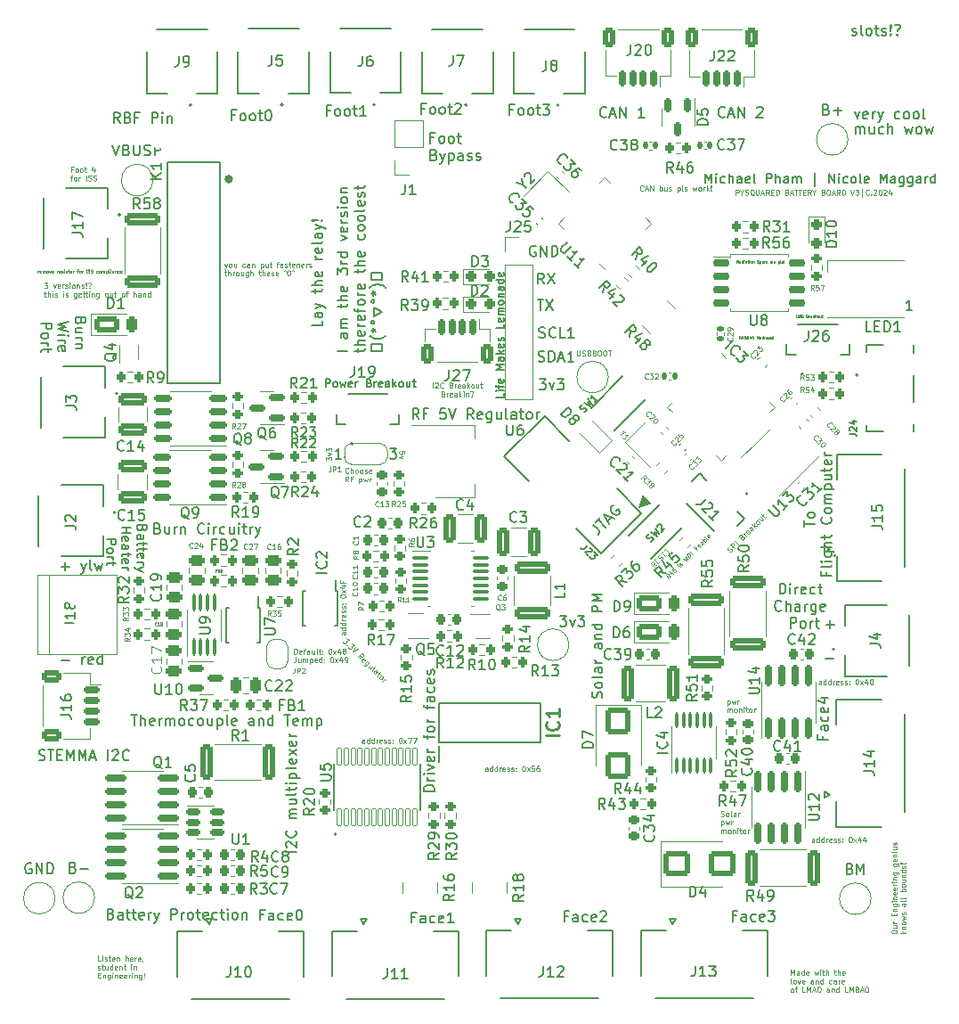
<source format=gbr>
%TF.GenerationSoftware,KiCad,Pcbnew,7.0.1*%
%TF.CreationDate,2023-12-11T20:48:33-07:00*%
%TF.ProjectId,Battery_Board_V3,42617474-6572-4795-9f42-6f6172645f56,rev?*%
%TF.SameCoordinates,Original*%
%TF.FileFunction,Legend,Top*%
%TF.FilePolarity,Positive*%
%FSLAX46Y46*%
G04 Gerber Fmt 4.6, Leading zero omitted, Abs format (unit mm)*
G04 Created by KiCad (PCBNEW 7.0.1) date 2023-12-11 20:48:33*
%MOMM*%
%LPD*%
G01*
G04 APERTURE LIST*
G04 Aperture macros list*
%AMRoundRect*
0 Rectangle with rounded corners*
0 $1 Rounding radius*
0 $2 $3 $4 $5 $6 $7 $8 $9 X,Y pos of 4 corners*
0 Add a 4 corners polygon primitive as box body*
4,1,4,$2,$3,$4,$5,$6,$7,$8,$9,$2,$3,0*
0 Add four circle primitives for the rounded corners*
1,1,$1+$1,$2,$3*
1,1,$1+$1,$4,$5*
1,1,$1+$1,$6,$7*
1,1,$1+$1,$8,$9*
0 Add four rect primitives between the rounded corners*
20,1,$1+$1,$2,$3,$4,$5,0*
20,1,$1+$1,$4,$5,$6,$7,0*
20,1,$1+$1,$6,$7,$8,$9,0*
20,1,$1+$1,$8,$9,$2,$3,0*%
%AMRotRect*
0 Rectangle, with rotation*
0 The origin of the aperture is its center*
0 $1 length*
0 $2 width*
0 $3 Rotation angle, in degrees counterclockwise*
0 Add horizontal line*
21,1,$1,$2,0,0,$3*%
%AMFreePoly0*
4,1,19,0.550000,-0.750000,0.000000,-0.750000,0.000000,-0.744911,-0.071157,-0.744911,-0.207708,-0.704816,-0.327430,-0.627875,-0.420627,-0.520320,-0.479746,-0.390866,-0.500000,-0.250000,-0.500000,0.250000,-0.479746,0.390866,-0.420627,0.520320,-0.327430,0.627875,-0.207708,0.704816,-0.071157,0.744911,0.000000,0.744911,0.000000,0.750000,0.550000,0.750000,0.550000,-0.750000,0.550000,-0.750000,
$1*%
%AMFreePoly1*
4,1,19,0.000000,0.744911,0.071157,0.744911,0.207708,0.704816,0.327430,0.627875,0.420627,0.520320,0.479746,0.390866,0.500000,0.250000,0.500000,-0.250000,0.479746,-0.390866,0.420627,-0.520320,0.327430,-0.627875,0.207708,-0.704816,0.071157,-0.744911,0.000000,-0.744911,0.000000,-0.750000,-0.550000,-0.750000,-0.550000,0.750000,0.000000,0.750000,0.000000,0.744911,0.000000,0.744911,
$1*%
%AMFreePoly2*
4,1,19,0.500000,-0.750000,0.000000,-0.750000,0.000000,-0.744911,-0.071157,-0.744911,-0.207708,-0.704816,-0.327430,-0.627875,-0.420627,-0.520320,-0.479746,-0.390866,-0.500000,-0.250000,-0.500000,0.250000,-0.479746,0.390866,-0.420627,0.520320,-0.327430,0.627875,-0.207708,0.704816,-0.071157,0.744911,0.000000,0.744911,0.000000,0.750000,0.500000,0.750000,0.500000,-0.750000,0.500000,-0.750000,
$1*%
%AMFreePoly3*
4,1,19,0.000000,0.744911,0.071157,0.744911,0.207708,0.704816,0.327430,0.627875,0.420627,0.520320,0.479746,0.390866,0.500000,0.250000,0.500000,-0.250000,0.479746,-0.390866,0.420627,-0.520320,0.327430,-0.627875,0.207708,-0.704816,0.071157,-0.744911,0.000000,-0.744911,0.000000,-0.750000,-0.500000,-0.750000,-0.500000,0.750000,0.000000,0.750000,0.000000,0.744911,0.000000,0.744911,
$1*%
G04 Aperture macros list end*
%ADD10C,0.100000*%
%ADD11C,0.075000*%
%ADD12C,0.125000*%
%ADD13C,0.150000*%
%ADD14C,0.062500*%
%ADD15C,0.146304*%
%ADD16C,0.254000*%
%ADD17C,0.120000*%
%ADD18C,0.127000*%
%ADD19C,0.200000*%
%ADD20C,0.203200*%
%ADD21C,0.400000*%
%ADD22C,0.010000*%
%ADD23RoundRect,0.150000X0.150000X0.625000X-0.150000X0.625000X-0.150000X-0.625000X0.150000X-0.625000X0*%
%ADD24RoundRect,0.250000X0.350000X0.650000X-0.350000X0.650000X-0.350000X-0.650000X0.350000X-0.650000X0*%
%ADD25RoundRect,0.250000X1.425000X-0.362500X1.425000X0.362500X-1.425000X0.362500X-1.425000X-0.362500X0*%
%ADD26R,1.000000X0.600000*%
%ADD27R,1.800000X1.250000*%
%ADD28RoundRect,0.200000X0.275000X-0.200000X0.275000X0.200000X-0.275000X0.200000X-0.275000X-0.200000X0*%
%ADD29RotRect,0.600000X1.550000X135.000000*%
%ADD30RotRect,1.200000X1.800000X135.000000*%
%ADD31C,5.000000*%
%ADD32RoundRect,0.225000X-0.225000X-0.250000X0.225000X-0.250000X0.225000X0.250000X-0.225000X0.250000X0*%
%ADD33C,2.000000*%
%ADD34R,1.500000X0.900000*%
%ADD35RoundRect,0.150000X0.825000X0.150000X-0.825000X0.150000X-0.825000X-0.150000X0.825000X-0.150000X0*%
%ADD36R,0.650000X0.400000*%
%ADD37RoundRect,0.200000X-0.200000X-0.275000X0.200000X-0.275000X0.200000X0.275000X-0.200000X0.275000X0*%
%ADD38RoundRect,0.150000X0.662500X0.150000X-0.662500X0.150000X-0.662500X-0.150000X0.662500X-0.150000X0*%
%ADD39R,2.514000X3.200000*%
%ADD40RoundRect,0.150000X-0.512500X-0.150000X0.512500X-0.150000X0.512500X0.150000X-0.512500X0.150000X0*%
%ADD41RoundRect,0.140000X-0.021213X0.219203X-0.219203X0.021213X0.021213X-0.219203X0.219203X-0.021213X0*%
%ADD42R,0.600000X1.000000*%
%ADD43R,1.250000X1.800000*%
%ADD44RoundRect,0.140000X-0.219203X-0.021213X-0.021213X-0.219203X0.219203X0.021213X0.021213X0.219203X0*%
%ADD45RoundRect,0.200000X0.200000X0.275000X-0.200000X0.275000X-0.200000X-0.275000X0.200000X-0.275000X0*%
%ADD46RoundRect,0.250000X0.275000X0.500000X-0.275000X0.500000X-0.275000X-0.500000X0.275000X-0.500000X0*%
%ADD47RoundRect,0.250000X0.950000X0.500000X-0.950000X0.500000X-0.950000X-0.500000X0.950000X-0.500000X0*%
%ADD48RoundRect,0.225000X-0.250000X0.225000X-0.250000X-0.225000X0.250000X-0.225000X0.250000X0.225000X0*%
%ADD49RotRect,0.800000X0.500000X135.000000*%
%ADD50RotRect,0.800000X0.400000X135.000000*%
%ADD51RoundRect,0.200000X0.335876X0.053033X0.053033X0.335876X-0.335876X-0.053033X-0.053033X-0.335876X0*%
%ADD52RoundRect,0.225000X0.250000X-0.225000X0.250000X0.225000X-0.250000X0.225000X-0.250000X-0.225000X0*%
%ADD53RoundRect,0.250000X-0.475000X0.250000X-0.475000X-0.250000X0.475000X-0.250000X0.475000X0.250000X0*%
%ADD54RoundRect,0.150000X0.150000X-0.825000X0.150000X0.825000X-0.150000X0.825000X-0.150000X-0.825000X0*%
%ADD55R,2.200000X0.600000*%
%ADD56R,2.150000X3.450000*%
%ADD57RoundRect,0.150000X0.406586X0.618718X-0.618718X-0.406586X-0.406586X-0.618718X0.618718X0.406586X0*%
%ADD58RoundRect,0.050800X0.000000X0.636396X-0.636396X0.000000X0.000000X-0.636396X0.636396X0.000000X0*%
%ADD59RoundRect,0.050800X0.000000X-0.636396X0.636396X0.000000X0.000000X0.636396X-0.636396X0.000000X0*%
%ADD60RoundRect,0.020500X0.184500X-0.764500X0.184500X0.764500X-0.184500X0.764500X-0.184500X-0.764500X0*%
%ADD61RoundRect,0.150000X0.587500X0.150000X-0.587500X0.150000X-0.587500X-0.150000X0.587500X-0.150000X0*%
%ADD62RoundRect,0.250000X0.362500X1.425000X-0.362500X1.425000X-0.362500X-1.425000X0.362500X-1.425000X0*%
%ADD63R,1.700000X1.700000*%
%ADD64O,1.700000X1.700000*%
%ADD65C,1.800000*%
%ADD66R,3.000000X3.100000*%
%ADD67RoundRect,0.100000X-0.687500X-0.100000X0.687500X-0.100000X0.687500X0.100000X-0.687500X0.100000X0*%
%ADD68RoundRect,0.200000X0.053033X-0.335876X0.335876X-0.053033X-0.053033X0.335876X-0.335876X0.053033X0*%
%ADD69R,0.500000X0.800000*%
%ADD70R,0.400000X0.800000*%
%ADD71RoundRect,0.237500X-0.237500X0.287500X-0.237500X-0.287500X0.237500X-0.287500X0.237500X0.287500X0*%
%ADD72RoundRect,0.250000X-0.362500X-1.425000X0.362500X-1.425000X0.362500X1.425000X-0.362500X1.425000X0*%
%ADD73RoundRect,0.250000X-1.000000X-0.900000X1.000000X-0.900000X1.000000X0.900000X-1.000000X0.900000X0*%
%ADD74RoundRect,0.140000X0.219203X0.021213X0.021213X0.219203X-0.219203X-0.021213X-0.021213X-0.219203X0*%
%ADD75RoundRect,0.125000X0.176777X0.000000X0.000000X0.176777X-0.176777X0.000000X0.000000X-0.176777X0*%
%ADD76RoundRect,0.150000X-0.150000X0.512500X-0.150000X-0.512500X0.150000X-0.512500X0.150000X0.512500X0*%
%ADD77RoundRect,0.150000X-0.150000X0.825000X-0.150000X-0.825000X0.150000X-0.825000X0.150000X0.825000X0*%
%ADD78RoundRect,0.200000X-0.053033X0.335876X-0.335876X0.053033X0.053033X-0.335876X0.335876X-0.053033X0*%
%ADD79RoundRect,0.237500X-0.287500X-0.237500X0.287500X-0.237500X0.287500X0.237500X-0.287500X0.237500X0*%
%ADD80R,0.400000X0.510000*%
%ADD81RoundRect,0.250000X-1.425000X0.362500X-1.425000X-0.362500X1.425000X-0.362500X1.425000X0.362500X0*%
%ADD82RoundRect,0.200000X-0.275000X0.200000X-0.275000X-0.200000X0.275000X-0.200000X0.275000X0.200000X0*%
%ADD83RoundRect,0.100000X0.100000X-0.712500X0.100000X0.712500X-0.100000X0.712500X-0.100000X-0.712500X0*%
%ADD84RoundRect,0.250000X0.325000X1.100000X-0.325000X1.100000X-0.325000X-1.100000X0.325000X-1.100000X0*%
%ADD85R,0.450000X1.475000*%
%ADD86RoundRect,0.225000X0.225000X0.250000X-0.225000X0.250000X-0.225000X-0.250000X0.225000X-0.250000X0*%
%ADD87RoundRect,0.150000X-0.650000X-0.150000X0.650000X-0.150000X0.650000X0.150000X-0.650000X0.150000X0*%
%ADD88RoundRect,0.150000X-0.587500X-0.150000X0.587500X-0.150000X0.587500X0.150000X-0.587500X0.150000X0*%
%ADD89RoundRect,0.150000X-0.625000X0.150000X-0.625000X-0.150000X0.625000X-0.150000X0.625000X0.150000X0*%
%ADD90RoundRect,0.250000X-0.650000X0.350000X-0.650000X-0.350000X0.650000X-0.350000X0.650000X0.350000X0*%
%ADD91FreePoly0,0.000000*%
%ADD92R,1.000000X1.500000*%
%ADD93FreePoly1,0.000000*%
%ADD94RoundRect,0.250000X1.100000X-0.325000X1.100000X0.325000X-1.100000X0.325000X-1.100000X-0.325000X0*%
%ADD95RoundRect,0.140000X0.170000X-0.140000X0.170000X0.140000X-0.170000X0.140000X-0.170000X-0.140000X0*%
%ADD96RoundRect,0.140000X-0.140000X-0.170000X0.140000X-0.170000X0.140000X0.170000X-0.140000X0.170000X0*%
%ADD97R,1.380000X0.450000*%
%ADD98O,2.416000X1.208000*%
%ADD99R,2.100000X1.475000*%
%ADD100R,1.900000X1.375000*%
%ADD101RoundRect,0.250000X-0.900000X1.000000X-0.900000X-1.000000X0.900000X-1.000000X0.900000X1.000000X0*%
%ADD102RoundRect,0.140000X0.140000X0.170000X-0.140000X0.170000X-0.140000X-0.170000X0.140000X-0.170000X0*%
%ADD103RoundRect,0.050000X-0.309359X0.238649X0.238649X-0.309359X0.309359X-0.238649X-0.238649X0.309359X0*%
%ADD104RoundRect,0.050000X-0.309359X-0.238649X-0.238649X-0.309359X0.309359X0.238649X0.238649X0.309359X0*%
%ADD105RotRect,3.200000X3.200000X315.000000*%
%ADD106RoundRect,0.250000X0.475000X-0.250000X0.475000X0.250000X-0.475000X0.250000X-0.475000X-0.250000X0*%
%ADD107R,0.250000X1.100000*%
%ADD108RoundRect,0.250000X-0.312500X-1.450000X0.312500X-1.450000X0.312500X1.450000X-0.312500X1.450000X0*%
%ADD109RoundRect,0.075000X0.362392X-0.256326X-0.256326X0.362392X-0.362392X0.256326X0.256326X-0.362392X0*%
%ADD110RoundRect,0.075000X0.362392X0.256326X0.256326X0.362392X-0.362392X-0.256326X-0.256326X-0.362392X0*%
%ADD111RotRect,4.250000X4.250000X135.000000*%
%ADD112C,1.000000*%
%ADD113RoundRect,0.050800X1.187939X0.650538X0.650538X1.187939X-1.187939X-0.650538X-0.650538X-1.187939X0*%
%ADD114R,1.508000X1.508000*%
%ADD115C,1.508000*%
%ADD116R,0.400000X1.100000*%
%ADD117R,0.600000X1.550000*%
%ADD118R,1.200000X1.800000*%
%ADD119RoundRect,0.225000X0.017678X-0.335876X0.335876X-0.017678X-0.017678X0.335876X-0.335876X0.017678X0*%
%ADD120RoundRect,0.225000X-0.335876X-0.017678X-0.017678X-0.335876X0.335876X0.017678X0.017678X0.335876X0*%
%ADD121RoundRect,0.250000X-0.325000X-1.100000X0.325000X-1.100000X0.325000X1.100000X-0.325000X1.100000X0*%
%ADD122RoundRect,0.250000X-1.450000X0.312500X-1.450000X-0.312500X1.450000X-0.312500X1.450000X0.312500X0*%
%ADD123RoundRect,0.100000X0.100000X-0.625000X0.100000X0.625000X-0.100000X0.625000X-0.100000X-0.625000X0*%
%ADD124R,2.850000X1.650000*%
%ADD125RotRect,1.150000X1.000000X315.000000*%
%ADD126RoundRect,0.250000X-0.250000X-0.475000X0.250000X-0.475000X0.250000X0.475000X-0.250000X0.475000X0*%
%ADD127RoundRect,0.140000X0.021213X-0.219203X0.219203X-0.021213X-0.021213X0.219203X-0.219203X0.021213X0*%
%ADD128RotRect,1.150000X1.000000X225.000000*%
%ADD129FreePoly2,270.000000*%
%ADD130FreePoly3,270.000000*%
%ADD131C,4.770000*%
%ADD132C,5.325000*%
%ADD133C,3.570000*%
%ADD134C,1.980000*%
G04 APERTURE END LIST*
D10*
X172904353Y-94096417D02*
X172675385Y-94056011D01*
X172742728Y-94258041D02*
X172459886Y-93975199D01*
X172459886Y-93975199D02*
X172567635Y-93867449D01*
X172567635Y-93867449D02*
X172608041Y-93853980D01*
X172608041Y-93853980D02*
X172634979Y-93853980D01*
X172634979Y-93853980D02*
X172675385Y-93867449D01*
X172675385Y-93867449D02*
X172715791Y-93907855D01*
X172715791Y-93907855D02*
X172729260Y-93948261D01*
X172729260Y-93948261D02*
X172729260Y-93975199D01*
X172729260Y-93975199D02*
X172715791Y-94015605D01*
X172715791Y-94015605D02*
X172608041Y-94123354D01*
X172958228Y-93665419D02*
X173146789Y-93853980D01*
X172783135Y-93625013D02*
X172917822Y-93894387D01*
X172917822Y-93894387D02*
X173092915Y-93719293D01*
X173146789Y-93288295D02*
X173012102Y-93422982D01*
X173012102Y-93422982D02*
X173133320Y-93571138D01*
X173133320Y-93571138D02*
X173133320Y-93544201D01*
X173133320Y-93544201D02*
X173146789Y-93503794D01*
X173146789Y-93503794D02*
X173214133Y-93436451D01*
X173214133Y-93436451D02*
X173254539Y-93422982D01*
X173254539Y-93422982D02*
X173281476Y-93422982D01*
X173281476Y-93422982D02*
X173321882Y-93436451D01*
X173321882Y-93436451D02*
X173389226Y-93503794D01*
X173389226Y-93503794D02*
X173402695Y-93544201D01*
X173402695Y-93544201D02*
X173402695Y-93571138D01*
X173402695Y-93571138D02*
X173389226Y-93611544D01*
X173389226Y-93611544D02*
X173321882Y-93678888D01*
X173321882Y-93678888D02*
X173281476Y-93692356D01*
X173281476Y-93692356D02*
X173254539Y-93692356D01*
X173779818Y-93220952D02*
X173591256Y-93032390D01*
X173496975Y-92938109D02*
X173496975Y-92965047D01*
X173496975Y-92965047D02*
X173523913Y-92965047D01*
X173523913Y-92965047D02*
X173523913Y-92938109D01*
X173523913Y-92938109D02*
X173496975Y-92938109D01*
X173496975Y-92938109D02*
X173523913Y-92965047D01*
X173887567Y-93086265D02*
X173927973Y-93072796D01*
X173927973Y-93072796D02*
X173981848Y-93018922D01*
X173981848Y-93018922D02*
X173995317Y-92978515D01*
X173995317Y-92978515D02*
X173981848Y-92938109D01*
X173981848Y-92938109D02*
X173968380Y-92924641D01*
X173968380Y-92924641D02*
X173927973Y-92911172D01*
X173927973Y-92911172D02*
X173887567Y-92924641D01*
X173887567Y-92924641D02*
X173847161Y-92965047D01*
X173847161Y-92965047D02*
X173806755Y-92978515D01*
X173806755Y-92978515D02*
X173766349Y-92965047D01*
X173766349Y-92965047D02*
X173752880Y-92951578D01*
X173752880Y-92951578D02*
X173739412Y-92911172D01*
X173739412Y-92911172D02*
X173752880Y-92870766D01*
X173752880Y-92870766D02*
X173793286Y-92830360D01*
X173793286Y-92830360D02*
X173833693Y-92816891D01*
X174049192Y-92385892D02*
X174399378Y-92601391D01*
X174399378Y-92601391D02*
X174251223Y-92345486D01*
X174251223Y-92345486D02*
X174507128Y-92493642D01*
X174507128Y-92493642D02*
X174291629Y-92143456D01*
X174682221Y-92318549D02*
X174399379Y-92035706D01*
X174399379Y-92035706D02*
X174466722Y-91968362D01*
X174466722Y-91968362D02*
X174520597Y-91941425D01*
X174520597Y-91941425D02*
X174574472Y-91941425D01*
X174574472Y-91941425D02*
X174614878Y-91954894D01*
X174614878Y-91954894D02*
X174682221Y-91995300D01*
X174682221Y-91995300D02*
X174722627Y-92035706D01*
X174722627Y-92035706D02*
X174763033Y-92103049D01*
X174763033Y-92103049D02*
X174776502Y-92143456D01*
X174776502Y-92143456D02*
X174776502Y-92197330D01*
X174776502Y-92197330D02*
X174749565Y-92251205D01*
X174749565Y-92251205D02*
X174682221Y-92318549D01*
X174641815Y-91793269D02*
X174803440Y-91631645D01*
X175005470Y-91995300D02*
X174722627Y-91712457D01*
X175247907Y-91456552D02*
X175342188Y-91362271D01*
X175530749Y-91470020D02*
X175396062Y-91604707D01*
X175396062Y-91604707D02*
X175113220Y-91321865D01*
X175113220Y-91321865D02*
X175247907Y-91187178D01*
X175463406Y-91160240D02*
X175651968Y-91348802D01*
X175490344Y-91187177D02*
X175490344Y-91160240D01*
X175490344Y-91160240D02*
X175503812Y-91119834D01*
X175503812Y-91119834D02*
X175544218Y-91079428D01*
X175544218Y-91079428D02*
X175584624Y-91065959D01*
X175584624Y-91065959D02*
X175625031Y-91079428D01*
X175625031Y-91079428D02*
X175773186Y-91227584D01*
X176029092Y-90971678D02*
X175880936Y-90823522D01*
X175880936Y-90823522D02*
X175840530Y-90810054D01*
X175840530Y-90810054D02*
X175800124Y-90823522D01*
X175800124Y-90823522D02*
X175746249Y-90877397D01*
X175746249Y-90877397D02*
X175732780Y-90917803D01*
X176015623Y-90958209D02*
X176002154Y-90998616D01*
X176002154Y-90998616D02*
X175934811Y-91065959D01*
X175934811Y-91065959D02*
X175894405Y-91079428D01*
X175894405Y-91079428D02*
X175853999Y-91065959D01*
X175853999Y-91065959D02*
X175827061Y-91039022D01*
X175827061Y-91039022D02*
X175813593Y-90998616D01*
X175813593Y-90998616D02*
X175827061Y-90958209D01*
X175827061Y-90958209D02*
X175894405Y-90890866D01*
X175894405Y-90890866D02*
X175907873Y-90850460D01*
X176163779Y-90836991D02*
X175880936Y-90554148D01*
X175988686Y-90661898D02*
X176002155Y-90621492D01*
X176002155Y-90621492D02*
X176056029Y-90567617D01*
X176056029Y-90567617D02*
X176096435Y-90554148D01*
X176096435Y-90554148D02*
X176123373Y-90554148D01*
X176123373Y-90554148D02*
X176163779Y-90567617D01*
X176163779Y-90567617D02*
X176244591Y-90648429D01*
X176244591Y-90648429D02*
X176258060Y-90688835D01*
X176258060Y-90688835D02*
X176258060Y-90715773D01*
X176258060Y-90715773D02*
X176244591Y-90756179D01*
X176244591Y-90756179D02*
X176190716Y-90810054D01*
X176190716Y-90810054D02*
X176150310Y-90823522D01*
X176460091Y-90540679D02*
X176419684Y-90554148D01*
X176419684Y-90554148D02*
X176379278Y-90540679D01*
X176379278Y-90540679D02*
X176136842Y-90298243D01*
X176662121Y-90311711D02*
X176648652Y-90352117D01*
X176648652Y-90352117D02*
X176594778Y-90405992D01*
X176594778Y-90405992D02*
X176554372Y-90419461D01*
X176554372Y-90419461D02*
X176513965Y-90405992D01*
X176513965Y-90405992D02*
X176406216Y-90298243D01*
X176406216Y-90298243D02*
X176392747Y-90257837D01*
X176392747Y-90257837D02*
X176406216Y-90217430D01*
X176406216Y-90217430D02*
X176460091Y-90163556D01*
X176460091Y-90163556D02*
X176500497Y-90150087D01*
X176500497Y-90150087D02*
X176540903Y-90163556D01*
X176540903Y-90163556D02*
X176567840Y-90190493D01*
X176567840Y-90190493D02*
X176460091Y-90352117D01*
D11*
X150278572Y-76198809D02*
X150278572Y-75698809D01*
X150492858Y-75746428D02*
X150516667Y-75722619D01*
X150516667Y-75722619D02*
X150564286Y-75698809D01*
X150564286Y-75698809D02*
X150683334Y-75698809D01*
X150683334Y-75698809D02*
X150730953Y-75722619D01*
X150730953Y-75722619D02*
X150754762Y-75746428D01*
X150754762Y-75746428D02*
X150778572Y-75794047D01*
X150778572Y-75794047D02*
X150778572Y-75841666D01*
X150778572Y-75841666D02*
X150754762Y-75913095D01*
X150754762Y-75913095D02*
X150469048Y-76198809D01*
X150469048Y-76198809D02*
X150778572Y-76198809D01*
X151278571Y-76151190D02*
X151254762Y-76175000D01*
X151254762Y-76175000D02*
X151183333Y-76198809D01*
X151183333Y-76198809D02*
X151135714Y-76198809D01*
X151135714Y-76198809D02*
X151064286Y-76175000D01*
X151064286Y-76175000D02*
X151016667Y-76127380D01*
X151016667Y-76127380D02*
X150992857Y-76079761D01*
X150992857Y-76079761D02*
X150969048Y-75984523D01*
X150969048Y-75984523D02*
X150969048Y-75913095D01*
X150969048Y-75913095D02*
X150992857Y-75817857D01*
X150992857Y-75817857D02*
X151016667Y-75770238D01*
X151016667Y-75770238D02*
X151064286Y-75722619D01*
X151064286Y-75722619D02*
X151135714Y-75698809D01*
X151135714Y-75698809D02*
X151183333Y-75698809D01*
X151183333Y-75698809D02*
X151254762Y-75722619D01*
X151254762Y-75722619D02*
X151278571Y-75746428D01*
X152040476Y-75936904D02*
X152111904Y-75960714D01*
X152111904Y-75960714D02*
X152135714Y-75984523D01*
X152135714Y-75984523D02*
X152159523Y-76032142D01*
X152159523Y-76032142D02*
X152159523Y-76103571D01*
X152159523Y-76103571D02*
X152135714Y-76151190D01*
X152135714Y-76151190D02*
X152111904Y-76175000D01*
X152111904Y-76175000D02*
X152064285Y-76198809D01*
X152064285Y-76198809D02*
X151873809Y-76198809D01*
X151873809Y-76198809D02*
X151873809Y-75698809D01*
X151873809Y-75698809D02*
X152040476Y-75698809D01*
X152040476Y-75698809D02*
X152088095Y-75722619D01*
X152088095Y-75722619D02*
X152111904Y-75746428D01*
X152111904Y-75746428D02*
X152135714Y-75794047D01*
X152135714Y-75794047D02*
X152135714Y-75841666D01*
X152135714Y-75841666D02*
X152111904Y-75889285D01*
X152111904Y-75889285D02*
X152088095Y-75913095D01*
X152088095Y-75913095D02*
X152040476Y-75936904D01*
X152040476Y-75936904D02*
X151873809Y-75936904D01*
X152373809Y-76198809D02*
X152373809Y-75865476D01*
X152373809Y-75960714D02*
X152397619Y-75913095D01*
X152397619Y-75913095D02*
X152421428Y-75889285D01*
X152421428Y-75889285D02*
X152469047Y-75865476D01*
X152469047Y-75865476D02*
X152516666Y-75865476D01*
X152873809Y-76175000D02*
X152826190Y-76198809D01*
X152826190Y-76198809D02*
X152730952Y-76198809D01*
X152730952Y-76198809D02*
X152683333Y-76175000D01*
X152683333Y-76175000D02*
X152659524Y-76127380D01*
X152659524Y-76127380D02*
X152659524Y-75936904D01*
X152659524Y-75936904D02*
X152683333Y-75889285D01*
X152683333Y-75889285D02*
X152730952Y-75865476D01*
X152730952Y-75865476D02*
X152826190Y-75865476D01*
X152826190Y-75865476D02*
X152873809Y-75889285D01*
X152873809Y-75889285D02*
X152897619Y-75936904D01*
X152897619Y-75936904D02*
X152897619Y-75984523D01*
X152897619Y-75984523D02*
X152659524Y-76032142D01*
X153326190Y-76198809D02*
X153326190Y-75936904D01*
X153326190Y-75936904D02*
X153302380Y-75889285D01*
X153302380Y-75889285D02*
X153254761Y-75865476D01*
X153254761Y-75865476D02*
X153159523Y-75865476D01*
X153159523Y-75865476D02*
X153111904Y-75889285D01*
X153326190Y-76175000D02*
X153278571Y-76198809D01*
X153278571Y-76198809D02*
X153159523Y-76198809D01*
X153159523Y-76198809D02*
X153111904Y-76175000D01*
X153111904Y-76175000D02*
X153088095Y-76127380D01*
X153088095Y-76127380D02*
X153088095Y-76079761D01*
X153088095Y-76079761D02*
X153111904Y-76032142D01*
X153111904Y-76032142D02*
X153159523Y-76008333D01*
X153159523Y-76008333D02*
X153278571Y-76008333D01*
X153278571Y-76008333D02*
X153326190Y-75984523D01*
X153564285Y-76198809D02*
X153564285Y-75698809D01*
X153611904Y-76008333D02*
X153754761Y-76198809D01*
X153754761Y-75865476D02*
X153564285Y-76055952D01*
X154040476Y-76198809D02*
X153992857Y-76175000D01*
X153992857Y-76175000D02*
X153969047Y-76151190D01*
X153969047Y-76151190D02*
X153945238Y-76103571D01*
X153945238Y-76103571D02*
X153945238Y-75960714D01*
X153945238Y-75960714D02*
X153969047Y-75913095D01*
X153969047Y-75913095D02*
X153992857Y-75889285D01*
X153992857Y-75889285D02*
X154040476Y-75865476D01*
X154040476Y-75865476D02*
X154111904Y-75865476D01*
X154111904Y-75865476D02*
X154159523Y-75889285D01*
X154159523Y-75889285D02*
X154183333Y-75913095D01*
X154183333Y-75913095D02*
X154207142Y-75960714D01*
X154207142Y-75960714D02*
X154207142Y-76103571D01*
X154207142Y-76103571D02*
X154183333Y-76151190D01*
X154183333Y-76151190D02*
X154159523Y-76175000D01*
X154159523Y-76175000D02*
X154111904Y-76198809D01*
X154111904Y-76198809D02*
X154040476Y-76198809D01*
X154635714Y-75865476D02*
X154635714Y-76198809D01*
X154421428Y-75865476D02*
X154421428Y-76127380D01*
X154421428Y-76127380D02*
X154445238Y-76175000D01*
X154445238Y-76175000D02*
X154492857Y-76198809D01*
X154492857Y-76198809D02*
X154564285Y-76198809D01*
X154564285Y-76198809D02*
X154611904Y-76175000D01*
X154611904Y-76175000D02*
X154635714Y-76151190D01*
X154802381Y-75865476D02*
X154992857Y-75865476D01*
X154873809Y-75698809D02*
X154873809Y-76127380D01*
X154873809Y-76127380D02*
X154897619Y-76175000D01*
X154897619Y-76175000D02*
X154945238Y-76198809D01*
X154945238Y-76198809D02*
X154992857Y-76198809D01*
X151278572Y-76746904D02*
X151350000Y-76770714D01*
X151350000Y-76770714D02*
X151373810Y-76794523D01*
X151373810Y-76794523D02*
X151397619Y-76842142D01*
X151397619Y-76842142D02*
X151397619Y-76913571D01*
X151397619Y-76913571D02*
X151373810Y-76961190D01*
X151373810Y-76961190D02*
X151350000Y-76985000D01*
X151350000Y-76985000D02*
X151302381Y-77008809D01*
X151302381Y-77008809D02*
X151111905Y-77008809D01*
X151111905Y-77008809D02*
X151111905Y-76508809D01*
X151111905Y-76508809D02*
X151278572Y-76508809D01*
X151278572Y-76508809D02*
X151326191Y-76532619D01*
X151326191Y-76532619D02*
X151350000Y-76556428D01*
X151350000Y-76556428D02*
X151373810Y-76604047D01*
X151373810Y-76604047D02*
X151373810Y-76651666D01*
X151373810Y-76651666D02*
X151350000Y-76699285D01*
X151350000Y-76699285D02*
X151326191Y-76723095D01*
X151326191Y-76723095D02*
X151278572Y-76746904D01*
X151278572Y-76746904D02*
X151111905Y-76746904D01*
X151611905Y-77008809D02*
X151611905Y-76675476D01*
X151611905Y-76770714D02*
X151635715Y-76723095D01*
X151635715Y-76723095D02*
X151659524Y-76699285D01*
X151659524Y-76699285D02*
X151707143Y-76675476D01*
X151707143Y-76675476D02*
X151754762Y-76675476D01*
X152111905Y-76985000D02*
X152064286Y-77008809D01*
X152064286Y-77008809D02*
X151969048Y-77008809D01*
X151969048Y-77008809D02*
X151921429Y-76985000D01*
X151921429Y-76985000D02*
X151897620Y-76937380D01*
X151897620Y-76937380D02*
X151897620Y-76746904D01*
X151897620Y-76746904D02*
X151921429Y-76699285D01*
X151921429Y-76699285D02*
X151969048Y-76675476D01*
X151969048Y-76675476D02*
X152064286Y-76675476D01*
X152064286Y-76675476D02*
X152111905Y-76699285D01*
X152111905Y-76699285D02*
X152135715Y-76746904D01*
X152135715Y-76746904D02*
X152135715Y-76794523D01*
X152135715Y-76794523D02*
X151897620Y-76842142D01*
X152564286Y-77008809D02*
X152564286Y-76746904D01*
X152564286Y-76746904D02*
X152540476Y-76699285D01*
X152540476Y-76699285D02*
X152492857Y-76675476D01*
X152492857Y-76675476D02*
X152397619Y-76675476D01*
X152397619Y-76675476D02*
X152350000Y-76699285D01*
X152564286Y-76985000D02*
X152516667Y-77008809D01*
X152516667Y-77008809D02*
X152397619Y-77008809D01*
X152397619Y-77008809D02*
X152350000Y-76985000D01*
X152350000Y-76985000D02*
X152326191Y-76937380D01*
X152326191Y-76937380D02*
X152326191Y-76889761D01*
X152326191Y-76889761D02*
X152350000Y-76842142D01*
X152350000Y-76842142D02*
X152397619Y-76818333D01*
X152397619Y-76818333D02*
X152516667Y-76818333D01*
X152516667Y-76818333D02*
X152564286Y-76794523D01*
X152802381Y-77008809D02*
X152802381Y-76508809D01*
X152850000Y-76818333D02*
X152992857Y-77008809D01*
X152992857Y-76675476D02*
X152802381Y-76865952D01*
X153207143Y-77008809D02*
X153207143Y-76675476D01*
X153207143Y-76508809D02*
X153183334Y-76532619D01*
X153183334Y-76532619D02*
X153207143Y-76556428D01*
X153207143Y-76556428D02*
X153230953Y-76532619D01*
X153230953Y-76532619D02*
X153207143Y-76508809D01*
X153207143Y-76508809D02*
X153207143Y-76556428D01*
X153445238Y-76675476D02*
X153445238Y-77008809D01*
X153445238Y-76723095D02*
X153469048Y-76699285D01*
X153469048Y-76699285D02*
X153516667Y-76675476D01*
X153516667Y-76675476D02*
X153588095Y-76675476D01*
X153588095Y-76675476D02*
X153635714Y-76699285D01*
X153635714Y-76699285D02*
X153659524Y-76746904D01*
X153659524Y-76746904D02*
X153659524Y-77008809D01*
X153969048Y-76961190D02*
X153992857Y-76985000D01*
X153992857Y-76985000D02*
X153969048Y-77008809D01*
X153969048Y-77008809D02*
X153945238Y-76985000D01*
X153945238Y-76985000D02*
X153969048Y-76961190D01*
X153969048Y-76961190D02*
X153969048Y-77008809D01*
X153873810Y-76532619D02*
X153921429Y-76508809D01*
X153921429Y-76508809D02*
X154040476Y-76508809D01*
X154040476Y-76508809D02*
X154088095Y-76532619D01*
X154088095Y-76532619D02*
X154111905Y-76580238D01*
X154111905Y-76580238D02*
X154111905Y-76627857D01*
X154111905Y-76627857D02*
X154088095Y-76675476D01*
X154088095Y-76675476D02*
X154064286Y-76699285D01*
X154064286Y-76699285D02*
X154016667Y-76723095D01*
X154016667Y-76723095D02*
X153992857Y-76746904D01*
X153992857Y-76746904D02*
X153969048Y-76794523D01*
X153969048Y-76794523D02*
X153969048Y-76818333D01*
D12*
X116045714Y-55416904D02*
X115879047Y-55416904D01*
X115879047Y-55678809D02*
X115879047Y-55178809D01*
X115879047Y-55178809D02*
X116117142Y-55178809D01*
X116379047Y-55678809D02*
X116331428Y-55655000D01*
X116331428Y-55655000D02*
X116307618Y-55631190D01*
X116307618Y-55631190D02*
X116283809Y-55583571D01*
X116283809Y-55583571D02*
X116283809Y-55440714D01*
X116283809Y-55440714D02*
X116307618Y-55393095D01*
X116307618Y-55393095D02*
X116331428Y-55369285D01*
X116331428Y-55369285D02*
X116379047Y-55345476D01*
X116379047Y-55345476D02*
X116450475Y-55345476D01*
X116450475Y-55345476D02*
X116498094Y-55369285D01*
X116498094Y-55369285D02*
X116521904Y-55393095D01*
X116521904Y-55393095D02*
X116545713Y-55440714D01*
X116545713Y-55440714D02*
X116545713Y-55583571D01*
X116545713Y-55583571D02*
X116521904Y-55631190D01*
X116521904Y-55631190D02*
X116498094Y-55655000D01*
X116498094Y-55655000D02*
X116450475Y-55678809D01*
X116450475Y-55678809D02*
X116379047Y-55678809D01*
X116831428Y-55678809D02*
X116783809Y-55655000D01*
X116783809Y-55655000D02*
X116759999Y-55631190D01*
X116759999Y-55631190D02*
X116736190Y-55583571D01*
X116736190Y-55583571D02*
X116736190Y-55440714D01*
X116736190Y-55440714D02*
X116759999Y-55393095D01*
X116759999Y-55393095D02*
X116783809Y-55369285D01*
X116783809Y-55369285D02*
X116831428Y-55345476D01*
X116831428Y-55345476D02*
X116902856Y-55345476D01*
X116902856Y-55345476D02*
X116950475Y-55369285D01*
X116950475Y-55369285D02*
X116974285Y-55393095D01*
X116974285Y-55393095D02*
X116998094Y-55440714D01*
X116998094Y-55440714D02*
X116998094Y-55583571D01*
X116998094Y-55583571D02*
X116974285Y-55631190D01*
X116974285Y-55631190D02*
X116950475Y-55655000D01*
X116950475Y-55655000D02*
X116902856Y-55678809D01*
X116902856Y-55678809D02*
X116831428Y-55678809D01*
X117140952Y-55345476D02*
X117331428Y-55345476D01*
X117212380Y-55178809D02*
X117212380Y-55607380D01*
X117212380Y-55607380D02*
X117236190Y-55655000D01*
X117236190Y-55655000D02*
X117283809Y-55678809D01*
X117283809Y-55678809D02*
X117331428Y-55678809D01*
X118093332Y-55345476D02*
X118093332Y-55678809D01*
X117974284Y-55155000D02*
X117855237Y-55512142D01*
X117855237Y-55512142D02*
X118164760Y-55512142D01*
X115807619Y-56155476D02*
X115998095Y-56155476D01*
X115879047Y-56488809D02*
X115879047Y-56060238D01*
X115879047Y-56060238D02*
X115902857Y-56012619D01*
X115902857Y-56012619D02*
X115950476Y-55988809D01*
X115950476Y-55988809D02*
X115998095Y-55988809D01*
X116236190Y-56488809D02*
X116188571Y-56465000D01*
X116188571Y-56465000D02*
X116164761Y-56441190D01*
X116164761Y-56441190D02*
X116140952Y-56393571D01*
X116140952Y-56393571D02*
X116140952Y-56250714D01*
X116140952Y-56250714D02*
X116164761Y-56203095D01*
X116164761Y-56203095D02*
X116188571Y-56179285D01*
X116188571Y-56179285D02*
X116236190Y-56155476D01*
X116236190Y-56155476D02*
X116307618Y-56155476D01*
X116307618Y-56155476D02*
X116355237Y-56179285D01*
X116355237Y-56179285D02*
X116379047Y-56203095D01*
X116379047Y-56203095D02*
X116402856Y-56250714D01*
X116402856Y-56250714D02*
X116402856Y-56393571D01*
X116402856Y-56393571D02*
X116379047Y-56441190D01*
X116379047Y-56441190D02*
X116355237Y-56465000D01*
X116355237Y-56465000D02*
X116307618Y-56488809D01*
X116307618Y-56488809D02*
X116236190Y-56488809D01*
X116617142Y-56488809D02*
X116617142Y-56155476D01*
X116617142Y-56250714D02*
X116640952Y-56203095D01*
X116640952Y-56203095D02*
X116664761Y-56179285D01*
X116664761Y-56179285D02*
X116712380Y-56155476D01*
X116712380Y-56155476D02*
X116759999Y-56155476D01*
X117307618Y-56488809D02*
X117307618Y-55988809D01*
X117521904Y-56465000D02*
X117593332Y-56488809D01*
X117593332Y-56488809D02*
X117712380Y-56488809D01*
X117712380Y-56488809D02*
X117759999Y-56465000D01*
X117759999Y-56465000D02*
X117783808Y-56441190D01*
X117783808Y-56441190D02*
X117807618Y-56393571D01*
X117807618Y-56393571D02*
X117807618Y-56345952D01*
X117807618Y-56345952D02*
X117783808Y-56298333D01*
X117783808Y-56298333D02*
X117759999Y-56274523D01*
X117759999Y-56274523D02*
X117712380Y-56250714D01*
X117712380Y-56250714D02*
X117617142Y-56226904D01*
X117617142Y-56226904D02*
X117569523Y-56203095D01*
X117569523Y-56203095D02*
X117545713Y-56179285D01*
X117545713Y-56179285D02*
X117521904Y-56131666D01*
X117521904Y-56131666D02*
X117521904Y-56084047D01*
X117521904Y-56084047D02*
X117545713Y-56036428D01*
X117545713Y-56036428D02*
X117569523Y-56012619D01*
X117569523Y-56012619D02*
X117617142Y-55988809D01*
X117617142Y-55988809D02*
X117736189Y-55988809D01*
X117736189Y-55988809D02*
X117807618Y-56012619D01*
X117998094Y-56465000D02*
X118069522Y-56488809D01*
X118069522Y-56488809D02*
X118188570Y-56488809D01*
X118188570Y-56488809D02*
X118236189Y-56465000D01*
X118236189Y-56465000D02*
X118259998Y-56441190D01*
X118259998Y-56441190D02*
X118283808Y-56393571D01*
X118283808Y-56393571D02*
X118283808Y-56345952D01*
X118283808Y-56345952D02*
X118259998Y-56298333D01*
X118259998Y-56298333D02*
X118236189Y-56274523D01*
X118236189Y-56274523D02*
X118188570Y-56250714D01*
X118188570Y-56250714D02*
X118093332Y-56226904D01*
X118093332Y-56226904D02*
X118045713Y-56203095D01*
X118045713Y-56203095D02*
X118021903Y-56179285D01*
X118021903Y-56179285D02*
X117998094Y-56131666D01*
X117998094Y-56131666D02*
X117998094Y-56084047D01*
X117998094Y-56084047D02*
X118021903Y-56036428D01*
X118021903Y-56036428D02*
X118045713Y-56012619D01*
X118045713Y-56012619D02*
X118093332Y-55988809D01*
X118093332Y-55988809D02*
X118212379Y-55988809D01*
X118212379Y-55988809D02*
X118283808Y-56012619D01*
D11*
X112721428Y-65243285D02*
X112721428Y-65043285D01*
X112721428Y-65100428D02*
X112735714Y-65071857D01*
X112735714Y-65071857D02*
X112750000Y-65057571D01*
X112750000Y-65057571D02*
X112778571Y-65043285D01*
X112778571Y-65043285D02*
X112807142Y-65043285D01*
X113021428Y-65229000D02*
X112992856Y-65243285D01*
X112992856Y-65243285D02*
X112935714Y-65243285D01*
X112935714Y-65243285D02*
X112907142Y-65229000D01*
X112907142Y-65229000D02*
X112892856Y-65200428D01*
X112892856Y-65200428D02*
X112892856Y-65086142D01*
X112892856Y-65086142D02*
X112907142Y-65057571D01*
X112907142Y-65057571D02*
X112935714Y-65043285D01*
X112935714Y-65043285D02*
X112992856Y-65043285D01*
X112992856Y-65043285D02*
X113021428Y-65057571D01*
X113021428Y-65057571D02*
X113035714Y-65086142D01*
X113035714Y-65086142D02*
X113035714Y-65114714D01*
X113035714Y-65114714D02*
X112892856Y-65143285D01*
X113164285Y-65243285D02*
X113164285Y-65043285D01*
X113164285Y-65071857D02*
X113178571Y-65057571D01*
X113178571Y-65057571D02*
X113207142Y-65043285D01*
X113207142Y-65043285D02*
X113249999Y-65043285D01*
X113249999Y-65043285D02*
X113278571Y-65057571D01*
X113278571Y-65057571D02*
X113292857Y-65086142D01*
X113292857Y-65086142D02*
X113292857Y-65243285D01*
X113292857Y-65086142D02*
X113307142Y-65057571D01*
X113307142Y-65057571D02*
X113335714Y-65043285D01*
X113335714Y-65043285D02*
X113378571Y-65043285D01*
X113378571Y-65043285D02*
X113407142Y-65057571D01*
X113407142Y-65057571D02*
X113421428Y-65086142D01*
X113421428Y-65086142D02*
X113421428Y-65243285D01*
X113607142Y-65243285D02*
X113578571Y-65229000D01*
X113578571Y-65229000D02*
X113564285Y-65214714D01*
X113564285Y-65214714D02*
X113549999Y-65186142D01*
X113549999Y-65186142D02*
X113549999Y-65100428D01*
X113549999Y-65100428D02*
X113564285Y-65071857D01*
X113564285Y-65071857D02*
X113578571Y-65057571D01*
X113578571Y-65057571D02*
X113607142Y-65043285D01*
X113607142Y-65043285D02*
X113649999Y-65043285D01*
X113649999Y-65043285D02*
X113678571Y-65057571D01*
X113678571Y-65057571D02*
X113692857Y-65071857D01*
X113692857Y-65071857D02*
X113707142Y-65100428D01*
X113707142Y-65100428D02*
X113707142Y-65186142D01*
X113707142Y-65186142D02*
X113692857Y-65214714D01*
X113692857Y-65214714D02*
X113678571Y-65229000D01*
X113678571Y-65229000D02*
X113649999Y-65243285D01*
X113649999Y-65243285D02*
X113607142Y-65243285D01*
X113807143Y-65043285D02*
X113878571Y-65243285D01*
X113878571Y-65243285D02*
X113950000Y-65043285D01*
X114178571Y-65229000D02*
X114149999Y-65243285D01*
X114149999Y-65243285D02*
X114092857Y-65243285D01*
X114092857Y-65243285D02*
X114064285Y-65229000D01*
X114064285Y-65229000D02*
X114049999Y-65200428D01*
X114049999Y-65200428D02*
X114049999Y-65086142D01*
X114049999Y-65086142D02*
X114064285Y-65057571D01*
X114064285Y-65057571D02*
X114092857Y-65043285D01*
X114092857Y-65043285D02*
X114149999Y-65043285D01*
X114149999Y-65043285D02*
X114178571Y-65057571D01*
X114178571Y-65057571D02*
X114192857Y-65086142D01*
X114192857Y-65086142D02*
X114192857Y-65114714D01*
X114192857Y-65114714D02*
X114049999Y-65143285D01*
X114549999Y-65243285D02*
X114549999Y-65043285D01*
X114549999Y-65100428D02*
X114564285Y-65071857D01*
X114564285Y-65071857D02*
X114578571Y-65057571D01*
X114578571Y-65057571D02*
X114607142Y-65043285D01*
X114607142Y-65043285D02*
X114635713Y-65043285D01*
X114849999Y-65229000D02*
X114821427Y-65243285D01*
X114821427Y-65243285D02*
X114764285Y-65243285D01*
X114764285Y-65243285D02*
X114735713Y-65229000D01*
X114735713Y-65229000D02*
X114721427Y-65200428D01*
X114721427Y-65200428D02*
X114721427Y-65086142D01*
X114721427Y-65086142D02*
X114735713Y-65057571D01*
X114735713Y-65057571D02*
X114764285Y-65043285D01*
X114764285Y-65043285D02*
X114821427Y-65043285D01*
X114821427Y-65043285D02*
X114849999Y-65057571D01*
X114849999Y-65057571D02*
X114864285Y-65086142D01*
X114864285Y-65086142D02*
X114864285Y-65114714D01*
X114864285Y-65114714D02*
X114721427Y-65143285D01*
X114978570Y-65229000D02*
X115007142Y-65243285D01*
X115007142Y-65243285D02*
X115064285Y-65243285D01*
X115064285Y-65243285D02*
X115092856Y-65229000D01*
X115092856Y-65229000D02*
X115107142Y-65200428D01*
X115107142Y-65200428D02*
X115107142Y-65186142D01*
X115107142Y-65186142D02*
X115092856Y-65157571D01*
X115092856Y-65157571D02*
X115064285Y-65143285D01*
X115064285Y-65143285D02*
X115021428Y-65143285D01*
X115021428Y-65143285D02*
X114992856Y-65129000D01*
X114992856Y-65129000D02*
X114978570Y-65100428D01*
X114978570Y-65100428D02*
X114978570Y-65086142D01*
X114978570Y-65086142D02*
X114992856Y-65057571D01*
X114992856Y-65057571D02*
X115021428Y-65043285D01*
X115021428Y-65043285D02*
X115064285Y-65043285D01*
X115064285Y-65043285D02*
X115092856Y-65057571D01*
X115235713Y-65243285D02*
X115235713Y-65043285D01*
X115235713Y-64943285D02*
X115221427Y-64957571D01*
X115221427Y-64957571D02*
X115235713Y-64971857D01*
X115235713Y-64971857D02*
X115249999Y-64957571D01*
X115249999Y-64957571D02*
X115235713Y-64943285D01*
X115235713Y-64943285D02*
X115235713Y-64971857D01*
X115364284Y-65229000D02*
X115392856Y-65243285D01*
X115392856Y-65243285D02*
X115449999Y-65243285D01*
X115449999Y-65243285D02*
X115478570Y-65229000D01*
X115478570Y-65229000D02*
X115492856Y-65200428D01*
X115492856Y-65200428D02*
X115492856Y-65186142D01*
X115492856Y-65186142D02*
X115478570Y-65157571D01*
X115478570Y-65157571D02*
X115449999Y-65143285D01*
X115449999Y-65143285D02*
X115407142Y-65143285D01*
X115407142Y-65143285D02*
X115378570Y-65129000D01*
X115378570Y-65129000D02*
X115364284Y-65100428D01*
X115364284Y-65100428D02*
X115364284Y-65086142D01*
X115364284Y-65086142D02*
X115378570Y-65057571D01*
X115378570Y-65057571D02*
X115407142Y-65043285D01*
X115407142Y-65043285D02*
X115449999Y-65043285D01*
X115449999Y-65043285D02*
X115478570Y-65057571D01*
X115578570Y-65043285D02*
X115692856Y-65043285D01*
X115621427Y-64943285D02*
X115621427Y-65200428D01*
X115621427Y-65200428D02*
X115635713Y-65229000D01*
X115635713Y-65229000D02*
X115664284Y-65243285D01*
X115664284Y-65243285D02*
X115692856Y-65243285D01*
X115835713Y-65243285D02*
X115807142Y-65229000D01*
X115807142Y-65229000D02*
X115792856Y-65214714D01*
X115792856Y-65214714D02*
X115778570Y-65186142D01*
X115778570Y-65186142D02*
X115778570Y-65100428D01*
X115778570Y-65100428D02*
X115792856Y-65071857D01*
X115792856Y-65071857D02*
X115807142Y-65057571D01*
X115807142Y-65057571D02*
X115835713Y-65043285D01*
X115835713Y-65043285D02*
X115878570Y-65043285D01*
X115878570Y-65043285D02*
X115907142Y-65057571D01*
X115907142Y-65057571D02*
X115921428Y-65071857D01*
X115921428Y-65071857D02*
X115935713Y-65100428D01*
X115935713Y-65100428D02*
X115935713Y-65186142D01*
X115935713Y-65186142D02*
X115921428Y-65214714D01*
X115921428Y-65214714D02*
X115907142Y-65229000D01*
X115907142Y-65229000D02*
X115878570Y-65243285D01*
X115878570Y-65243285D02*
X115835713Y-65243285D01*
X116064285Y-65243285D02*
X116064285Y-65043285D01*
X116064285Y-65100428D02*
X116078571Y-65071857D01*
X116078571Y-65071857D02*
X116092857Y-65057571D01*
X116092857Y-65057571D02*
X116121428Y-65043285D01*
X116121428Y-65043285D02*
X116149999Y-65043285D01*
X116435713Y-65043285D02*
X116549999Y-65043285D01*
X116478570Y-65243285D02*
X116478570Y-64986142D01*
X116478570Y-64986142D02*
X116492856Y-64957571D01*
X116492856Y-64957571D02*
X116521427Y-64943285D01*
X116521427Y-64943285D02*
X116549999Y-64943285D01*
X116692856Y-65243285D02*
X116664285Y-65229000D01*
X116664285Y-65229000D02*
X116649999Y-65214714D01*
X116649999Y-65214714D02*
X116635713Y-65186142D01*
X116635713Y-65186142D02*
X116635713Y-65100428D01*
X116635713Y-65100428D02*
X116649999Y-65071857D01*
X116649999Y-65071857D02*
X116664285Y-65057571D01*
X116664285Y-65057571D02*
X116692856Y-65043285D01*
X116692856Y-65043285D02*
X116735713Y-65043285D01*
X116735713Y-65043285D02*
X116764285Y-65057571D01*
X116764285Y-65057571D02*
X116778571Y-65071857D01*
X116778571Y-65071857D02*
X116792856Y-65100428D01*
X116792856Y-65100428D02*
X116792856Y-65186142D01*
X116792856Y-65186142D02*
X116778571Y-65214714D01*
X116778571Y-65214714D02*
X116764285Y-65229000D01*
X116764285Y-65229000D02*
X116735713Y-65243285D01*
X116735713Y-65243285D02*
X116692856Y-65243285D01*
X116921428Y-65243285D02*
X116921428Y-65043285D01*
X116921428Y-65100428D02*
X116935714Y-65071857D01*
X116935714Y-65071857D02*
X116950000Y-65057571D01*
X116950000Y-65057571D02*
X116978571Y-65043285D01*
X116978571Y-65043285D02*
X117007142Y-65043285D01*
X117335713Y-65243285D02*
X117335713Y-64943285D01*
X117464284Y-65229000D02*
X117507142Y-65243285D01*
X117507142Y-65243285D02*
X117578570Y-65243285D01*
X117578570Y-65243285D02*
X117607142Y-65229000D01*
X117607142Y-65229000D02*
X117621427Y-65214714D01*
X117621427Y-65214714D02*
X117635713Y-65186142D01*
X117635713Y-65186142D02*
X117635713Y-65157571D01*
X117635713Y-65157571D02*
X117621427Y-65129000D01*
X117621427Y-65129000D02*
X117607142Y-65114714D01*
X117607142Y-65114714D02*
X117578570Y-65100428D01*
X117578570Y-65100428D02*
X117521427Y-65086142D01*
X117521427Y-65086142D02*
X117492856Y-65071857D01*
X117492856Y-65071857D02*
X117478570Y-65057571D01*
X117478570Y-65057571D02*
X117464284Y-65029000D01*
X117464284Y-65029000D02*
X117464284Y-65000428D01*
X117464284Y-65000428D02*
X117478570Y-64971857D01*
X117478570Y-64971857D02*
X117492856Y-64957571D01*
X117492856Y-64957571D02*
X117521427Y-64943285D01*
X117521427Y-64943285D02*
X117592856Y-64943285D01*
X117592856Y-64943285D02*
X117635713Y-64957571D01*
X117749998Y-65229000D02*
X117792856Y-65243285D01*
X117792856Y-65243285D02*
X117864284Y-65243285D01*
X117864284Y-65243285D02*
X117892856Y-65229000D01*
X117892856Y-65229000D02*
X117907141Y-65214714D01*
X117907141Y-65214714D02*
X117921427Y-65186142D01*
X117921427Y-65186142D02*
X117921427Y-65157571D01*
X117921427Y-65157571D02*
X117907141Y-65129000D01*
X117907141Y-65129000D02*
X117892856Y-65114714D01*
X117892856Y-65114714D02*
X117864284Y-65100428D01*
X117864284Y-65100428D02*
X117807141Y-65086142D01*
X117807141Y-65086142D02*
X117778570Y-65071857D01*
X117778570Y-65071857D02*
X117764284Y-65057571D01*
X117764284Y-65057571D02*
X117749998Y-65029000D01*
X117749998Y-65029000D02*
X117749998Y-65000428D01*
X117749998Y-65000428D02*
X117764284Y-64971857D01*
X117764284Y-64971857D02*
X117778570Y-64957571D01*
X117778570Y-64957571D02*
X117807141Y-64943285D01*
X117807141Y-64943285D02*
X117878570Y-64943285D01*
X117878570Y-64943285D02*
X117921427Y-64957571D01*
X118407141Y-65229000D02*
X118378569Y-65243285D01*
X118378569Y-65243285D02*
X118321426Y-65243285D01*
X118321426Y-65243285D02*
X118292855Y-65229000D01*
X118292855Y-65229000D02*
X118278569Y-65214714D01*
X118278569Y-65214714D02*
X118264283Y-65186142D01*
X118264283Y-65186142D02*
X118264283Y-65100428D01*
X118264283Y-65100428D02*
X118278569Y-65071857D01*
X118278569Y-65071857D02*
X118292855Y-65057571D01*
X118292855Y-65057571D02*
X118321426Y-65043285D01*
X118321426Y-65043285D02*
X118378569Y-65043285D01*
X118378569Y-65043285D02*
X118407141Y-65057571D01*
X118578569Y-65243285D02*
X118549998Y-65229000D01*
X118549998Y-65229000D02*
X118535712Y-65214714D01*
X118535712Y-65214714D02*
X118521426Y-65186142D01*
X118521426Y-65186142D02*
X118521426Y-65100428D01*
X118521426Y-65100428D02*
X118535712Y-65071857D01*
X118535712Y-65071857D02*
X118549998Y-65057571D01*
X118549998Y-65057571D02*
X118578569Y-65043285D01*
X118578569Y-65043285D02*
X118621426Y-65043285D01*
X118621426Y-65043285D02*
X118649998Y-65057571D01*
X118649998Y-65057571D02*
X118664284Y-65071857D01*
X118664284Y-65071857D02*
X118678569Y-65100428D01*
X118678569Y-65100428D02*
X118678569Y-65186142D01*
X118678569Y-65186142D02*
X118664284Y-65214714D01*
X118664284Y-65214714D02*
X118649998Y-65229000D01*
X118649998Y-65229000D02*
X118621426Y-65243285D01*
X118621426Y-65243285D02*
X118578569Y-65243285D01*
X118807141Y-65243285D02*
X118807141Y-65043285D01*
X118807141Y-65071857D02*
X118821427Y-65057571D01*
X118821427Y-65057571D02*
X118849998Y-65043285D01*
X118849998Y-65043285D02*
X118892855Y-65043285D01*
X118892855Y-65043285D02*
X118921427Y-65057571D01*
X118921427Y-65057571D02*
X118935713Y-65086142D01*
X118935713Y-65086142D02*
X118935713Y-65243285D01*
X118935713Y-65086142D02*
X118949998Y-65057571D01*
X118949998Y-65057571D02*
X118978570Y-65043285D01*
X118978570Y-65043285D02*
X119021427Y-65043285D01*
X119021427Y-65043285D02*
X119049998Y-65057571D01*
X119049998Y-65057571D02*
X119064284Y-65086142D01*
X119064284Y-65086142D02*
X119064284Y-65243285D01*
X119207141Y-65043285D02*
X119207141Y-65343285D01*
X119207141Y-65057571D02*
X119235713Y-65043285D01*
X119235713Y-65043285D02*
X119292855Y-65043285D01*
X119292855Y-65043285D02*
X119321427Y-65057571D01*
X119321427Y-65057571D02*
X119335713Y-65071857D01*
X119335713Y-65071857D02*
X119349998Y-65100428D01*
X119349998Y-65100428D02*
X119349998Y-65186142D01*
X119349998Y-65186142D02*
X119335713Y-65214714D01*
X119335713Y-65214714D02*
X119321427Y-65229000D01*
X119321427Y-65229000D02*
X119292855Y-65243285D01*
X119292855Y-65243285D02*
X119235713Y-65243285D01*
X119235713Y-65243285D02*
X119207141Y-65229000D01*
X119521427Y-65243285D02*
X119492856Y-65229000D01*
X119492856Y-65229000D02*
X119478570Y-65200428D01*
X119478570Y-65200428D02*
X119478570Y-64943285D01*
X119635713Y-65243285D02*
X119635713Y-65043285D01*
X119635713Y-64943285D02*
X119621427Y-64957571D01*
X119621427Y-64957571D02*
X119635713Y-64971857D01*
X119635713Y-64971857D02*
X119649999Y-64957571D01*
X119649999Y-64957571D02*
X119635713Y-64943285D01*
X119635713Y-64943285D02*
X119635713Y-64971857D01*
X119907142Y-65243285D02*
X119907142Y-65086142D01*
X119907142Y-65086142D02*
X119892856Y-65057571D01*
X119892856Y-65057571D02*
X119864284Y-65043285D01*
X119864284Y-65043285D02*
X119807142Y-65043285D01*
X119807142Y-65043285D02*
X119778570Y-65057571D01*
X119907142Y-65229000D02*
X119878570Y-65243285D01*
X119878570Y-65243285D02*
X119807142Y-65243285D01*
X119807142Y-65243285D02*
X119778570Y-65229000D01*
X119778570Y-65229000D02*
X119764284Y-65200428D01*
X119764284Y-65200428D02*
X119764284Y-65171857D01*
X119764284Y-65171857D02*
X119778570Y-65143285D01*
X119778570Y-65143285D02*
X119807142Y-65129000D01*
X119807142Y-65129000D02*
X119878570Y-65129000D01*
X119878570Y-65129000D02*
X119907142Y-65114714D01*
X120049999Y-65043285D02*
X120049999Y-65243285D01*
X120049999Y-65071857D02*
X120064285Y-65057571D01*
X120064285Y-65057571D02*
X120092856Y-65043285D01*
X120092856Y-65043285D02*
X120135713Y-65043285D01*
X120135713Y-65043285D02*
X120164285Y-65057571D01*
X120164285Y-65057571D02*
X120178571Y-65086142D01*
X120178571Y-65086142D02*
X120178571Y-65243285D01*
X120450000Y-65229000D02*
X120421428Y-65243285D01*
X120421428Y-65243285D02*
X120364285Y-65243285D01*
X120364285Y-65243285D02*
X120335714Y-65229000D01*
X120335714Y-65229000D02*
X120321428Y-65214714D01*
X120321428Y-65214714D02*
X120307142Y-65186142D01*
X120307142Y-65186142D02*
X120307142Y-65100428D01*
X120307142Y-65100428D02*
X120321428Y-65071857D01*
X120321428Y-65071857D02*
X120335714Y-65057571D01*
X120335714Y-65057571D02*
X120364285Y-65043285D01*
X120364285Y-65043285D02*
X120421428Y-65043285D01*
X120421428Y-65043285D02*
X120450000Y-65057571D01*
X120692857Y-65229000D02*
X120664285Y-65243285D01*
X120664285Y-65243285D02*
X120607143Y-65243285D01*
X120607143Y-65243285D02*
X120578571Y-65229000D01*
X120578571Y-65229000D02*
X120564285Y-65200428D01*
X120564285Y-65200428D02*
X120564285Y-65086142D01*
X120564285Y-65086142D02*
X120578571Y-65057571D01*
X120578571Y-65057571D02*
X120607143Y-65043285D01*
X120607143Y-65043285D02*
X120664285Y-65043285D01*
X120664285Y-65043285D02*
X120692857Y-65057571D01*
X120692857Y-65057571D02*
X120707143Y-65086142D01*
X120707143Y-65086142D02*
X120707143Y-65114714D01*
X120707143Y-65114714D02*
X120564285Y-65143285D01*
D13*
X179127142Y-126318809D02*
X178793809Y-126318809D01*
X178793809Y-126842619D02*
X178793809Y-125842619D01*
X178793809Y-125842619D02*
X179269999Y-125842619D01*
X180079523Y-126842619D02*
X180079523Y-126318809D01*
X180079523Y-126318809D02*
X180031904Y-126223571D01*
X180031904Y-126223571D02*
X179936666Y-126175952D01*
X179936666Y-126175952D02*
X179746190Y-126175952D01*
X179746190Y-126175952D02*
X179650952Y-126223571D01*
X180079523Y-126795000D02*
X179984285Y-126842619D01*
X179984285Y-126842619D02*
X179746190Y-126842619D01*
X179746190Y-126842619D02*
X179650952Y-126795000D01*
X179650952Y-126795000D02*
X179603333Y-126699761D01*
X179603333Y-126699761D02*
X179603333Y-126604523D01*
X179603333Y-126604523D02*
X179650952Y-126509285D01*
X179650952Y-126509285D02*
X179746190Y-126461666D01*
X179746190Y-126461666D02*
X179984285Y-126461666D01*
X179984285Y-126461666D02*
X180079523Y-126414047D01*
X180984285Y-126795000D02*
X180889047Y-126842619D01*
X180889047Y-126842619D02*
X180698571Y-126842619D01*
X180698571Y-126842619D02*
X180603333Y-126795000D01*
X180603333Y-126795000D02*
X180555714Y-126747380D01*
X180555714Y-126747380D02*
X180508095Y-126652142D01*
X180508095Y-126652142D02*
X180508095Y-126366428D01*
X180508095Y-126366428D02*
X180555714Y-126271190D01*
X180555714Y-126271190D02*
X180603333Y-126223571D01*
X180603333Y-126223571D02*
X180698571Y-126175952D01*
X180698571Y-126175952D02*
X180889047Y-126175952D01*
X180889047Y-126175952D02*
X180984285Y-126223571D01*
X181793809Y-126795000D02*
X181698571Y-126842619D01*
X181698571Y-126842619D02*
X181508095Y-126842619D01*
X181508095Y-126842619D02*
X181412857Y-126795000D01*
X181412857Y-126795000D02*
X181365238Y-126699761D01*
X181365238Y-126699761D02*
X181365238Y-126318809D01*
X181365238Y-126318809D02*
X181412857Y-126223571D01*
X181412857Y-126223571D02*
X181508095Y-126175952D01*
X181508095Y-126175952D02*
X181698571Y-126175952D01*
X181698571Y-126175952D02*
X181793809Y-126223571D01*
X181793809Y-126223571D02*
X181841428Y-126318809D01*
X181841428Y-126318809D02*
X181841428Y-126414047D01*
X181841428Y-126414047D02*
X181365238Y-126509285D01*
X182174762Y-125842619D02*
X182793809Y-125842619D01*
X182793809Y-125842619D02*
X182460476Y-126223571D01*
X182460476Y-126223571D02*
X182603333Y-126223571D01*
X182603333Y-126223571D02*
X182698571Y-126271190D01*
X182698571Y-126271190D02*
X182746190Y-126318809D01*
X182746190Y-126318809D02*
X182793809Y-126414047D01*
X182793809Y-126414047D02*
X182793809Y-126652142D01*
X182793809Y-126652142D02*
X182746190Y-126747380D01*
X182746190Y-126747380D02*
X182698571Y-126795000D01*
X182698571Y-126795000D02*
X182603333Y-126842619D01*
X182603333Y-126842619D02*
X182317619Y-126842619D01*
X182317619Y-126842619D02*
X182222381Y-126795000D01*
X182222381Y-126795000D02*
X182174762Y-126747380D01*
X160061904Y-62735238D02*
X159966666Y-62687619D01*
X159966666Y-62687619D02*
X159823809Y-62687619D01*
X159823809Y-62687619D02*
X159680952Y-62735238D01*
X159680952Y-62735238D02*
X159585714Y-62830476D01*
X159585714Y-62830476D02*
X159538095Y-62925714D01*
X159538095Y-62925714D02*
X159490476Y-63116190D01*
X159490476Y-63116190D02*
X159490476Y-63259047D01*
X159490476Y-63259047D02*
X159538095Y-63449523D01*
X159538095Y-63449523D02*
X159585714Y-63544761D01*
X159585714Y-63544761D02*
X159680952Y-63640000D01*
X159680952Y-63640000D02*
X159823809Y-63687619D01*
X159823809Y-63687619D02*
X159919047Y-63687619D01*
X159919047Y-63687619D02*
X160061904Y-63640000D01*
X160061904Y-63640000D02*
X160109523Y-63592380D01*
X160109523Y-63592380D02*
X160109523Y-63259047D01*
X160109523Y-63259047D02*
X159919047Y-63259047D01*
X160538095Y-63687619D02*
X160538095Y-62687619D01*
X160538095Y-62687619D02*
X161109523Y-63687619D01*
X161109523Y-63687619D02*
X161109523Y-62687619D01*
X161585714Y-63687619D02*
X161585714Y-62687619D01*
X161585714Y-62687619D02*
X161823809Y-62687619D01*
X161823809Y-62687619D02*
X161966666Y-62735238D01*
X161966666Y-62735238D02*
X162061904Y-62830476D01*
X162061904Y-62830476D02*
X162109523Y-62925714D01*
X162109523Y-62925714D02*
X162157142Y-63116190D01*
X162157142Y-63116190D02*
X162157142Y-63259047D01*
X162157142Y-63259047D02*
X162109523Y-63449523D01*
X162109523Y-63449523D02*
X162061904Y-63544761D01*
X162061904Y-63544761D02*
X161966666Y-63640000D01*
X161966666Y-63640000D02*
X161823809Y-63687619D01*
X161823809Y-63687619D02*
X161585714Y-63687619D01*
X190392857Y-49960952D02*
X190630952Y-50627619D01*
X190630952Y-50627619D02*
X190869047Y-49960952D01*
X191630952Y-50580000D02*
X191535714Y-50627619D01*
X191535714Y-50627619D02*
X191345238Y-50627619D01*
X191345238Y-50627619D02*
X191250000Y-50580000D01*
X191250000Y-50580000D02*
X191202381Y-50484761D01*
X191202381Y-50484761D02*
X191202381Y-50103809D01*
X191202381Y-50103809D02*
X191250000Y-50008571D01*
X191250000Y-50008571D02*
X191345238Y-49960952D01*
X191345238Y-49960952D02*
X191535714Y-49960952D01*
X191535714Y-49960952D02*
X191630952Y-50008571D01*
X191630952Y-50008571D02*
X191678571Y-50103809D01*
X191678571Y-50103809D02*
X191678571Y-50199047D01*
X191678571Y-50199047D02*
X191202381Y-50294285D01*
X192107143Y-50627619D02*
X192107143Y-49960952D01*
X192107143Y-50151428D02*
X192154762Y-50056190D01*
X192154762Y-50056190D02*
X192202381Y-50008571D01*
X192202381Y-50008571D02*
X192297619Y-49960952D01*
X192297619Y-49960952D02*
X192392857Y-49960952D01*
X192630953Y-49960952D02*
X192869048Y-50627619D01*
X193107143Y-49960952D02*
X192869048Y-50627619D01*
X192869048Y-50627619D02*
X192773810Y-50865714D01*
X192773810Y-50865714D02*
X192726191Y-50913333D01*
X192726191Y-50913333D02*
X192630953Y-50960952D01*
X194678572Y-50580000D02*
X194583334Y-50627619D01*
X194583334Y-50627619D02*
X194392858Y-50627619D01*
X194392858Y-50627619D02*
X194297620Y-50580000D01*
X194297620Y-50580000D02*
X194250001Y-50532380D01*
X194250001Y-50532380D02*
X194202382Y-50437142D01*
X194202382Y-50437142D02*
X194202382Y-50151428D01*
X194202382Y-50151428D02*
X194250001Y-50056190D01*
X194250001Y-50056190D02*
X194297620Y-50008571D01*
X194297620Y-50008571D02*
X194392858Y-49960952D01*
X194392858Y-49960952D02*
X194583334Y-49960952D01*
X194583334Y-49960952D02*
X194678572Y-50008571D01*
X195250001Y-50627619D02*
X195154763Y-50580000D01*
X195154763Y-50580000D02*
X195107144Y-50532380D01*
X195107144Y-50532380D02*
X195059525Y-50437142D01*
X195059525Y-50437142D02*
X195059525Y-50151428D01*
X195059525Y-50151428D02*
X195107144Y-50056190D01*
X195107144Y-50056190D02*
X195154763Y-50008571D01*
X195154763Y-50008571D02*
X195250001Y-49960952D01*
X195250001Y-49960952D02*
X195392858Y-49960952D01*
X195392858Y-49960952D02*
X195488096Y-50008571D01*
X195488096Y-50008571D02*
X195535715Y-50056190D01*
X195535715Y-50056190D02*
X195583334Y-50151428D01*
X195583334Y-50151428D02*
X195583334Y-50437142D01*
X195583334Y-50437142D02*
X195535715Y-50532380D01*
X195535715Y-50532380D02*
X195488096Y-50580000D01*
X195488096Y-50580000D02*
X195392858Y-50627619D01*
X195392858Y-50627619D02*
X195250001Y-50627619D01*
X196154763Y-50627619D02*
X196059525Y-50580000D01*
X196059525Y-50580000D02*
X196011906Y-50532380D01*
X196011906Y-50532380D02*
X195964287Y-50437142D01*
X195964287Y-50437142D02*
X195964287Y-50151428D01*
X195964287Y-50151428D02*
X196011906Y-50056190D01*
X196011906Y-50056190D02*
X196059525Y-50008571D01*
X196059525Y-50008571D02*
X196154763Y-49960952D01*
X196154763Y-49960952D02*
X196297620Y-49960952D01*
X196297620Y-49960952D02*
X196392858Y-50008571D01*
X196392858Y-50008571D02*
X196440477Y-50056190D01*
X196440477Y-50056190D02*
X196488096Y-50151428D01*
X196488096Y-50151428D02*
X196488096Y-50437142D01*
X196488096Y-50437142D02*
X196440477Y-50532380D01*
X196440477Y-50532380D02*
X196392858Y-50580000D01*
X196392858Y-50580000D02*
X196297620Y-50627619D01*
X196297620Y-50627619D02*
X196154763Y-50627619D01*
X197059525Y-50627619D02*
X196964287Y-50580000D01*
X196964287Y-50580000D02*
X196916668Y-50484761D01*
X196916668Y-50484761D02*
X196916668Y-49627619D01*
X187658095Y-98656666D02*
X188420000Y-98656666D01*
X188039047Y-99037619D02*
X188039047Y-98275714D01*
X166789523Y-50392380D02*
X166741904Y-50440000D01*
X166741904Y-50440000D02*
X166599047Y-50487619D01*
X166599047Y-50487619D02*
X166503809Y-50487619D01*
X166503809Y-50487619D02*
X166360952Y-50440000D01*
X166360952Y-50440000D02*
X166265714Y-50344761D01*
X166265714Y-50344761D02*
X166218095Y-50249523D01*
X166218095Y-50249523D02*
X166170476Y-50059047D01*
X166170476Y-50059047D02*
X166170476Y-49916190D01*
X166170476Y-49916190D02*
X166218095Y-49725714D01*
X166218095Y-49725714D02*
X166265714Y-49630476D01*
X166265714Y-49630476D02*
X166360952Y-49535238D01*
X166360952Y-49535238D02*
X166503809Y-49487619D01*
X166503809Y-49487619D02*
X166599047Y-49487619D01*
X166599047Y-49487619D02*
X166741904Y-49535238D01*
X166741904Y-49535238D02*
X166789523Y-49582857D01*
X167170476Y-50201904D02*
X167646666Y-50201904D01*
X167075238Y-50487619D02*
X167408571Y-49487619D01*
X167408571Y-49487619D02*
X167741904Y-50487619D01*
X168075238Y-50487619D02*
X168075238Y-49487619D01*
X168075238Y-49487619D02*
X168646666Y-50487619D01*
X168646666Y-50487619D02*
X168646666Y-49487619D01*
X170408571Y-50487619D02*
X169837143Y-50487619D01*
X170122857Y-50487619D02*
X170122857Y-49487619D01*
X170122857Y-49487619D02*
X170027619Y-49630476D01*
X170027619Y-49630476D02*
X169932381Y-49725714D01*
X169932381Y-49725714D02*
X169837143Y-49773333D01*
X160859523Y-66297619D02*
X160526190Y-65821428D01*
X160288095Y-66297619D02*
X160288095Y-65297619D01*
X160288095Y-65297619D02*
X160669047Y-65297619D01*
X160669047Y-65297619D02*
X160764285Y-65345238D01*
X160764285Y-65345238D02*
X160811904Y-65392857D01*
X160811904Y-65392857D02*
X160859523Y-65488095D01*
X160859523Y-65488095D02*
X160859523Y-65630952D01*
X160859523Y-65630952D02*
X160811904Y-65726190D01*
X160811904Y-65726190D02*
X160764285Y-65773809D01*
X160764285Y-65773809D02*
X160669047Y-65821428D01*
X160669047Y-65821428D02*
X160288095Y-65821428D01*
X161192857Y-65297619D02*
X161859523Y-66297619D01*
X161859523Y-65297619D02*
X161192857Y-66297619D01*
X112820476Y-111530000D02*
X112963333Y-111577619D01*
X112963333Y-111577619D02*
X113201428Y-111577619D01*
X113201428Y-111577619D02*
X113296666Y-111530000D01*
X113296666Y-111530000D02*
X113344285Y-111482380D01*
X113344285Y-111482380D02*
X113391904Y-111387142D01*
X113391904Y-111387142D02*
X113391904Y-111291904D01*
X113391904Y-111291904D02*
X113344285Y-111196666D01*
X113344285Y-111196666D02*
X113296666Y-111149047D01*
X113296666Y-111149047D02*
X113201428Y-111101428D01*
X113201428Y-111101428D02*
X113010952Y-111053809D01*
X113010952Y-111053809D02*
X112915714Y-111006190D01*
X112915714Y-111006190D02*
X112868095Y-110958571D01*
X112868095Y-110958571D02*
X112820476Y-110863333D01*
X112820476Y-110863333D02*
X112820476Y-110768095D01*
X112820476Y-110768095D02*
X112868095Y-110672857D01*
X112868095Y-110672857D02*
X112915714Y-110625238D01*
X112915714Y-110625238D02*
X113010952Y-110577619D01*
X113010952Y-110577619D02*
X113249047Y-110577619D01*
X113249047Y-110577619D02*
X113391904Y-110625238D01*
X113677619Y-110577619D02*
X114249047Y-110577619D01*
X113963333Y-111577619D02*
X113963333Y-110577619D01*
X114582381Y-111053809D02*
X114915714Y-111053809D01*
X115058571Y-111577619D02*
X114582381Y-111577619D01*
X114582381Y-111577619D02*
X114582381Y-110577619D01*
X114582381Y-110577619D02*
X115058571Y-110577619D01*
X115487143Y-111577619D02*
X115487143Y-110577619D01*
X115487143Y-110577619D02*
X115820476Y-111291904D01*
X115820476Y-111291904D02*
X116153809Y-110577619D01*
X116153809Y-110577619D02*
X116153809Y-111577619D01*
X116630000Y-111577619D02*
X116630000Y-110577619D01*
X116630000Y-110577619D02*
X116963333Y-111291904D01*
X116963333Y-111291904D02*
X117296666Y-110577619D01*
X117296666Y-110577619D02*
X117296666Y-111577619D01*
X117725238Y-111291904D02*
X118201428Y-111291904D01*
X117630000Y-111577619D02*
X117963333Y-110577619D01*
X117963333Y-110577619D02*
X118296666Y-111577619D01*
X119391905Y-111577619D02*
X119391905Y-110577619D01*
X119820476Y-110672857D02*
X119868095Y-110625238D01*
X119868095Y-110625238D02*
X119963333Y-110577619D01*
X119963333Y-110577619D02*
X120201428Y-110577619D01*
X120201428Y-110577619D02*
X120296666Y-110625238D01*
X120296666Y-110625238D02*
X120344285Y-110672857D01*
X120344285Y-110672857D02*
X120391904Y-110768095D01*
X120391904Y-110768095D02*
X120391904Y-110863333D01*
X120391904Y-110863333D02*
X120344285Y-111006190D01*
X120344285Y-111006190D02*
X119772857Y-111577619D01*
X119772857Y-111577619D02*
X120391904Y-111577619D01*
X121391904Y-111482380D02*
X121344285Y-111530000D01*
X121344285Y-111530000D02*
X121201428Y-111577619D01*
X121201428Y-111577619D02*
X121106190Y-111577619D01*
X121106190Y-111577619D02*
X120963333Y-111530000D01*
X120963333Y-111530000D02*
X120868095Y-111434761D01*
X120868095Y-111434761D02*
X120820476Y-111339523D01*
X120820476Y-111339523D02*
X120772857Y-111149047D01*
X120772857Y-111149047D02*
X120772857Y-111006190D01*
X120772857Y-111006190D02*
X120820476Y-110815714D01*
X120820476Y-110815714D02*
X120868095Y-110720476D01*
X120868095Y-110720476D02*
X120963333Y-110625238D01*
X120963333Y-110625238D02*
X121106190Y-110577619D01*
X121106190Y-110577619D02*
X121201428Y-110577619D01*
X121201428Y-110577619D02*
X121344285Y-110625238D01*
X121344285Y-110625238D02*
X121391904Y-110672857D01*
X160245238Y-67767619D02*
X160816666Y-67767619D01*
X160530952Y-68767619D02*
X160530952Y-67767619D01*
X161054762Y-67767619D02*
X161721428Y-68767619D01*
X161721428Y-67767619D02*
X161054762Y-68767619D01*
D12*
X178567239Y-91772552D02*
X178634582Y-91738880D01*
X178634582Y-91738880D02*
X178718762Y-91654701D01*
X178718762Y-91654701D02*
X178735598Y-91604193D01*
X178735598Y-91604193D02*
X178735598Y-91570521D01*
X178735598Y-91570521D02*
X178718762Y-91520014D01*
X178718762Y-91520014D02*
X178685090Y-91486342D01*
X178685090Y-91486342D02*
X178634582Y-91469506D01*
X178634582Y-91469506D02*
X178600911Y-91469506D01*
X178600911Y-91469506D02*
X178550403Y-91486342D01*
X178550403Y-91486342D02*
X178466224Y-91536850D01*
X178466224Y-91536850D02*
X178415716Y-91553686D01*
X178415716Y-91553686D02*
X178382044Y-91553686D01*
X178382044Y-91553686D02*
X178331537Y-91536850D01*
X178331537Y-91536850D02*
X178297865Y-91503178D01*
X178297865Y-91503178D02*
X178281029Y-91452670D01*
X178281029Y-91452670D02*
X178281029Y-91418999D01*
X178281029Y-91418999D02*
X178297865Y-91368491D01*
X178297865Y-91368491D02*
X178382044Y-91284312D01*
X178382044Y-91284312D02*
X178449388Y-91250640D01*
X178937628Y-91435835D02*
X178584074Y-91082281D01*
X178584074Y-91082281D02*
X178718761Y-90947594D01*
X178718761Y-90947594D02*
X178769269Y-90930758D01*
X178769269Y-90930758D02*
X178802941Y-90930758D01*
X178802941Y-90930758D02*
X178853448Y-90947594D01*
X178853448Y-90947594D02*
X178903956Y-90998102D01*
X178903956Y-90998102D02*
X178920792Y-91048610D01*
X178920792Y-91048610D02*
X178920792Y-91082281D01*
X178920792Y-91082281D02*
X178903956Y-91132789D01*
X178903956Y-91132789D02*
X178769269Y-91267476D01*
X179291181Y-91082281D02*
X178937628Y-90728728D01*
X179661570Y-90341503D02*
X179728914Y-90307832D01*
X179728914Y-90307832D02*
X179762585Y-90307832D01*
X179762585Y-90307832D02*
X179813093Y-90324667D01*
X179813093Y-90324667D02*
X179863601Y-90375175D01*
X179863601Y-90375175D02*
X179880436Y-90425683D01*
X179880436Y-90425683D02*
X179880436Y-90459354D01*
X179880436Y-90459354D02*
X179863601Y-90509862D01*
X179863601Y-90509862D02*
X179728914Y-90644549D01*
X179728914Y-90644549D02*
X179375360Y-90290996D01*
X179375360Y-90290996D02*
X179493211Y-90173144D01*
X179493211Y-90173144D02*
X179543719Y-90156309D01*
X179543719Y-90156309D02*
X179577391Y-90156309D01*
X179577391Y-90156309D02*
X179627898Y-90173144D01*
X179627898Y-90173144D02*
X179661570Y-90206816D01*
X179661570Y-90206816D02*
X179678406Y-90257324D01*
X179678406Y-90257324D02*
X179678406Y-90290996D01*
X179678406Y-90290996D02*
X179661570Y-90341503D01*
X179661570Y-90341503D02*
X179543719Y-90459354D01*
X180082467Y-90290996D02*
X179846765Y-90055293D01*
X179914108Y-90122637D02*
X179897272Y-90072129D01*
X179897272Y-90072129D02*
X179897272Y-90038457D01*
X179897272Y-90038457D02*
X179914108Y-89987950D01*
X179914108Y-89987950D02*
X179947780Y-89954278D01*
X180419185Y-89920606D02*
X180402349Y-89971114D01*
X180402349Y-89971114D02*
X180335005Y-90038457D01*
X180335005Y-90038457D02*
X180284498Y-90055293D01*
X180284498Y-90055293D02*
X180233990Y-90038457D01*
X180233990Y-90038457D02*
X180099303Y-89903770D01*
X180099303Y-89903770D02*
X180082467Y-89853263D01*
X180082467Y-89853263D02*
X180099303Y-89802755D01*
X180099303Y-89802755D02*
X180166646Y-89735412D01*
X180166646Y-89735412D02*
X180217154Y-89718576D01*
X180217154Y-89718576D02*
X180267662Y-89735412D01*
X180267662Y-89735412D02*
X180301333Y-89769083D01*
X180301333Y-89769083D02*
X180166646Y-89971114D01*
X180755902Y-89617561D02*
X180570707Y-89432366D01*
X180570707Y-89432366D02*
X180520200Y-89415530D01*
X180520200Y-89415530D02*
X180469692Y-89432366D01*
X180469692Y-89432366D02*
X180402348Y-89499710D01*
X180402348Y-89499710D02*
X180385513Y-89550217D01*
X180739066Y-89600725D02*
X180722230Y-89651233D01*
X180722230Y-89651233D02*
X180638051Y-89735412D01*
X180638051Y-89735412D02*
X180587543Y-89752248D01*
X180587543Y-89752248D02*
X180537035Y-89735412D01*
X180537035Y-89735412D02*
X180503364Y-89701740D01*
X180503364Y-89701740D02*
X180486528Y-89651233D01*
X180486528Y-89651233D02*
X180503364Y-89600725D01*
X180503364Y-89600725D02*
X180587543Y-89516546D01*
X180587543Y-89516546D02*
X180604379Y-89466038D01*
X180924261Y-89449202D02*
X180570707Y-89095649D01*
X180823245Y-89280843D02*
X181058948Y-89314515D01*
X180823245Y-89078813D02*
X180823245Y-89348187D01*
X181260978Y-89112484D02*
X181210471Y-89129320D01*
X181210471Y-89129320D02*
X181176799Y-89129320D01*
X181176799Y-89129320D02*
X181126291Y-89112484D01*
X181126291Y-89112484D02*
X181025276Y-89011469D01*
X181025276Y-89011469D02*
X181008440Y-88960962D01*
X181008440Y-88960962D02*
X181008440Y-88927290D01*
X181008440Y-88927290D02*
X181025276Y-88876782D01*
X181025276Y-88876782D02*
X181075784Y-88826275D01*
X181075784Y-88826275D02*
X181126291Y-88809439D01*
X181126291Y-88809439D02*
X181159963Y-88809439D01*
X181159963Y-88809439D02*
X181210471Y-88826275D01*
X181210471Y-88826275D02*
X181311486Y-88927290D01*
X181311486Y-88927290D02*
X181328322Y-88977797D01*
X181328322Y-88977797D02*
X181328322Y-89011469D01*
X181328322Y-89011469D02*
X181311486Y-89061977D01*
X181311486Y-89061977D02*
X181260978Y-89112484D01*
X181446173Y-88455885D02*
X181681875Y-88691587D01*
X181294650Y-88607408D02*
X181479845Y-88792603D01*
X181479845Y-88792603D02*
X181530352Y-88809439D01*
X181530352Y-88809439D02*
X181580860Y-88792603D01*
X181580860Y-88792603D02*
X181631368Y-88742095D01*
X181631368Y-88742095D02*
X181648203Y-88691587D01*
X181648203Y-88691587D02*
X181648203Y-88657916D01*
X181564024Y-88338034D02*
X181698711Y-88203347D01*
X181496681Y-88169675D02*
X181799726Y-88472721D01*
X181799726Y-88472721D02*
X181850234Y-88489557D01*
X181850234Y-88489557D02*
X181900742Y-88472721D01*
X181900742Y-88472721D02*
X181934413Y-88439049D01*
D13*
X166345000Y-105632381D02*
X166392619Y-105489524D01*
X166392619Y-105489524D02*
X166392619Y-105251429D01*
X166392619Y-105251429D02*
X166345000Y-105156191D01*
X166345000Y-105156191D02*
X166297380Y-105108572D01*
X166297380Y-105108572D02*
X166202142Y-105060953D01*
X166202142Y-105060953D02*
X166106904Y-105060953D01*
X166106904Y-105060953D02*
X166011666Y-105108572D01*
X166011666Y-105108572D02*
X165964047Y-105156191D01*
X165964047Y-105156191D02*
X165916428Y-105251429D01*
X165916428Y-105251429D02*
X165868809Y-105441905D01*
X165868809Y-105441905D02*
X165821190Y-105537143D01*
X165821190Y-105537143D02*
X165773571Y-105584762D01*
X165773571Y-105584762D02*
X165678333Y-105632381D01*
X165678333Y-105632381D02*
X165583095Y-105632381D01*
X165583095Y-105632381D02*
X165487857Y-105584762D01*
X165487857Y-105584762D02*
X165440238Y-105537143D01*
X165440238Y-105537143D02*
X165392619Y-105441905D01*
X165392619Y-105441905D02*
X165392619Y-105203810D01*
X165392619Y-105203810D02*
X165440238Y-105060953D01*
X166392619Y-104489524D02*
X166345000Y-104584762D01*
X166345000Y-104584762D02*
X166297380Y-104632381D01*
X166297380Y-104632381D02*
X166202142Y-104680000D01*
X166202142Y-104680000D02*
X165916428Y-104680000D01*
X165916428Y-104680000D02*
X165821190Y-104632381D01*
X165821190Y-104632381D02*
X165773571Y-104584762D01*
X165773571Y-104584762D02*
X165725952Y-104489524D01*
X165725952Y-104489524D02*
X165725952Y-104346667D01*
X165725952Y-104346667D02*
X165773571Y-104251429D01*
X165773571Y-104251429D02*
X165821190Y-104203810D01*
X165821190Y-104203810D02*
X165916428Y-104156191D01*
X165916428Y-104156191D02*
X166202142Y-104156191D01*
X166202142Y-104156191D02*
X166297380Y-104203810D01*
X166297380Y-104203810D02*
X166345000Y-104251429D01*
X166345000Y-104251429D02*
X166392619Y-104346667D01*
X166392619Y-104346667D02*
X166392619Y-104489524D01*
X166392619Y-103584762D02*
X166345000Y-103680000D01*
X166345000Y-103680000D02*
X166249761Y-103727619D01*
X166249761Y-103727619D02*
X165392619Y-103727619D01*
X166392619Y-102775238D02*
X165868809Y-102775238D01*
X165868809Y-102775238D02*
X165773571Y-102822857D01*
X165773571Y-102822857D02*
X165725952Y-102918095D01*
X165725952Y-102918095D02*
X165725952Y-103108571D01*
X165725952Y-103108571D02*
X165773571Y-103203809D01*
X166345000Y-102775238D02*
X166392619Y-102870476D01*
X166392619Y-102870476D02*
X166392619Y-103108571D01*
X166392619Y-103108571D02*
X166345000Y-103203809D01*
X166345000Y-103203809D02*
X166249761Y-103251428D01*
X166249761Y-103251428D02*
X166154523Y-103251428D01*
X166154523Y-103251428D02*
X166059285Y-103203809D01*
X166059285Y-103203809D02*
X166011666Y-103108571D01*
X166011666Y-103108571D02*
X166011666Y-102870476D01*
X166011666Y-102870476D02*
X165964047Y-102775238D01*
X166392619Y-102299047D02*
X165725952Y-102299047D01*
X165916428Y-102299047D02*
X165821190Y-102251428D01*
X165821190Y-102251428D02*
X165773571Y-102203809D01*
X165773571Y-102203809D02*
X165725952Y-102108571D01*
X165725952Y-102108571D02*
X165725952Y-102013333D01*
X166392619Y-100489523D02*
X165868809Y-100489523D01*
X165868809Y-100489523D02*
X165773571Y-100537142D01*
X165773571Y-100537142D02*
X165725952Y-100632380D01*
X165725952Y-100632380D02*
X165725952Y-100822856D01*
X165725952Y-100822856D02*
X165773571Y-100918094D01*
X166345000Y-100489523D02*
X166392619Y-100584761D01*
X166392619Y-100584761D02*
X166392619Y-100822856D01*
X166392619Y-100822856D02*
X166345000Y-100918094D01*
X166345000Y-100918094D02*
X166249761Y-100965713D01*
X166249761Y-100965713D02*
X166154523Y-100965713D01*
X166154523Y-100965713D02*
X166059285Y-100918094D01*
X166059285Y-100918094D02*
X166011666Y-100822856D01*
X166011666Y-100822856D02*
X166011666Y-100584761D01*
X166011666Y-100584761D02*
X165964047Y-100489523D01*
X165725952Y-100013332D02*
X166392619Y-100013332D01*
X165821190Y-100013332D02*
X165773571Y-99965713D01*
X165773571Y-99965713D02*
X165725952Y-99870475D01*
X165725952Y-99870475D02*
X165725952Y-99727618D01*
X165725952Y-99727618D02*
X165773571Y-99632380D01*
X165773571Y-99632380D02*
X165868809Y-99584761D01*
X165868809Y-99584761D02*
X166392619Y-99584761D01*
X166392619Y-98679999D02*
X165392619Y-98679999D01*
X166345000Y-98679999D02*
X166392619Y-98775237D01*
X166392619Y-98775237D02*
X166392619Y-98965713D01*
X166392619Y-98965713D02*
X166345000Y-99060951D01*
X166345000Y-99060951D02*
X166297380Y-99108570D01*
X166297380Y-99108570D02*
X166202142Y-99156189D01*
X166202142Y-99156189D02*
X165916428Y-99156189D01*
X165916428Y-99156189D02*
X165821190Y-99108570D01*
X165821190Y-99108570D02*
X165773571Y-99060951D01*
X165773571Y-99060951D02*
X165725952Y-98965713D01*
X165725952Y-98965713D02*
X165725952Y-98775237D01*
X165725952Y-98775237D02*
X165773571Y-98679999D01*
X166392619Y-97441903D02*
X165392619Y-97441903D01*
X165392619Y-97441903D02*
X165392619Y-97060951D01*
X165392619Y-97060951D02*
X165440238Y-96965713D01*
X165440238Y-96965713D02*
X165487857Y-96918094D01*
X165487857Y-96918094D02*
X165583095Y-96870475D01*
X165583095Y-96870475D02*
X165725952Y-96870475D01*
X165725952Y-96870475D02*
X165821190Y-96918094D01*
X165821190Y-96918094D02*
X165868809Y-96965713D01*
X165868809Y-96965713D02*
X165916428Y-97060951D01*
X165916428Y-97060951D02*
X165916428Y-97441903D01*
X166392619Y-96441903D02*
X165392619Y-96441903D01*
X165392619Y-96441903D02*
X166106904Y-96108570D01*
X166106904Y-96108570D02*
X165392619Y-95775237D01*
X165392619Y-95775237D02*
X166392619Y-95775237D01*
D12*
X187203333Y-104358809D02*
X187203333Y-104096904D01*
X187203333Y-104096904D02*
X187179523Y-104049285D01*
X187179523Y-104049285D02*
X187131904Y-104025476D01*
X187131904Y-104025476D02*
X187036666Y-104025476D01*
X187036666Y-104025476D02*
X186989047Y-104049285D01*
X187203333Y-104335000D02*
X187155714Y-104358809D01*
X187155714Y-104358809D02*
X187036666Y-104358809D01*
X187036666Y-104358809D02*
X186989047Y-104335000D01*
X186989047Y-104335000D02*
X186965238Y-104287380D01*
X186965238Y-104287380D02*
X186965238Y-104239761D01*
X186965238Y-104239761D02*
X186989047Y-104192142D01*
X186989047Y-104192142D02*
X187036666Y-104168333D01*
X187036666Y-104168333D02*
X187155714Y-104168333D01*
X187155714Y-104168333D02*
X187203333Y-104144523D01*
X187655714Y-104358809D02*
X187655714Y-103858809D01*
X187655714Y-104335000D02*
X187608095Y-104358809D01*
X187608095Y-104358809D02*
X187512857Y-104358809D01*
X187512857Y-104358809D02*
X187465238Y-104335000D01*
X187465238Y-104335000D02*
X187441428Y-104311190D01*
X187441428Y-104311190D02*
X187417619Y-104263571D01*
X187417619Y-104263571D02*
X187417619Y-104120714D01*
X187417619Y-104120714D02*
X187441428Y-104073095D01*
X187441428Y-104073095D02*
X187465238Y-104049285D01*
X187465238Y-104049285D02*
X187512857Y-104025476D01*
X187512857Y-104025476D02*
X187608095Y-104025476D01*
X187608095Y-104025476D02*
X187655714Y-104049285D01*
X188108095Y-104358809D02*
X188108095Y-103858809D01*
X188108095Y-104335000D02*
X188060476Y-104358809D01*
X188060476Y-104358809D02*
X187965238Y-104358809D01*
X187965238Y-104358809D02*
X187917619Y-104335000D01*
X187917619Y-104335000D02*
X187893809Y-104311190D01*
X187893809Y-104311190D02*
X187870000Y-104263571D01*
X187870000Y-104263571D02*
X187870000Y-104120714D01*
X187870000Y-104120714D02*
X187893809Y-104073095D01*
X187893809Y-104073095D02*
X187917619Y-104049285D01*
X187917619Y-104049285D02*
X187965238Y-104025476D01*
X187965238Y-104025476D02*
X188060476Y-104025476D01*
X188060476Y-104025476D02*
X188108095Y-104049285D01*
X188346190Y-104358809D02*
X188346190Y-104025476D01*
X188346190Y-104120714D02*
X188370000Y-104073095D01*
X188370000Y-104073095D02*
X188393809Y-104049285D01*
X188393809Y-104049285D02*
X188441428Y-104025476D01*
X188441428Y-104025476D02*
X188489047Y-104025476D01*
X188846190Y-104335000D02*
X188798571Y-104358809D01*
X188798571Y-104358809D02*
X188703333Y-104358809D01*
X188703333Y-104358809D02*
X188655714Y-104335000D01*
X188655714Y-104335000D02*
X188631905Y-104287380D01*
X188631905Y-104287380D02*
X188631905Y-104096904D01*
X188631905Y-104096904D02*
X188655714Y-104049285D01*
X188655714Y-104049285D02*
X188703333Y-104025476D01*
X188703333Y-104025476D02*
X188798571Y-104025476D01*
X188798571Y-104025476D02*
X188846190Y-104049285D01*
X188846190Y-104049285D02*
X188870000Y-104096904D01*
X188870000Y-104096904D02*
X188870000Y-104144523D01*
X188870000Y-104144523D02*
X188631905Y-104192142D01*
X189060476Y-104335000D02*
X189108095Y-104358809D01*
X189108095Y-104358809D02*
X189203333Y-104358809D01*
X189203333Y-104358809D02*
X189250952Y-104335000D01*
X189250952Y-104335000D02*
X189274761Y-104287380D01*
X189274761Y-104287380D02*
X189274761Y-104263571D01*
X189274761Y-104263571D02*
X189250952Y-104215952D01*
X189250952Y-104215952D02*
X189203333Y-104192142D01*
X189203333Y-104192142D02*
X189131904Y-104192142D01*
X189131904Y-104192142D02*
X189084285Y-104168333D01*
X189084285Y-104168333D02*
X189060476Y-104120714D01*
X189060476Y-104120714D02*
X189060476Y-104096904D01*
X189060476Y-104096904D02*
X189084285Y-104049285D01*
X189084285Y-104049285D02*
X189131904Y-104025476D01*
X189131904Y-104025476D02*
X189203333Y-104025476D01*
X189203333Y-104025476D02*
X189250952Y-104049285D01*
X189465238Y-104335000D02*
X189512857Y-104358809D01*
X189512857Y-104358809D02*
X189608095Y-104358809D01*
X189608095Y-104358809D02*
X189655714Y-104335000D01*
X189655714Y-104335000D02*
X189679523Y-104287380D01*
X189679523Y-104287380D02*
X189679523Y-104263571D01*
X189679523Y-104263571D02*
X189655714Y-104215952D01*
X189655714Y-104215952D02*
X189608095Y-104192142D01*
X189608095Y-104192142D02*
X189536666Y-104192142D01*
X189536666Y-104192142D02*
X189489047Y-104168333D01*
X189489047Y-104168333D02*
X189465238Y-104120714D01*
X189465238Y-104120714D02*
X189465238Y-104096904D01*
X189465238Y-104096904D02*
X189489047Y-104049285D01*
X189489047Y-104049285D02*
X189536666Y-104025476D01*
X189536666Y-104025476D02*
X189608095Y-104025476D01*
X189608095Y-104025476D02*
X189655714Y-104049285D01*
X189893809Y-104311190D02*
X189917619Y-104335000D01*
X189917619Y-104335000D02*
X189893809Y-104358809D01*
X189893809Y-104358809D02*
X189870000Y-104335000D01*
X189870000Y-104335000D02*
X189893809Y-104311190D01*
X189893809Y-104311190D02*
X189893809Y-104358809D01*
X189893809Y-104049285D02*
X189917619Y-104073095D01*
X189917619Y-104073095D02*
X189893809Y-104096904D01*
X189893809Y-104096904D02*
X189870000Y-104073095D01*
X189870000Y-104073095D02*
X189893809Y-104049285D01*
X189893809Y-104049285D02*
X189893809Y-104096904D01*
X190608094Y-103858809D02*
X190655713Y-103858809D01*
X190655713Y-103858809D02*
X190703332Y-103882619D01*
X190703332Y-103882619D02*
X190727142Y-103906428D01*
X190727142Y-103906428D02*
X190750951Y-103954047D01*
X190750951Y-103954047D02*
X190774761Y-104049285D01*
X190774761Y-104049285D02*
X190774761Y-104168333D01*
X190774761Y-104168333D02*
X190750951Y-104263571D01*
X190750951Y-104263571D02*
X190727142Y-104311190D01*
X190727142Y-104311190D02*
X190703332Y-104335000D01*
X190703332Y-104335000D02*
X190655713Y-104358809D01*
X190655713Y-104358809D02*
X190608094Y-104358809D01*
X190608094Y-104358809D02*
X190560475Y-104335000D01*
X190560475Y-104335000D02*
X190536666Y-104311190D01*
X190536666Y-104311190D02*
X190512856Y-104263571D01*
X190512856Y-104263571D02*
X190489047Y-104168333D01*
X190489047Y-104168333D02*
X190489047Y-104049285D01*
X190489047Y-104049285D02*
X190512856Y-103954047D01*
X190512856Y-103954047D02*
X190536666Y-103906428D01*
X190536666Y-103906428D02*
X190560475Y-103882619D01*
X190560475Y-103882619D02*
X190608094Y-103858809D01*
X190941427Y-104358809D02*
X191203332Y-104025476D01*
X190941427Y-104025476D02*
X191203332Y-104358809D01*
X191608094Y-104025476D02*
X191608094Y-104358809D01*
X191489046Y-103835000D02*
X191369999Y-104192142D01*
X191369999Y-104192142D02*
X191679522Y-104192142D01*
X191965236Y-103858809D02*
X192012855Y-103858809D01*
X192012855Y-103858809D02*
X192060474Y-103882619D01*
X192060474Y-103882619D02*
X192084284Y-103906428D01*
X192084284Y-103906428D02*
X192108093Y-103954047D01*
X192108093Y-103954047D02*
X192131903Y-104049285D01*
X192131903Y-104049285D02*
X192131903Y-104168333D01*
X192131903Y-104168333D02*
X192108093Y-104263571D01*
X192108093Y-104263571D02*
X192084284Y-104311190D01*
X192084284Y-104311190D02*
X192060474Y-104335000D01*
X192060474Y-104335000D02*
X192012855Y-104358809D01*
X192012855Y-104358809D02*
X191965236Y-104358809D01*
X191965236Y-104358809D02*
X191917617Y-104335000D01*
X191917617Y-104335000D02*
X191893808Y-104311190D01*
X191893808Y-104311190D02*
X191869998Y-104263571D01*
X191869998Y-104263571D02*
X191846189Y-104168333D01*
X191846189Y-104168333D02*
X191846189Y-104049285D01*
X191846189Y-104049285D02*
X191869998Y-103954047D01*
X191869998Y-103954047D02*
X191893808Y-103906428D01*
X191893808Y-103906428D02*
X191917617Y-103882619D01*
X191917617Y-103882619D02*
X191965236Y-103858809D01*
D13*
X121590951Y-107262619D02*
X122162379Y-107262619D01*
X121876665Y-108262619D02*
X121876665Y-107262619D01*
X122495713Y-108262619D02*
X122495713Y-107262619D01*
X122924284Y-108262619D02*
X122924284Y-107738809D01*
X122924284Y-107738809D02*
X122876665Y-107643571D01*
X122876665Y-107643571D02*
X122781427Y-107595952D01*
X122781427Y-107595952D02*
X122638570Y-107595952D01*
X122638570Y-107595952D02*
X122543332Y-107643571D01*
X122543332Y-107643571D02*
X122495713Y-107691190D01*
X123781427Y-108215000D02*
X123686189Y-108262619D01*
X123686189Y-108262619D02*
X123495713Y-108262619D01*
X123495713Y-108262619D02*
X123400475Y-108215000D01*
X123400475Y-108215000D02*
X123352856Y-108119761D01*
X123352856Y-108119761D02*
X123352856Y-107738809D01*
X123352856Y-107738809D02*
X123400475Y-107643571D01*
X123400475Y-107643571D02*
X123495713Y-107595952D01*
X123495713Y-107595952D02*
X123686189Y-107595952D01*
X123686189Y-107595952D02*
X123781427Y-107643571D01*
X123781427Y-107643571D02*
X123829046Y-107738809D01*
X123829046Y-107738809D02*
X123829046Y-107834047D01*
X123829046Y-107834047D02*
X123352856Y-107929285D01*
X124257618Y-108262619D02*
X124257618Y-107595952D01*
X124257618Y-107786428D02*
X124305237Y-107691190D01*
X124305237Y-107691190D02*
X124352856Y-107643571D01*
X124352856Y-107643571D02*
X124448094Y-107595952D01*
X124448094Y-107595952D02*
X124543332Y-107595952D01*
X124876666Y-108262619D02*
X124876666Y-107595952D01*
X124876666Y-107691190D02*
X124924285Y-107643571D01*
X124924285Y-107643571D02*
X125019523Y-107595952D01*
X125019523Y-107595952D02*
X125162380Y-107595952D01*
X125162380Y-107595952D02*
X125257618Y-107643571D01*
X125257618Y-107643571D02*
X125305237Y-107738809D01*
X125305237Y-107738809D02*
X125305237Y-108262619D01*
X125305237Y-107738809D02*
X125352856Y-107643571D01*
X125352856Y-107643571D02*
X125448094Y-107595952D01*
X125448094Y-107595952D02*
X125590951Y-107595952D01*
X125590951Y-107595952D02*
X125686190Y-107643571D01*
X125686190Y-107643571D02*
X125733809Y-107738809D01*
X125733809Y-107738809D02*
X125733809Y-108262619D01*
X126352856Y-108262619D02*
X126257618Y-108215000D01*
X126257618Y-108215000D02*
X126209999Y-108167380D01*
X126209999Y-108167380D02*
X126162380Y-108072142D01*
X126162380Y-108072142D02*
X126162380Y-107786428D01*
X126162380Y-107786428D02*
X126209999Y-107691190D01*
X126209999Y-107691190D02*
X126257618Y-107643571D01*
X126257618Y-107643571D02*
X126352856Y-107595952D01*
X126352856Y-107595952D02*
X126495713Y-107595952D01*
X126495713Y-107595952D02*
X126590951Y-107643571D01*
X126590951Y-107643571D02*
X126638570Y-107691190D01*
X126638570Y-107691190D02*
X126686189Y-107786428D01*
X126686189Y-107786428D02*
X126686189Y-108072142D01*
X126686189Y-108072142D02*
X126638570Y-108167380D01*
X126638570Y-108167380D02*
X126590951Y-108215000D01*
X126590951Y-108215000D02*
X126495713Y-108262619D01*
X126495713Y-108262619D02*
X126352856Y-108262619D01*
X127543332Y-108215000D02*
X127448094Y-108262619D01*
X127448094Y-108262619D02*
X127257618Y-108262619D01*
X127257618Y-108262619D02*
X127162380Y-108215000D01*
X127162380Y-108215000D02*
X127114761Y-108167380D01*
X127114761Y-108167380D02*
X127067142Y-108072142D01*
X127067142Y-108072142D02*
X127067142Y-107786428D01*
X127067142Y-107786428D02*
X127114761Y-107691190D01*
X127114761Y-107691190D02*
X127162380Y-107643571D01*
X127162380Y-107643571D02*
X127257618Y-107595952D01*
X127257618Y-107595952D02*
X127448094Y-107595952D01*
X127448094Y-107595952D02*
X127543332Y-107643571D01*
X128114761Y-108262619D02*
X128019523Y-108215000D01*
X128019523Y-108215000D02*
X127971904Y-108167380D01*
X127971904Y-108167380D02*
X127924285Y-108072142D01*
X127924285Y-108072142D02*
X127924285Y-107786428D01*
X127924285Y-107786428D02*
X127971904Y-107691190D01*
X127971904Y-107691190D02*
X128019523Y-107643571D01*
X128019523Y-107643571D02*
X128114761Y-107595952D01*
X128114761Y-107595952D02*
X128257618Y-107595952D01*
X128257618Y-107595952D02*
X128352856Y-107643571D01*
X128352856Y-107643571D02*
X128400475Y-107691190D01*
X128400475Y-107691190D02*
X128448094Y-107786428D01*
X128448094Y-107786428D02*
X128448094Y-108072142D01*
X128448094Y-108072142D02*
X128400475Y-108167380D01*
X128400475Y-108167380D02*
X128352856Y-108215000D01*
X128352856Y-108215000D02*
X128257618Y-108262619D01*
X128257618Y-108262619D02*
X128114761Y-108262619D01*
X129305237Y-107595952D02*
X129305237Y-108262619D01*
X128876666Y-107595952D02*
X128876666Y-108119761D01*
X128876666Y-108119761D02*
X128924285Y-108215000D01*
X128924285Y-108215000D02*
X129019523Y-108262619D01*
X129019523Y-108262619D02*
X129162380Y-108262619D01*
X129162380Y-108262619D02*
X129257618Y-108215000D01*
X129257618Y-108215000D02*
X129305237Y-108167380D01*
X129781428Y-107595952D02*
X129781428Y-108595952D01*
X129781428Y-107643571D02*
X129876666Y-107595952D01*
X129876666Y-107595952D02*
X130067142Y-107595952D01*
X130067142Y-107595952D02*
X130162380Y-107643571D01*
X130162380Y-107643571D02*
X130209999Y-107691190D01*
X130209999Y-107691190D02*
X130257618Y-107786428D01*
X130257618Y-107786428D02*
X130257618Y-108072142D01*
X130257618Y-108072142D02*
X130209999Y-108167380D01*
X130209999Y-108167380D02*
X130162380Y-108215000D01*
X130162380Y-108215000D02*
X130067142Y-108262619D01*
X130067142Y-108262619D02*
X129876666Y-108262619D01*
X129876666Y-108262619D02*
X129781428Y-108215000D01*
X130829047Y-108262619D02*
X130733809Y-108215000D01*
X130733809Y-108215000D02*
X130686190Y-108119761D01*
X130686190Y-108119761D02*
X130686190Y-107262619D01*
X131590952Y-108215000D02*
X131495714Y-108262619D01*
X131495714Y-108262619D02*
X131305238Y-108262619D01*
X131305238Y-108262619D02*
X131210000Y-108215000D01*
X131210000Y-108215000D02*
X131162381Y-108119761D01*
X131162381Y-108119761D02*
X131162381Y-107738809D01*
X131162381Y-107738809D02*
X131210000Y-107643571D01*
X131210000Y-107643571D02*
X131305238Y-107595952D01*
X131305238Y-107595952D02*
X131495714Y-107595952D01*
X131495714Y-107595952D02*
X131590952Y-107643571D01*
X131590952Y-107643571D02*
X131638571Y-107738809D01*
X131638571Y-107738809D02*
X131638571Y-107834047D01*
X131638571Y-107834047D02*
X131162381Y-107929285D01*
X133257619Y-108262619D02*
X133257619Y-107738809D01*
X133257619Y-107738809D02*
X133210000Y-107643571D01*
X133210000Y-107643571D02*
X133114762Y-107595952D01*
X133114762Y-107595952D02*
X132924286Y-107595952D01*
X132924286Y-107595952D02*
X132829048Y-107643571D01*
X133257619Y-108215000D02*
X133162381Y-108262619D01*
X133162381Y-108262619D02*
X132924286Y-108262619D01*
X132924286Y-108262619D02*
X132829048Y-108215000D01*
X132829048Y-108215000D02*
X132781429Y-108119761D01*
X132781429Y-108119761D02*
X132781429Y-108024523D01*
X132781429Y-108024523D02*
X132829048Y-107929285D01*
X132829048Y-107929285D02*
X132924286Y-107881666D01*
X132924286Y-107881666D02*
X133162381Y-107881666D01*
X133162381Y-107881666D02*
X133257619Y-107834047D01*
X133733810Y-107595952D02*
X133733810Y-108262619D01*
X133733810Y-107691190D02*
X133781429Y-107643571D01*
X133781429Y-107643571D02*
X133876667Y-107595952D01*
X133876667Y-107595952D02*
X134019524Y-107595952D01*
X134019524Y-107595952D02*
X134114762Y-107643571D01*
X134114762Y-107643571D02*
X134162381Y-107738809D01*
X134162381Y-107738809D02*
X134162381Y-108262619D01*
X135067143Y-108262619D02*
X135067143Y-107262619D01*
X135067143Y-108215000D02*
X134971905Y-108262619D01*
X134971905Y-108262619D02*
X134781429Y-108262619D01*
X134781429Y-108262619D02*
X134686191Y-108215000D01*
X134686191Y-108215000D02*
X134638572Y-108167380D01*
X134638572Y-108167380D02*
X134590953Y-108072142D01*
X134590953Y-108072142D02*
X134590953Y-107786428D01*
X134590953Y-107786428D02*
X134638572Y-107691190D01*
X134638572Y-107691190D02*
X134686191Y-107643571D01*
X134686191Y-107643571D02*
X134781429Y-107595952D01*
X134781429Y-107595952D02*
X134971905Y-107595952D01*
X134971905Y-107595952D02*
X135067143Y-107643571D01*
X136162382Y-107262619D02*
X136733810Y-107262619D01*
X136448096Y-108262619D02*
X136448096Y-107262619D01*
X137448096Y-108215000D02*
X137352858Y-108262619D01*
X137352858Y-108262619D02*
X137162382Y-108262619D01*
X137162382Y-108262619D02*
X137067144Y-108215000D01*
X137067144Y-108215000D02*
X137019525Y-108119761D01*
X137019525Y-108119761D02*
X137019525Y-107738809D01*
X137019525Y-107738809D02*
X137067144Y-107643571D01*
X137067144Y-107643571D02*
X137162382Y-107595952D01*
X137162382Y-107595952D02*
X137352858Y-107595952D01*
X137352858Y-107595952D02*
X137448096Y-107643571D01*
X137448096Y-107643571D02*
X137495715Y-107738809D01*
X137495715Y-107738809D02*
X137495715Y-107834047D01*
X137495715Y-107834047D02*
X137019525Y-107929285D01*
X137924287Y-108262619D02*
X137924287Y-107595952D01*
X137924287Y-107691190D02*
X137971906Y-107643571D01*
X137971906Y-107643571D02*
X138067144Y-107595952D01*
X138067144Y-107595952D02*
X138210001Y-107595952D01*
X138210001Y-107595952D02*
X138305239Y-107643571D01*
X138305239Y-107643571D02*
X138352858Y-107738809D01*
X138352858Y-107738809D02*
X138352858Y-108262619D01*
X138352858Y-107738809D02*
X138400477Y-107643571D01*
X138400477Y-107643571D02*
X138495715Y-107595952D01*
X138495715Y-107595952D02*
X138638572Y-107595952D01*
X138638572Y-107595952D02*
X138733811Y-107643571D01*
X138733811Y-107643571D02*
X138781430Y-107738809D01*
X138781430Y-107738809D02*
X138781430Y-108262619D01*
X139257620Y-107595952D02*
X139257620Y-108595952D01*
X139257620Y-107643571D02*
X139352858Y-107595952D01*
X139352858Y-107595952D02*
X139543334Y-107595952D01*
X139543334Y-107595952D02*
X139638572Y-107643571D01*
X139638572Y-107643571D02*
X139686191Y-107691190D01*
X139686191Y-107691190D02*
X139733810Y-107786428D01*
X139733810Y-107786428D02*
X139733810Y-108072142D01*
X139733810Y-108072142D02*
X139686191Y-108167380D01*
X139686191Y-108167380D02*
X139638572Y-108215000D01*
X139638572Y-108215000D02*
X139543334Y-108262619D01*
X139543334Y-108262619D02*
X139352858Y-108262619D01*
X139352858Y-108262619D02*
X139257620Y-108215000D01*
D12*
X147591190Y-82457142D02*
X147591190Y-82219047D01*
X147591190Y-82219047D02*
X147353095Y-82195238D01*
X147353095Y-82195238D02*
X147376904Y-82219047D01*
X147376904Y-82219047D02*
X147400714Y-82266666D01*
X147400714Y-82266666D02*
X147400714Y-82385714D01*
X147400714Y-82385714D02*
X147376904Y-82433333D01*
X147376904Y-82433333D02*
X147353095Y-82457142D01*
X147353095Y-82457142D02*
X147305476Y-82480952D01*
X147305476Y-82480952D02*
X147186428Y-82480952D01*
X147186428Y-82480952D02*
X147138809Y-82457142D01*
X147138809Y-82457142D02*
X147115000Y-82433333D01*
X147115000Y-82433333D02*
X147091190Y-82385714D01*
X147091190Y-82385714D02*
X147091190Y-82266666D01*
X147091190Y-82266666D02*
X147115000Y-82219047D01*
X147115000Y-82219047D02*
X147138809Y-82195238D01*
X147424523Y-82647618D02*
X147091190Y-82766666D01*
X147091190Y-82766666D02*
X147424523Y-82885713D01*
D13*
X190468095Y-52047619D02*
X190468095Y-51380952D01*
X190468095Y-51476190D02*
X190515714Y-51428571D01*
X190515714Y-51428571D02*
X190610952Y-51380952D01*
X190610952Y-51380952D02*
X190753809Y-51380952D01*
X190753809Y-51380952D02*
X190849047Y-51428571D01*
X190849047Y-51428571D02*
X190896666Y-51523809D01*
X190896666Y-51523809D02*
X190896666Y-52047619D01*
X190896666Y-51523809D02*
X190944285Y-51428571D01*
X190944285Y-51428571D02*
X191039523Y-51380952D01*
X191039523Y-51380952D02*
X191182380Y-51380952D01*
X191182380Y-51380952D02*
X191277619Y-51428571D01*
X191277619Y-51428571D02*
X191325238Y-51523809D01*
X191325238Y-51523809D02*
X191325238Y-52047619D01*
X192229999Y-51380952D02*
X192229999Y-52047619D01*
X191801428Y-51380952D02*
X191801428Y-51904761D01*
X191801428Y-51904761D02*
X191849047Y-52000000D01*
X191849047Y-52000000D02*
X191944285Y-52047619D01*
X191944285Y-52047619D02*
X192087142Y-52047619D01*
X192087142Y-52047619D02*
X192182380Y-52000000D01*
X192182380Y-52000000D02*
X192229999Y-51952380D01*
X193134761Y-52000000D02*
X193039523Y-52047619D01*
X193039523Y-52047619D02*
X192849047Y-52047619D01*
X192849047Y-52047619D02*
X192753809Y-52000000D01*
X192753809Y-52000000D02*
X192706190Y-51952380D01*
X192706190Y-51952380D02*
X192658571Y-51857142D01*
X192658571Y-51857142D02*
X192658571Y-51571428D01*
X192658571Y-51571428D02*
X192706190Y-51476190D01*
X192706190Y-51476190D02*
X192753809Y-51428571D01*
X192753809Y-51428571D02*
X192849047Y-51380952D01*
X192849047Y-51380952D02*
X193039523Y-51380952D01*
X193039523Y-51380952D02*
X193134761Y-51428571D01*
X193563333Y-52047619D02*
X193563333Y-51047619D01*
X193991904Y-52047619D02*
X193991904Y-51523809D01*
X193991904Y-51523809D02*
X193944285Y-51428571D01*
X193944285Y-51428571D02*
X193849047Y-51380952D01*
X193849047Y-51380952D02*
X193706190Y-51380952D01*
X193706190Y-51380952D02*
X193610952Y-51428571D01*
X193610952Y-51428571D02*
X193563333Y-51476190D01*
X195134762Y-51380952D02*
X195325238Y-52047619D01*
X195325238Y-52047619D02*
X195515714Y-51571428D01*
X195515714Y-51571428D02*
X195706190Y-52047619D01*
X195706190Y-52047619D02*
X195896666Y-51380952D01*
X196420476Y-52047619D02*
X196325238Y-52000000D01*
X196325238Y-52000000D02*
X196277619Y-51952380D01*
X196277619Y-51952380D02*
X196230000Y-51857142D01*
X196230000Y-51857142D02*
X196230000Y-51571428D01*
X196230000Y-51571428D02*
X196277619Y-51476190D01*
X196277619Y-51476190D02*
X196325238Y-51428571D01*
X196325238Y-51428571D02*
X196420476Y-51380952D01*
X196420476Y-51380952D02*
X196563333Y-51380952D01*
X196563333Y-51380952D02*
X196658571Y-51428571D01*
X196658571Y-51428571D02*
X196706190Y-51476190D01*
X196706190Y-51476190D02*
X196753809Y-51571428D01*
X196753809Y-51571428D02*
X196753809Y-51857142D01*
X196753809Y-51857142D02*
X196706190Y-51952380D01*
X196706190Y-51952380D02*
X196658571Y-52000000D01*
X196658571Y-52000000D02*
X196563333Y-52047619D01*
X196563333Y-52047619D02*
X196420476Y-52047619D01*
X197087143Y-51380952D02*
X197277619Y-52047619D01*
X197277619Y-52047619D02*
X197468095Y-51571428D01*
X197468095Y-51571428D02*
X197658571Y-52047619D01*
X197658571Y-52047619D02*
X197849047Y-51380952D01*
X140078571Y-76108214D02*
X140078571Y-75358214D01*
X140078571Y-75358214D02*
X140364285Y-75358214D01*
X140364285Y-75358214D02*
X140435714Y-75393928D01*
X140435714Y-75393928D02*
X140471428Y-75429642D01*
X140471428Y-75429642D02*
X140507142Y-75501071D01*
X140507142Y-75501071D02*
X140507142Y-75608214D01*
X140507142Y-75608214D02*
X140471428Y-75679642D01*
X140471428Y-75679642D02*
X140435714Y-75715357D01*
X140435714Y-75715357D02*
X140364285Y-75751071D01*
X140364285Y-75751071D02*
X140078571Y-75751071D01*
X140935714Y-76108214D02*
X140864285Y-76072500D01*
X140864285Y-76072500D02*
X140828571Y-76036785D01*
X140828571Y-76036785D02*
X140792857Y-75965357D01*
X140792857Y-75965357D02*
X140792857Y-75751071D01*
X140792857Y-75751071D02*
X140828571Y-75679642D01*
X140828571Y-75679642D02*
X140864285Y-75643928D01*
X140864285Y-75643928D02*
X140935714Y-75608214D01*
X140935714Y-75608214D02*
X141042857Y-75608214D01*
X141042857Y-75608214D02*
X141114285Y-75643928D01*
X141114285Y-75643928D02*
X141150000Y-75679642D01*
X141150000Y-75679642D02*
X141185714Y-75751071D01*
X141185714Y-75751071D02*
X141185714Y-75965357D01*
X141185714Y-75965357D02*
X141150000Y-76036785D01*
X141150000Y-76036785D02*
X141114285Y-76072500D01*
X141114285Y-76072500D02*
X141042857Y-76108214D01*
X141042857Y-76108214D02*
X140935714Y-76108214D01*
X141435713Y-75608214D02*
X141578571Y-76108214D01*
X141578571Y-76108214D02*
X141721428Y-75751071D01*
X141721428Y-75751071D02*
X141864285Y-76108214D01*
X141864285Y-76108214D02*
X142007142Y-75608214D01*
X142578570Y-76072500D02*
X142507142Y-76108214D01*
X142507142Y-76108214D02*
X142364285Y-76108214D01*
X142364285Y-76108214D02*
X142292856Y-76072500D01*
X142292856Y-76072500D02*
X142257142Y-76001071D01*
X142257142Y-76001071D02*
X142257142Y-75715357D01*
X142257142Y-75715357D02*
X142292856Y-75643928D01*
X142292856Y-75643928D02*
X142364285Y-75608214D01*
X142364285Y-75608214D02*
X142507142Y-75608214D01*
X142507142Y-75608214D02*
X142578570Y-75643928D01*
X142578570Y-75643928D02*
X142614285Y-75715357D01*
X142614285Y-75715357D02*
X142614285Y-75786785D01*
X142614285Y-75786785D02*
X142257142Y-75858214D01*
X142935713Y-76108214D02*
X142935713Y-75608214D01*
X142935713Y-75751071D02*
X142971427Y-75679642D01*
X142971427Y-75679642D02*
X143007142Y-75643928D01*
X143007142Y-75643928D02*
X143078570Y-75608214D01*
X143078570Y-75608214D02*
X143149999Y-75608214D01*
X144221428Y-75715357D02*
X144328571Y-75751071D01*
X144328571Y-75751071D02*
X144364285Y-75786785D01*
X144364285Y-75786785D02*
X144399999Y-75858214D01*
X144399999Y-75858214D02*
X144399999Y-75965357D01*
X144399999Y-75965357D02*
X144364285Y-76036785D01*
X144364285Y-76036785D02*
X144328571Y-76072500D01*
X144328571Y-76072500D02*
X144257142Y-76108214D01*
X144257142Y-76108214D02*
X143971428Y-76108214D01*
X143971428Y-76108214D02*
X143971428Y-75358214D01*
X143971428Y-75358214D02*
X144221428Y-75358214D01*
X144221428Y-75358214D02*
X144292857Y-75393928D01*
X144292857Y-75393928D02*
X144328571Y-75429642D01*
X144328571Y-75429642D02*
X144364285Y-75501071D01*
X144364285Y-75501071D02*
X144364285Y-75572500D01*
X144364285Y-75572500D02*
X144328571Y-75643928D01*
X144328571Y-75643928D02*
X144292857Y-75679642D01*
X144292857Y-75679642D02*
X144221428Y-75715357D01*
X144221428Y-75715357D02*
X143971428Y-75715357D01*
X144721428Y-76108214D02*
X144721428Y-75608214D01*
X144721428Y-75751071D02*
X144757142Y-75679642D01*
X144757142Y-75679642D02*
X144792857Y-75643928D01*
X144792857Y-75643928D02*
X144864285Y-75608214D01*
X144864285Y-75608214D02*
X144935714Y-75608214D01*
X145471428Y-76072500D02*
X145400000Y-76108214D01*
X145400000Y-76108214D02*
X145257143Y-76108214D01*
X145257143Y-76108214D02*
X145185714Y-76072500D01*
X145185714Y-76072500D02*
X145150000Y-76001071D01*
X145150000Y-76001071D02*
X145150000Y-75715357D01*
X145150000Y-75715357D02*
X145185714Y-75643928D01*
X145185714Y-75643928D02*
X145257143Y-75608214D01*
X145257143Y-75608214D02*
X145400000Y-75608214D01*
X145400000Y-75608214D02*
X145471428Y-75643928D01*
X145471428Y-75643928D02*
X145507143Y-75715357D01*
X145507143Y-75715357D02*
X145507143Y-75786785D01*
X145507143Y-75786785D02*
X145150000Y-75858214D01*
X146150000Y-76108214D02*
X146150000Y-75715357D01*
X146150000Y-75715357D02*
X146114285Y-75643928D01*
X146114285Y-75643928D02*
X146042857Y-75608214D01*
X146042857Y-75608214D02*
X145900000Y-75608214D01*
X145900000Y-75608214D02*
X145828571Y-75643928D01*
X146150000Y-76072500D02*
X146078571Y-76108214D01*
X146078571Y-76108214D02*
X145900000Y-76108214D01*
X145900000Y-76108214D02*
X145828571Y-76072500D01*
X145828571Y-76072500D02*
X145792857Y-76001071D01*
X145792857Y-76001071D02*
X145792857Y-75929642D01*
X145792857Y-75929642D02*
X145828571Y-75858214D01*
X145828571Y-75858214D02*
X145900000Y-75822500D01*
X145900000Y-75822500D02*
X146078571Y-75822500D01*
X146078571Y-75822500D02*
X146150000Y-75786785D01*
X146507142Y-76108214D02*
X146507142Y-75358214D01*
X146578571Y-75822500D02*
X146792856Y-76108214D01*
X146792856Y-75608214D02*
X146507142Y-75893928D01*
X147221428Y-76108214D02*
X147149999Y-76072500D01*
X147149999Y-76072500D02*
X147114285Y-76036785D01*
X147114285Y-76036785D02*
X147078571Y-75965357D01*
X147078571Y-75965357D02*
X147078571Y-75751071D01*
X147078571Y-75751071D02*
X147114285Y-75679642D01*
X147114285Y-75679642D02*
X147149999Y-75643928D01*
X147149999Y-75643928D02*
X147221428Y-75608214D01*
X147221428Y-75608214D02*
X147328571Y-75608214D01*
X147328571Y-75608214D02*
X147399999Y-75643928D01*
X147399999Y-75643928D02*
X147435714Y-75679642D01*
X147435714Y-75679642D02*
X147471428Y-75751071D01*
X147471428Y-75751071D02*
X147471428Y-75965357D01*
X147471428Y-75965357D02*
X147435714Y-76036785D01*
X147435714Y-76036785D02*
X147399999Y-76072500D01*
X147399999Y-76072500D02*
X147328571Y-76108214D01*
X147328571Y-76108214D02*
X147221428Y-76108214D01*
X148114285Y-75608214D02*
X148114285Y-76108214D01*
X147792856Y-75608214D02*
X147792856Y-76001071D01*
X147792856Y-76001071D02*
X147828570Y-76072500D01*
X147828570Y-76072500D02*
X147899999Y-76108214D01*
X147899999Y-76108214D02*
X148007142Y-76108214D01*
X148007142Y-76108214D02*
X148078570Y-76072500D01*
X148078570Y-76072500D02*
X148114285Y-76036785D01*
X148364284Y-75608214D02*
X148649998Y-75608214D01*
X148471427Y-75358214D02*
X148471427Y-76001071D01*
X148471427Y-76001071D02*
X148507141Y-76072500D01*
X148507141Y-76072500D02*
X148578570Y-76108214D01*
X148578570Y-76108214D02*
X148649998Y-76108214D01*
D10*
X142264761Y-84241190D02*
X142240952Y-84265000D01*
X142240952Y-84265000D02*
X142169523Y-84288809D01*
X142169523Y-84288809D02*
X142121904Y-84288809D01*
X142121904Y-84288809D02*
X142050476Y-84265000D01*
X142050476Y-84265000D02*
X142002857Y-84217380D01*
X142002857Y-84217380D02*
X141979047Y-84169761D01*
X141979047Y-84169761D02*
X141955238Y-84074523D01*
X141955238Y-84074523D02*
X141955238Y-84003095D01*
X141955238Y-84003095D02*
X141979047Y-83907857D01*
X141979047Y-83907857D02*
X142002857Y-83860238D01*
X142002857Y-83860238D02*
X142050476Y-83812619D01*
X142050476Y-83812619D02*
X142121904Y-83788809D01*
X142121904Y-83788809D02*
X142169523Y-83788809D01*
X142169523Y-83788809D02*
X142240952Y-83812619D01*
X142240952Y-83812619D02*
X142264761Y-83836428D01*
X142479047Y-84288809D02*
X142479047Y-83788809D01*
X142693333Y-84288809D02*
X142693333Y-84026904D01*
X142693333Y-84026904D02*
X142669523Y-83979285D01*
X142669523Y-83979285D02*
X142621904Y-83955476D01*
X142621904Y-83955476D02*
X142550476Y-83955476D01*
X142550476Y-83955476D02*
X142502857Y-83979285D01*
X142502857Y-83979285D02*
X142479047Y-84003095D01*
X143002857Y-84288809D02*
X142955238Y-84265000D01*
X142955238Y-84265000D02*
X142931428Y-84241190D01*
X142931428Y-84241190D02*
X142907619Y-84193571D01*
X142907619Y-84193571D02*
X142907619Y-84050714D01*
X142907619Y-84050714D02*
X142931428Y-84003095D01*
X142931428Y-84003095D02*
X142955238Y-83979285D01*
X142955238Y-83979285D02*
X143002857Y-83955476D01*
X143002857Y-83955476D02*
X143074285Y-83955476D01*
X143074285Y-83955476D02*
X143121904Y-83979285D01*
X143121904Y-83979285D02*
X143145714Y-84003095D01*
X143145714Y-84003095D02*
X143169523Y-84050714D01*
X143169523Y-84050714D02*
X143169523Y-84193571D01*
X143169523Y-84193571D02*
X143145714Y-84241190D01*
X143145714Y-84241190D02*
X143121904Y-84265000D01*
X143121904Y-84265000D02*
X143074285Y-84288809D01*
X143074285Y-84288809D02*
X143002857Y-84288809D01*
X143455238Y-84288809D02*
X143407619Y-84265000D01*
X143407619Y-84265000D02*
X143383809Y-84241190D01*
X143383809Y-84241190D02*
X143360000Y-84193571D01*
X143360000Y-84193571D02*
X143360000Y-84050714D01*
X143360000Y-84050714D02*
X143383809Y-84003095D01*
X143383809Y-84003095D02*
X143407619Y-83979285D01*
X143407619Y-83979285D02*
X143455238Y-83955476D01*
X143455238Y-83955476D02*
X143526666Y-83955476D01*
X143526666Y-83955476D02*
X143574285Y-83979285D01*
X143574285Y-83979285D02*
X143598095Y-84003095D01*
X143598095Y-84003095D02*
X143621904Y-84050714D01*
X143621904Y-84050714D02*
X143621904Y-84193571D01*
X143621904Y-84193571D02*
X143598095Y-84241190D01*
X143598095Y-84241190D02*
X143574285Y-84265000D01*
X143574285Y-84265000D02*
X143526666Y-84288809D01*
X143526666Y-84288809D02*
X143455238Y-84288809D01*
X143812381Y-84265000D02*
X143860000Y-84288809D01*
X143860000Y-84288809D02*
X143955238Y-84288809D01*
X143955238Y-84288809D02*
X144002857Y-84265000D01*
X144002857Y-84265000D02*
X144026666Y-84217380D01*
X144026666Y-84217380D02*
X144026666Y-84193571D01*
X144026666Y-84193571D02*
X144002857Y-84145952D01*
X144002857Y-84145952D02*
X143955238Y-84122142D01*
X143955238Y-84122142D02*
X143883809Y-84122142D01*
X143883809Y-84122142D02*
X143836190Y-84098333D01*
X143836190Y-84098333D02*
X143812381Y-84050714D01*
X143812381Y-84050714D02*
X143812381Y-84026904D01*
X143812381Y-84026904D02*
X143836190Y-83979285D01*
X143836190Y-83979285D02*
X143883809Y-83955476D01*
X143883809Y-83955476D02*
X143955238Y-83955476D01*
X143955238Y-83955476D02*
X144002857Y-83979285D01*
X144431428Y-84265000D02*
X144383809Y-84288809D01*
X144383809Y-84288809D02*
X144288571Y-84288809D01*
X144288571Y-84288809D02*
X144240952Y-84265000D01*
X144240952Y-84265000D02*
X144217143Y-84217380D01*
X144217143Y-84217380D02*
X144217143Y-84026904D01*
X144217143Y-84026904D02*
X144240952Y-83979285D01*
X144240952Y-83979285D02*
X144288571Y-83955476D01*
X144288571Y-83955476D02*
X144383809Y-83955476D01*
X144383809Y-83955476D02*
X144431428Y-83979285D01*
X144431428Y-83979285D02*
X144455238Y-84026904D01*
X144455238Y-84026904D02*
X144455238Y-84074523D01*
X144455238Y-84074523D02*
X144217143Y-84122142D01*
X142264761Y-85098809D02*
X142098095Y-84860714D01*
X141979047Y-85098809D02*
X141979047Y-84598809D01*
X141979047Y-84598809D02*
X142169523Y-84598809D01*
X142169523Y-84598809D02*
X142217142Y-84622619D01*
X142217142Y-84622619D02*
X142240952Y-84646428D01*
X142240952Y-84646428D02*
X142264761Y-84694047D01*
X142264761Y-84694047D02*
X142264761Y-84765476D01*
X142264761Y-84765476D02*
X142240952Y-84813095D01*
X142240952Y-84813095D02*
X142217142Y-84836904D01*
X142217142Y-84836904D02*
X142169523Y-84860714D01*
X142169523Y-84860714D02*
X141979047Y-84860714D01*
X142645714Y-84836904D02*
X142479047Y-84836904D01*
X142479047Y-85098809D02*
X142479047Y-84598809D01*
X142479047Y-84598809D02*
X142717142Y-84598809D01*
X143288570Y-84765476D02*
X143288570Y-85265476D01*
X143288570Y-84789285D02*
X143336189Y-84765476D01*
X143336189Y-84765476D02*
X143431427Y-84765476D01*
X143431427Y-84765476D02*
X143479046Y-84789285D01*
X143479046Y-84789285D02*
X143502856Y-84813095D01*
X143502856Y-84813095D02*
X143526665Y-84860714D01*
X143526665Y-84860714D02*
X143526665Y-85003571D01*
X143526665Y-85003571D02*
X143502856Y-85051190D01*
X143502856Y-85051190D02*
X143479046Y-85075000D01*
X143479046Y-85075000D02*
X143431427Y-85098809D01*
X143431427Y-85098809D02*
X143336189Y-85098809D01*
X143336189Y-85098809D02*
X143288570Y-85075000D01*
X143693332Y-84765476D02*
X143788570Y-85098809D01*
X143788570Y-85098809D02*
X143883808Y-84860714D01*
X143883808Y-84860714D02*
X143979046Y-85098809D01*
X143979046Y-85098809D02*
X144074284Y-84765476D01*
X144264761Y-85098809D02*
X144264761Y-84765476D01*
X144264761Y-84860714D02*
X144288571Y-84813095D01*
X144288571Y-84813095D02*
X144312380Y-84789285D01*
X144312380Y-84789285D02*
X144359999Y-84765476D01*
X144359999Y-84765476D02*
X144407618Y-84765476D01*
D12*
X186543333Y-119338809D02*
X186543333Y-119076904D01*
X186543333Y-119076904D02*
X186519523Y-119029285D01*
X186519523Y-119029285D02*
X186471904Y-119005476D01*
X186471904Y-119005476D02*
X186376666Y-119005476D01*
X186376666Y-119005476D02*
X186329047Y-119029285D01*
X186543333Y-119315000D02*
X186495714Y-119338809D01*
X186495714Y-119338809D02*
X186376666Y-119338809D01*
X186376666Y-119338809D02*
X186329047Y-119315000D01*
X186329047Y-119315000D02*
X186305238Y-119267380D01*
X186305238Y-119267380D02*
X186305238Y-119219761D01*
X186305238Y-119219761D02*
X186329047Y-119172142D01*
X186329047Y-119172142D02*
X186376666Y-119148333D01*
X186376666Y-119148333D02*
X186495714Y-119148333D01*
X186495714Y-119148333D02*
X186543333Y-119124523D01*
X186995714Y-119338809D02*
X186995714Y-118838809D01*
X186995714Y-119315000D02*
X186948095Y-119338809D01*
X186948095Y-119338809D02*
X186852857Y-119338809D01*
X186852857Y-119338809D02*
X186805238Y-119315000D01*
X186805238Y-119315000D02*
X186781428Y-119291190D01*
X186781428Y-119291190D02*
X186757619Y-119243571D01*
X186757619Y-119243571D02*
X186757619Y-119100714D01*
X186757619Y-119100714D02*
X186781428Y-119053095D01*
X186781428Y-119053095D02*
X186805238Y-119029285D01*
X186805238Y-119029285D02*
X186852857Y-119005476D01*
X186852857Y-119005476D02*
X186948095Y-119005476D01*
X186948095Y-119005476D02*
X186995714Y-119029285D01*
X187448095Y-119338809D02*
X187448095Y-118838809D01*
X187448095Y-119315000D02*
X187400476Y-119338809D01*
X187400476Y-119338809D02*
X187305238Y-119338809D01*
X187305238Y-119338809D02*
X187257619Y-119315000D01*
X187257619Y-119315000D02*
X187233809Y-119291190D01*
X187233809Y-119291190D02*
X187210000Y-119243571D01*
X187210000Y-119243571D02*
X187210000Y-119100714D01*
X187210000Y-119100714D02*
X187233809Y-119053095D01*
X187233809Y-119053095D02*
X187257619Y-119029285D01*
X187257619Y-119029285D02*
X187305238Y-119005476D01*
X187305238Y-119005476D02*
X187400476Y-119005476D01*
X187400476Y-119005476D02*
X187448095Y-119029285D01*
X187686190Y-119338809D02*
X187686190Y-119005476D01*
X187686190Y-119100714D02*
X187710000Y-119053095D01*
X187710000Y-119053095D02*
X187733809Y-119029285D01*
X187733809Y-119029285D02*
X187781428Y-119005476D01*
X187781428Y-119005476D02*
X187829047Y-119005476D01*
X188186190Y-119315000D02*
X188138571Y-119338809D01*
X188138571Y-119338809D02*
X188043333Y-119338809D01*
X188043333Y-119338809D02*
X187995714Y-119315000D01*
X187995714Y-119315000D02*
X187971905Y-119267380D01*
X187971905Y-119267380D02*
X187971905Y-119076904D01*
X187971905Y-119076904D02*
X187995714Y-119029285D01*
X187995714Y-119029285D02*
X188043333Y-119005476D01*
X188043333Y-119005476D02*
X188138571Y-119005476D01*
X188138571Y-119005476D02*
X188186190Y-119029285D01*
X188186190Y-119029285D02*
X188210000Y-119076904D01*
X188210000Y-119076904D02*
X188210000Y-119124523D01*
X188210000Y-119124523D02*
X187971905Y-119172142D01*
X188400476Y-119315000D02*
X188448095Y-119338809D01*
X188448095Y-119338809D02*
X188543333Y-119338809D01*
X188543333Y-119338809D02*
X188590952Y-119315000D01*
X188590952Y-119315000D02*
X188614761Y-119267380D01*
X188614761Y-119267380D02*
X188614761Y-119243571D01*
X188614761Y-119243571D02*
X188590952Y-119195952D01*
X188590952Y-119195952D02*
X188543333Y-119172142D01*
X188543333Y-119172142D02*
X188471904Y-119172142D01*
X188471904Y-119172142D02*
X188424285Y-119148333D01*
X188424285Y-119148333D02*
X188400476Y-119100714D01*
X188400476Y-119100714D02*
X188400476Y-119076904D01*
X188400476Y-119076904D02*
X188424285Y-119029285D01*
X188424285Y-119029285D02*
X188471904Y-119005476D01*
X188471904Y-119005476D02*
X188543333Y-119005476D01*
X188543333Y-119005476D02*
X188590952Y-119029285D01*
X188805238Y-119315000D02*
X188852857Y-119338809D01*
X188852857Y-119338809D02*
X188948095Y-119338809D01*
X188948095Y-119338809D02*
X188995714Y-119315000D01*
X188995714Y-119315000D02*
X189019523Y-119267380D01*
X189019523Y-119267380D02*
X189019523Y-119243571D01*
X189019523Y-119243571D02*
X188995714Y-119195952D01*
X188995714Y-119195952D02*
X188948095Y-119172142D01*
X188948095Y-119172142D02*
X188876666Y-119172142D01*
X188876666Y-119172142D02*
X188829047Y-119148333D01*
X188829047Y-119148333D02*
X188805238Y-119100714D01*
X188805238Y-119100714D02*
X188805238Y-119076904D01*
X188805238Y-119076904D02*
X188829047Y-119029285D01*
X188829047Y-119029285D02*
X188876666Y-119005476D01*
X188876666Y-119005476D02*
X188948095Y-119005476D01*
X188948095Y-119005476D02*
X188995714Y-119029285D01*
X189233809Y-119291190D02*
X189257619Y-119315000D01*
X189257619Y-119315000D02*
X189233809Y-119338809D01*
X189233809Y-119338809D02*
X189210000Y-119315000D01*
X189210000Y-119315000D02*
X189233809Y-119291190D01*
X189233809Y-119291190D02*
X189233809Y-119338809D01*
X189233809Y-119029285D02*
X189257619Y-119053095D01*
X189257619Y-119053095D02*
X189233809Y-119076904D01*
X189233809Y-119076904D02*
X189210000Y-119053095D01*
X189210000Y-119053095D02*
X189233809Y-119029285D01*
X189233809Y-119029285D02*
X189233809Y-119076904D01*
X189948094Y-118838809D02*
X189995713Y-118838809D01*
X189995713Y-118838809D02*
X190043332Y-118862619D01*
X190043332Y-118862619D02*
X190067142Y-118886428D01*
X190067142Y-118886428D02*
X190090951Y-118934047D01*
X190090951Y-118934047D02*
X190114761Y-119029285D01*
X190114761Y-119029285D02*
X190114761Y-119148333D01*
X190114761Y-119148333D02*
X190090951Y-119243571D01*
X190090951Y-119243571D02*
X190067142Y-119291190D01*
X190067142Y-119291190D02*
X190043332Y-119315000D01*
X190043332Y-119315000D02*
X189995713Y-119338809D01*
X189995713Y-119338809D02*
X189948094Y-119338809D01*
X189948094Y-119338809D02*
X189900475Y-119315000D01*
X189900475Y-119315000D02*
X189876666Y-119291190D01*
X189876666Y-119291190D02*
X189852856Y-119243571D01*
X189852856Y-119243571D02*
X189829047Y-119148333D01*
X189829047Y-119148333D02*
X189829047Y-119029285D01*
X189829047Y-119029285D02*
X189852856Y-118934047D01*
X189852856Y-118934047D02*
X189876666Y-118886428D01*
X189876666Y-118886428D02*
X189900475Y-118862619D01*
X189900475Y-118862619D02*
X189948094Y-118838809D01*
X190281427Y-119338809D02*
X190543332Y-119005476D01*
X190281427Y-119005476D02*
X190543332Y-119338809D01*
X190948094Y-119005476D02*
X190948094Y-119338809D01*
X190829046Y-118815000D02*
X190709999Y-119172142D01*
X190709999Y-119172142D02*
X191019522Y-119172142D01*
X191424284Y-119005476D02*
X191424284Y-119338809D01*
X191305236Y-118815000D02*
X191186189Y-119172142D01*
X191186189Y-119172142D02*
X191495712Y-119172142D01*
D13*
X160310476Y-73640000D02*
X160453333Y-73687619D01*
X160453333Y-73687619D02*
X160691428Y-73687619D01*
X160691428Y-73687619D02*
X160786666Y-73640000D01*
X160786666Y-73640000D02*
X160834285Y-73592380D01*
X160834285Y-73592380D02*
X160881904Y-73497142D01*
X160881904Y-73497142D02*
X160881904Y-73401904D01*
X160881904Y-73401904D02*
X160834285Y-73306666D01*
X160834285Y-73306666D02*
X160786666Y-73259047D01*
X160786666Y-73259047D02*
X160691428Y-73211428D01*
X160691428Y-73211428D02*
X160500952Y-73163809D01*
X160500952Y-73163809D02*
X160405714Y-73116190D01*
X160405714Y-73116190D02*
X160358095Y-73068571D01*
X160358095Y-73068571D02*
X160310476Y-72973333D01*
X160310476Y-72973333D02*
X160310476Y-72878095D01*
X160310476Y-72878095D02*
X160358095Y-72782857D01*
X160358095Y-72782857D02*
X160405714Y-72735238D01*
X160405714Y-72735238D02*
X160500952Y-72687619D01*
X160500952Y-72687619D02*
X160739047Y-72687619D01*
X160739047Y-72687619D02*
X160881904Y-72735238D01*
X161310476Y-73687619D02*
X161310476Y-72687619D01*
X161310476Y-72687619D02*
X161548571Y-72687619D01*
X161548571Y-72687619D02*
X161691428Y-72735238D01*
X161691428Y-72735238D02*
X161786666Y-72830476D01*
X161786666Y-72830476D02*
X161834285Y-72925714D01*
X161834285Y-72925714D02*
X161881904Y-73116190D01*
X161881904Y-73116190D02*
X161881904Y-73259047D01*
X161881904Y-73259047D02*
X161834285Y-73449523D01*
X161834285Y-73449523D02*
X161786666Y-73544761D01*
X161786666Y-73544761D02*
X161691428Y-73640000D01*
X161691428Y-73640000D02*
X161548571Y-73687619D01*
X161548571Y-73687619D02*
X161310476Y-73687619D01*
X162262857Y-73401904D02*
X162739047Y-73401904D01*
X162167619Y-73687619D02*
X162500952Y-72687619D01*
X162500952Y-72687619D02*
X162834285Y-73687619D01*
X163691428Y-73687619D02*
X163120000Y-73687619D01*
X163405714Y-73687619D02*
X163405714Y-72687619D01*
X163405714Y-72687619D02*
X163310476Y-72830476D01*
X163310476Y-72830476D02*
X163215238Y-72925714D01*
X163215238Y-72925714D02*
X163120000Y-72973333D01*
X163117142Y-126368809D02*
X162783809Y-126368809D01*
X162783809Y-126892619D02*
X162783809Y-125892619D01*
X162783809Y-125892619D02*
X163259999Y-125892619D01*
X164069523Y-126892619D02*
X164069523Y-126368809D01*
X164069523Y-126368809D02*
X164021904Y-126273571D01*
X164021904Y-126273571D02*
X163926666Y-126225952D01*
X163926666Y-126225952D02*
X163736190Y-126225952D01*
X163736190Y-126225952D02*
X163640952Y-126273571D01*
X164069523Y-126845000D02*
X163974285Y-126892619D01*
X163974285Y-126892619D02*
X163736190Y-126892619D01*
X163736190Y-126892619D02*
X163640952Y-126845000D01*
X163640952Y-126845000D02*
X163593333Y-126749761D01*
X163593333Y-126749761D02*
X163593333Y-126654523D01*
X163593333Y-126654523D02*
X163640952Y-126559285D01*
X163640952Y-126559285D02*
X163736190Y-126511666D01*
X163736190Y-126511666D02*
X163974285Y-126511666D01*
X163974285Y-126511666D02*
X164069523Y-126464047D01*
X164974285Y-126845000D02*
X164879047Y-126892619D01*
X164879047Y-126892619D02*
X164688571Y-126892619D01*
X164688571Y-126892619D02*
X164593333Y-126845000D01*
X164593333Y-126845000D02*
X164545714Y-126797380D01*
X164545714Y-126797380D02*
X164498095Y-126702142D01*
X164498095Y-126702142D02*
X164498095Y-126416428D01*
X164498095Y-126416428D02*
X164545714Y-126321190D01*
X164545714Y-126321190D02*
X164593333Y-126273571D01*
X164593333Y-126273571D02*
X164688571Y-126225952D01*
X164688571Y-126225952D02*
X164879047Y-126225952D01*
X164879047Y-126225952D02*
X164974285Y-126273571D01*
X165783809Y-126845000D02*
X165688571Y-126892619D01*
X165688571Y-126892619D02*
X165498095Y-126892619D01*
X165498095Y-126892619D02*
X165402857Y-126845000D01*
X165402857Y-126845000D02*
X165355238Y-126749761D01*
X165355238Y-126749761D02*
X165355238Y-126368809D01*
X165355238Y-126368809D02*
X165402857Y-126273571D01*
X165402857Y-126273571D02*
X165498095Y-126225952D01*
X165498095Y-126225952D02*
X165688571Y-126225952D01*
X165688571Y-126225952D02*
X165783809Y-126273571D01*
X165783809Y-126273571D02*
X165831428Y-126368809D01*
X165831428Y-126368809D02*
X165831428Y-126464047D01*
X165831428Y-126464047D02*
X165355238Y-126559285D01*
X166212381Y-125987857D02*
X166260000Y-125940238D01*
X166260000Y-125940238D02*
X166355238Y-125892619D01*
X166355238Y-125892619D02*
X166593333Y-125892619D01*
X166593333Y-125892619D02*
X166688571Y-125940238D01*
X166688571Y-125940238D02*
X166736190Y-125987857D01*
X166736190Y-125987857D02*
X166783809Y-126083095D01*
X166783809Y-126083095D02*
X166783809Y-126178333D01*
X166783809Y-126178333D02*
X166736190Y-126321190D01*
X166736190Y-126321190D02*
X166164762Y-126892619D01*
X166164762Y-126892619D02*
X166783809Y-126892619D01*
X150391428Y-52413809D02*
X150058095Y-52413809D01*
X150058095Y-52937619D02*
X150058095Y-51937619D01*
X150058095Y-51937619D02*
X150534285Y-51937619D01*
X151058095Y-52937619D02*
X150962857Y-52890000D01*
X150962857Y-52890000D02*
X150915238Y-52842380D01*
X150915238Y-52842380D02*
X150867619Y-52747142D01*
X150867619Y-52747142D02*
X150867619Y-52461428D01*
X150867619Y-52461428D02*
X150915238Y-52366190D01*
X150915238Y-52366190D02*
X150962857Y-52318571D01*
X150962857Y-52318571D02*
X151058095Y-52270952D01*
X151058095Y-52270952D02*
X151200952Y-52270952D01*
X151200952Y-52270952D02*
X151296190Y-52318571D01*
X151296190Y-52318571D02*
X151343809Y-52366190D01*
X151343809Y-52366190D02*
X151391428Y-52461428D01*
X151391428Y-52461428D02*
X151391428Y-52747142D01*
X151391428Y-52747142D02*
X151343809Y-52842380D01*
X151343809Y-52842380D02*
X151296190Y-52890000D01*
X151296190Y-52890000D02*
X151200952Y-52937619D01*
X151200952Y-52937619D02*
X151058095Y-52937619D01*
X151962857Y-52937619D02*
X151867619Y-52890000D01*
X151867619Y-52890000D02*
X151820000Y-52842380D01*
X151820000Y-52842380D02*
X151772381Y-52747142D01*
X151772381Y-52747142D02*
X151772381Y-52461428D01*
X151772381Y-52461428D02*
X151820000Y-52366190D01*
X151820000Y-52366190D02*
X151867619Y-52318571D01*
X151867619Y-52318571D02*
X151962857Y-52270952D01*
X151962857Y-52270952D02*
X152105714Y-52270952D01*
X152105714Y-52270952D02*
X152200952Y-52318571D01*
X152200952Y-52318571D02*
X152248571Y-52366190D01*
X152248571Y-52366190D02*
X152296190Y-52461428D01*
X152296190Y-52461428D02*
X152296190Y-52747142D01*
X152296190Y-52747142D02*
X152248571Y-52842380D01*
X152248571Y-52842380D02*
X152200952Y-52890000D01*
X152200952Y-52890000D02*
X152105714Y-52937619D01*
X152105714Y-52937619D02*
X151962857Y-52937619D01*
X152581905Y-52270952D02*
X152962857Y-52270952D01*
X152724762Y-51937619D02*
X152724762Y-52794761D01*
X152724762Y-52794761D02*
X152772381Y-52890000D01*
X152772381Y-52890000D02*
X152867619Y-52937619D01*
X152867619Y-52937619D02*
X152962857Y-52937619D01*
X150391428Y-54033809D02*
X150534285Y-54081428D01*
X150534285Y-54081428D02*
X150581904Y-54129047D01*
X150581904Y-54129047D02*
X150629523Y-54224285D01*
X150629523Y-54224285D02*
X150629523Y-54367142D01*
X150629523Y-54367142D02*
X150581904Y-54462380D01*
X150581904Y-54462380D02*
X150534285Y-54510000D01*
X150534285Y-54510000D02*
X150439047Y-54557619D01*
X150439047Y-54557619D02*
X150058095Y-54557619D01*
X150058095Y-54557619D02*
X150058095Y-53557619D01*
X150058095Y-53557619D02*
X150391428Y-53557619D01*
X150391428Y-53557619D02*
X150486666Y-53605238D01*
X150486666Y-53605238D02*
X150534285Y-53652857D01*
X150534285Y-53652857D02*
X150581904Y-53748095D01*
X150581904Y-53748095D02*
X150581904Y-53843333D01*
X150581904Y-53843333D02*
X150534285Y-53938571D01*
X150534285Y-53938571D02*
X150486666Y-53986190D01*
X150486666Y-53986190D02*
X150391428Y-54033809D01*
X150391428Y-54033809D02*
X150058095Y-54033809D01*
X150962857Y-53890952D02*
X151200952Y-54557619D01*
X151439047Y-53890952D02*
X151200952Y-54557619D01*
X151200952Y-54557619D02*
X151105714Y-54795714D01*
X151105714Y-54795714D02*
X151058095Y-54843333D01*
X151058095Y-54843333D02*
X150962857Y-54890952D01*
X151820000Y-53890952D02*
X151820000Y-54890952D01*
X151820000Y-53938571D02*
X151915238Y-53890952D01*
X151915238Y-53890952D02*
X152105714Y-53890952D01*
X152105714Y-53890952D02*
X152200952Y-53938571D01*
X152200952Y-53938571D02*
X152248571Y-53986190D01*
X152248571Y-53986190D02*
X152296190Y-54081428D01*
X152296190Y-54081428D02*
X152296190Y-54367142D01*
X152296190Y-54367142D02*
X152248571Y-54462380D01*
X152248571Y-54462380D02*
X152200952Y-54510000D01*
X152200952Y-54510000D02*
X152105714Y-54557619D01*
X152105714Y-54557619D02*
X151915238Y-54557619D01*
X151915238Y-54557619D02*
X151820000Y-54510000D01*
X153153333Y-54557619D02*
X153153333Y-54033809D01*
X153153333Y-54033809D02*
X153105714Y-53938571D01*
X153105714Y-53938571D02*
X153010476Y-53890952D01*
X153010476Y-53890952D02*
X152820000Y-53890952D01*
X152820000Y-53890952D02*
X152724762Y-53938571D01*
X153153333Y-54510000D02*
X153058095Y-54557619D01*
X153058095Y-54557619D02*
X152820000Y-54557619D01*
X152820000Y-54557619D02*
X152724762Y-54510000D01*
X152724762Y-54510000D02*
X152677143Y-54414761D01*
X152677143Y-54414761D02*
X152677143Y-54319523D01*
X152677143Y-54319523D02*
X152724762Y-54224285D01*
X152724762Y-54224285D02*
X152820000Y-54176666D01*
X152820000Y-54176666D02*
X153058095Y-54176666D01*
X153058095Y-54176666D02*
X153153333Y-54129047D01*
X153581905Y-54510000D02*
X153677143Y-54557619D01*
X153677143Y-54557619D02*
X153867619Y-54557619D01*
X153867619Y-54557619D02*
X153962857Y-54510000D01*
X153962857Y-54510000D02*
X154010476Y-54414761D01*
X154010476Y-54414761D02*
X154010476Y-54367142D01*
X154010476Y-54367142D02*
X153962857Y-54271904D01*
X153962857Y-54271904D02*
X153867619Y-54224285D01*
X153867619Y-54224285D02*
X153724762Y-54224285D01*
X153724762Y-54224285D02*
X153629524Y-54176666D01*
X153629524Y-54176666D02*
X153581905Y-54081428D01*
X153581905Y-54081428D02*
X153581905Y-54033809D01*
X153581905Y-54033809D02*
X153629524Y-53938571D01*
X153629524Y-53938571D02*
X153724762Y-53890952D01*
X153724762Y-53890952D02*
X153867619Y-53890952D01*
X153867619Y-53890952D02*
X153962857Y-53938571D01*
X154391429Y-54510000D02*
X154486667Y-54557619D01*
X154486667Y-54557619D02*
X154677143Y-54557619D01*
X154677143Y-54557619D02*
X154772381Y-54510000D01*
X154772381Y-54510000D02*
X154820000Y-54414761D01*
X154820000Y-54414761D02*
X154820000Y-54367142D01*
X154820000Y-54367142D02*
X154772381Y-54271904D01*
X154772381Y-54271904D02*
X154677143Y-54224285D01*
X154677143Y-54224285D02*
X154534286Y-54224285D01*
X154534286Y-54224285D02*
X154439048Y-54176666D01*
X154439048Y-54176666D02*
X154391429Y-54081428D01*
X154391429Y-54081428D02*
X154391429Y-54033809D01*
X154391429Y-54033809D02*
X154439048Y-53938571D01*
X154439048Y-53938571D02*
X154534286Y-53890952D01*
X154534286Y-53890952D02*
X154677143Y-53890952D01*
X154677143Y-53890952D02*
X154772381Y-53938571D01*
X131496190Y-50268809D02*
X131162857Y-50268809D01*
X131162857Y-50792619D02*
X131162857Y-49792619D01*
X131162857Y-49792619D02*
X131639047Y-49792619D01*
X132162857Y-50792619D02*
X132067619Y-50745000D01*
X132067619Y-50745000D02*
X132020000Y-50697380D01*
X132020000Y-50697380D02*
X131972381Y-50602142D01*
X131972381Y-50602142D02*
X131972381Y-50316428D01*
X131972381Y-50316428D02*
X132020000Y-50221190D01*
X132020000Y-50221190D02*
X132067619Y-50173571D01*
X132067619Y-50173571D02*
X132162857Y-50125952D01*
X132162857Y-50125952D02*
X132305714Y-50125952D01*
X132305714Y-50125952D02*
X132400952Y-50173571D01*
X132400952Y-50173571D02*
X132448571Y-50221190D01*
X132448571Y-50221190D02*
X132496190Y-50316428D01*
X132496190Y-50316428D02*
X132496190Y-50602142D01*
X132496190Y-50602142D02*
X132448571Y-50697380D01*
X132448571Y-50697380D02*
X132400952Y-50745000D01*
X132400952Y-50745000D02*
X132305714Y-50792619D01*
X132305714Y-50792619D02*
X132162857Y-50792619D01*
X133067619Y-50792619D02*
X132972381Y-50745000D01*
X132972381Y-50745000D02*
X132924762Y-50697380D01*
X132924762Y-50697380D02*
X132877143Y-50602142D01*
X132877143Y-50602142D02*
X132877143Y-50316428D01*
X132877143Y-50316428D02*
X132924762Y-50221190D01*
X132924762Y-50221190D02*
X132972381Y-50173571D01*
X132972381Y-50173571D02*
X133067619Y-50125952D01*
X133067619Y-50125952D02*
X133210476Y-50125952D01*
X133210476Y-50125952D02*
X133305714Y-50173571D01*
X133305714Y-50173571D02*
X133353333Y-50221190D01*
X133353333Y-50221190D02*
X133400952Y-50316428D01*
X133400952Y-50316428D02*
X133400952Y-50602142D01*
X133400952Y-50602142D02*
X133353333Y-50697380D01*
X133353333Y-50697380D02*
X133305714Y-50745000D01*
X133305714Y-50745000D02*
X133210476Y-50792619D01*
X133210476Y-50792619D02*
X133067619Y-50792619D01*
X133686667Y-50125952D02*
X134067619Y-50125952D01*
X133829524Y-49792619D02*
X133829524Y-50649761D01*
X133829524Y-50649761D02*
X133877143Y-50745000D01*
X133877143Y-50745000D02*
X133972381Y-50792619D01*
X133972381Y-50792619D02*
X134067619Y-50792619D01*
X134591429Y-49792619D02*
X134686667Y-49792619D01*
X134686667Y-49792619D02*
X134781905Y-49840238D01*
X134781905Y-49840238D02*
X134829524Y-49887857D01*
X134829524Y-49887857D02*
X134877143Y-49983095D01*
X134877143Y-49983095D02*
X134924762Y-50173571D01*
X134924762Y-50173571D02*
X134924762Y-50411666D01*
X134924762Y-50411666D02*
X134877143Y-50602142D01*
X134877143Y-50602142D02*
X134829524Y-50697380D01*
X134829524Y-50697380D02*
X134781905Y-50745000D01*
X134781905Y-50745000D02*
X134686667Y-50792619D01*
X134686667Y-50792619D02*
X134591429Y-50792619D01*
X134591429Y-50792619D02*
X134496191Y-50745000D01*
X134496191Y-50745000D02*
X134448572Y-50697380D01*
X134448572Y-50697380D02*
X134400953Y-50602142D01*
X134400953Y-50602142D02*
X134353334Y-50411666D01*
X134353334Y-50411666D02*
X134353334Y-50173571D01*
X134353334Y-50173571D02*
X134400953Y-49983095D01*
X134400953Y-49983095D02*
X134448572Y-49887857D01*
X134448572Y-49887857D02*
X134496191Y-49840238D01*
X134496191Y-49840238D02*
X134591429Y-49792619D01*
X160380476Y-71380000D02*
X160523333Y-71427619D01*
X160523333Y-71427619D02*
X160761428Y-71427619D01*
X160761428Y-71427619D02*
X160856666Y-71380000D01*
X160856666Y-71380000D02*
X160904285Y-71332380D01*
X160904285Y-71332380D02*
X160951904Y-71237142D01*
X160951904Y-71237142D02*
X160951904Y-71141904D01*
X160951904Y-71141904D02*
X160904285Y-71046666D01*
X160904285Y-71046666D02*
X160856666Y-70999047D01*
X160856666Y-70999047D02*
X160761428Y-70951428D01*
X160761428Y-70951428D02*
X160570952Y-70903809D01*
X160570952Y-70903809D02*
X160475714Y-70856190D01*
X160475714Y-70856190D02*
X160428095Y-70808571D01*
X160428095Y-70808571D02*
X160380476Y-70713333D01*
X160380476Y-70713333D02*
X160380476Y-70618095D01*
X160380476Y-70618095D02*
X160428095Y-70522857D01*
X160428095Y-70522857D02*
X160475714Y-70475238D01*
X160475714Y-70475238D02*
X160570952Y-70427619D01*
X160570952Y-70427619D02*
X160809047Y-70427619D01*
X160809047Y-70427619D02*
X160951904Y-70475238D01*
X161951904Y-71332380D02*
X161904285Y-71380000D01*
X161904285Y-71380000D02*
X161761428Y-71427619D01*
X161761428Y-71427619D02*
X161666190Y-71427619D01*
X161666190Y-71427619D02*
X161523333Y-71380000D01*
X161523333Y-71380000D02*
X161428095Y-71284761D01*
X161428095Y-71284761D02*
X161380476Y-71189523D01*
X161380476Y-71189523D02*
X161332857Y-70999047D01*
X161332857Y-70999047D02*
X161332857Y-70856190D01*
X161332857Y-70856190D02*
X161380476Y-70665714D01*
X161380476Y-70665714D02*
X161428095Y-70570476D01*
X161428095Y-70570476D02*
X161523333Y-70475238D01*
X161523333Y-70475238D02*
X161666190Y-70427619D01*
X161666190Y-70427619D02*
X161761428Y-70427619D01*
X161761428Y-70427619D02*
X161904285Y-70475238D01*
X161904285Y-70475238D02*
X161951904Y-70522857D01*
X162856666Y-71427619D02*
X162380476Y-71427619D01*
X162380476Y-71427619D02*
X162380476Y-70427619D01*
X163713809Y-71427619D02*
X163142381Y-71427619D01*
X163428095Y-71427619D02*
X163428095Y-70427619D01*
X163428095Y-70427619D02*
X163332857Y-70570476D01*
X163332857Y-70570476D02*
X163237619Y-70665714D01*
X163237619Y-70665714D02*
X163142381Y-70713333D01*
D12*
X179089047Y-57858809D02*
X179089047Y-57358809D01*
X179089047Y-57358809D02*
X179279523Y-57358809D01*
X179279523Y-57358809D02*
X179327142Y-57382619D01*
X179327142Y-57382619D02*
X179350952Y-57406428D01*
X179350952Y-57406428D02*
X179374761Y-57454047D01*
X179374761Y-57454047D02*
X179374761Y-57525476D01*
X179374761Y-57525476D02*
X179350952Y-57573095D01*
X179350952Y-57573095D02*
X179327142Y-57596904D01*
X179327142Y-57596904D02*
X179279523Y-57620714D01*
X179279523Y-57620714D02*
X179089047Y-57620714D01*
X179684285Y-57620714D02*
X179684285Y-57858809D01*
X179517619Y-57358809D02*
X179684285Y-57620714D01*
X179684285Y-57620714D02*
X179850952Y-57358809D01*
X179993809Y-57835000D02*
X180065237Y-57858809D01*
X180065237Y-57858809D02*
X180184285Y-57858809D01*
X180184285Y-57858809D02*
X180231904Y-57835000D01*
X180231904Y-57835000D02*
X180255713Y-57811190D01*
X180255713Y-57811190D02*
X180279523Y-57763571D01*
X180279523Y-57763571D02*
X180279523Y-57715952D01*
X180279523Y-57715952D02*
X180255713Y-57668333D01*
X180255713Y-57668333D02*
X180231904Y-57644523D01*
X180231904Y-57644523D02*
X180184285Y-57620714D01*
X180184285Y-57620714D02*
X180089047Y-57596904D01*
X180089047Y-57596904D02*
X180041428Y-57573095D01*
X180041428Y-57573095D02*
X180017618Y-57549285D01*
X180017618Y-57549285D02*
X179993809Y-57501666D01*
X179993809Y-57501666D02*
X179993809Y-57454047D01*
X179993809Y-57454047D02*
X180017618Y-57406428D01*
X180017618Y-57406428D02*
X180041428Y-57382619D01*
X180041428Y-57382619D02*
X180089047Y-57358809D01*
X180089047Y-57358809D02*
X180208094Y-57358809D01*
X180208094Y-57358809D02*
X180279523Y-57382619D01*
X180827141Y-57906428D02*
X180779522Y-57882619D01*
X180779522Y-57882619D02*
X180731903Y-57835000D01*
X180731903Y-57835000D02*
X180660475Y-57763571D01*
X180660475Y-57763571D02*
X180612856Y-57739761D01*
X180612856Y-57739761D02*
X180565237Y-57739761D01*
X180589046Y-57858809D02*
X180541427Y-57835000D01*
X180541427Y-57835000D02*
X180493808Y-57787380D01*
X180493808Y-57787380D02*
X180469999Y-57692142D01*
X180469999Y-57692142D02*
X180469999Y-57525476D01*
X180469999Y-57525476D02*
X180493808Y-57430238D01*
X180493808Y-57430238D02*
X180541427Y-57382619D01*
X180541427Y-57382619D02*
X180589046Y-57358809D01*
X180589046Y-57358809D02*
X180684284Y-57358809D01*
X180684284Y-57358809D02*
X180731903Y-57382619D01*
X180731903Y-57382619D02*
X180779522Y-57430238D01*
X180779522Y-57430238D02*
X180803332Y-57525476D01*
X180803332Y-57525476D02*
X180803332Y-57692142D01*
X180803332Y-57692142D02*
X180779522Y-57787380D01*
X180779522Y-57787380D02*
X180731903Y-57835000D01*
X180731903Y-57835000D02*
X180684284Y-57858809D01*
X180684284Y-57858809D02*
X180589046Y-57858809D01*
X181017618Y-57358809D02*
X181017618Y-57763571D01*
X181017618Y-57763571D02*
X181041428Y-57811190D01*
X181041428Y-57811190D02*
X181065237Y-57835000D01*
X181065237Y-57835000D02*
X181112856Y-57858809D01*
X181112856Y-57858809D02*
X181208094Y-57858809D01*
X181208094Y-57858809D02*
X181255713Y-57835000D01*
X181255713Y-57835000D02*
X181279523Y-57811190D01*
X181279523Y-57811190D02*
X181303332Y-57763571D01*
X181303332Y-57763571D02*
X181303332Y-57358809D01*
X181517619Y-57715952D02*
X181755714Y-57715952D01*
X181470000Y-57858809D02*
X181636666Y-57358809D01*
X181636666Y-57358809D02*
X181803333Y-57858809D01*
X182255713Y-57858809D02*
X182089047Y-57620714D01*
X181969999Y-57858809D02*
X181969999Y-57358809D01*
X181969999Y-57358809D02*
X182160475Y-57358809D01*
X182160475Y-57358809D02*
X182208094Y-57382619D01*
X182208094Y-57382619D02*
X182231904Y-57406428D01*
X182231904Y-57406428D02*
X182255713Y-57454047D01*
X182255713Y-57454047D02*
X182255713Y-57525476D01*
X182255713Y-57525476D02*
X182231904Y-57573095D01*
X182231904Y-57573095D02*
X182208094Y-57596904D01*
X182208094Y-57596904D02*
X182160475Y-57620714D01*
X182160475Y-57620714D02*
X181969999Y-57620714D01*
X182469999Y-57596904D02*
X182636666Y-57596904D01*
X182708094Y-57858809D02*
X182469999Y-57858809D01*
X182469999Y-57858809D02*
X182469999Y-57358809D01*
X182469999Y-57358809D02*
X182708094Y-57358809D01*
X182922380Y-57858809D02*
X182922380Y-57358809D01*
X182922380Y-57358809D02*
X183041428Y-57358809D01*
X183041428Y-57358809D02*
X183112856Y-57382619D01*
X183112856Y-57382619D02*
X183160475Y-57430238D01*
X183160475Y-57430238D02*
X183184285Y-57477857D01*
X183184285Y-57477857D02*
X183208094Y-57573095D01*
X183208094Y-57573095D02*
X183208094Y-57644523D01*
X183208094Y-57644523D02*
X183184285Y-57739761D01*
X183184285Y-57739761D02*
X183160475Y-57787380D01*
X183160475Y-57787380D02*
X183112856Y-57835000D01*
X183112856Y-57835000D02*
X183041428Y-57858809D01*
X183041428Y-57858809D02*
X182922380Y-57858809D01*
X183969999Y-57596904D02*
X184041427Y-57620714D01*
X184041427Y-57620714D02*
X184065237Y-57644523D01*
X184065237Y-57644523D02*
X184089046Y-57692142D01*
X184089046Y-57692142D02*
X184089046Y-57763571D01*
X184089046Y-57763571D02*
X184065237Y-57811190D01*
X184065237Y-57811190D02*
X184041427Y-57835000D01*
X184041427Y-57835000D02*
X183993808Y-57858809D01*
X183993808Y-57858809D02*
X183803332Y-57858809D01*
X183803332Y-57858809D02*
X183803332Y-57358809D01*
X183803332Y-57358809D02*
X183969999Y-57358809D01*
X183969999Y-57358809D02*
X184017618Y-57382619D01*
X184017618Y-57382619D02*
X184041427Y-57406428D01*
X184041427Y-57406428D02*
X184065237Y-57454047D01*
X184065237Y-57454047D02*
X184065237Y-57501666D01*
X184065237Y-57501666D02*
X184041427Y-57549285D01*
X184041427Y-57549285D02*
X184017618Y-57573095D01*
X184017618Y-57573095D02*
X183969999Y-57596904D01*
X183969999Y-57596904D02*
X183803332Y-57596904D01*
X184279523Y-57715952D02*
X184517618Y-57715952D01*
X184231904Y-57858809D02*
X184398570Y-57358809D01*
X184398570Y-57358809D02*
X184565237Y-57858809D01*
X184660475Y-57358809D02*
X184946189Y-57358809D01*
X184803332Y-57858809D02*
X184803332Y-57358809D01*
X185041427Y-57358809D02*
X185327141Y-57358809D01*
X185184284Y-57858809D02*
X185184284Y-57358809D01*
X185493807Y-57596904D02*
X185660474Y-57596904D01*
X185731902Y-57858809D02*
X185493807Y-57858809D01*
X185493807Y-57858809D02*
X185493807Y-57358809D01*
X185493807Y-57358809D02*
X185731902Y-57358809D01*
X186231902Y-57858809D02*
X186065236Y-57620714D01*
X185946188Y-57858809D02*
X185946188Y-57358809D01*
X185946188Y-57358809D02*
X186136664Y-57358809D01*
X186136664Y-57358809D02*
X186184283Y-57382619D01*
X186184283Y-57382619D02*
X186208093Y-57406428D01*
X186208093Y-57406428D02*
X186231902Y-57454047D01*
X186231902Y-57454047D02*
X186231902Y-57525476D01*
X186231902Y-57525476D02*
X186208093Y-57573095D01*
X186208093Y-57573095D02*
X186184283Y-57596904D01*
X186184283Y-57596904D02*
X186136664Y-57620714D01*
X186136664Y-57620714D02*
X185946188Y-57620714D01*
X186541426Y-57620714D02*
X186541426Y-57858809D01*
X186374760Y-57358809D02*
X186541426Y-57620714D01*
X186541426Y-57620714D02*
X186708093Y-57358809D01*
X187422378Y-57596904D02*
X187493806Y-57620714D01*
X187493806Y-57620714D02*
X187517616Y-57644523D01*
X187517616Y-57644523D02*
X187541425Y-57692142D01*
X187541425Y-57692142D02*
X187541425Y-57763571D01*
X187541425Y-57763571D02*
X187517616Y-57811190D01*
X187517616Y-57811190D02*
X187493806Y-57835000D01*
X187493806Y-57835000D02*
X187446187Y-57858809D01*
X187446187Y-57858809D02*
X187255711Y-57858809D01*
X187255711Y-57858809D02*
X187255711Y-57358809D01*
X187255711Y-57358809D02*
X187422378Y-57358809D01*
X187422378Y-57358809D02*
X187469997Y-57382619D01*
X187469997Y-57382619D02*
X187493806Y-57406428D01*
X187493806Y-57406428D02*
X187517616Y-57454047D01*
X187517616Y-57454047D02*
X187517616Y-57501666D01*
X187517616Y-57501666D02*
X187493806Y-57549285D01*
X187493806Y-57549285D02*
X187469997Y-57573095D01*
X187469997Y-57573095D02*
X187422378Y-57596904D01*
X187422378Y-57596904D02*
X187255711Y-57596904D01*
X187850949Y-57358809D02*
X187946187Y-57358809D01*
X187946187Y-57358809D02*
X187993806Y-57382619D01*
X187993806Y-57382619D02*
X188041425Y-57430238D01*
X188041425Y-57430238D02*
X188065235Y-57525476D01*
X188065235Y-57525476D02*
X188065235Y-57692142D01*
X188065235Y-57692142D02*
X188041425Y-57787380D01*
X188041425Y-57787380D02*
X187993806Y-57835000D01*
X187993806Y-57835000D02*
X187946187Y-57858809D01*
X187946187Y-57858809D02*
X187850949Y-57858809D01*
X187850949Y-57858809D02*
X187803330Y-57835000D01*
X187803330Y-57835000D02*
X187755711Y-57787380D01*
X187755711Y-57787380D02*
X187731902Y-57692142D01*
X187731902Y-57692142D02*
X187731902Y-57525476D01*
X187731902Y-57525476D02*
X187755711Y-57430238D01*
X187755711Y-57430238D02*
X187803330Y-57382619D01*
X187803330Y-57382619D02*
X187850949Y-57358809D01*
X188255712Y-57715952D02*
X188493807Y-57715952D01*
X188208093Y-57858809D02*
X188374759Y-57358809D01*
X188374759Y-57358809D02*
X188541426Y-57858809D01*
X188993806Y-57858809D02*
X188827140Y-57620714D01*
X188708092Y-57858809D02*
X188708092Y-57358809D01*
X188708092Y-57358809D02*
X188898568Y-57358809D01*
X188898568Y-57358809D02*
X188946187Y-57382619D01*
X188946187Y-57382619D02*
X188969997Y-57406428D01*
X188969997Y-57406428D02*
X188993806Y-57454047D01*
X188993806Y-57454047D02*
X188993806Y-57525476D01*
X188993806Y-57525476D02*
X188969997Y-57573095D01*
X188969997Y-57573095D02*
X188946187Y-57596904D01*
X188946187Y-57596904D02*
X188898568Y-57620714D01*
X188898568Y-57620714D02*
X188708092Y-57620714D01*
X189208092Y-57858809D02*
X189208092Y-57358809D01*
X189208092Y-57358809D02*
X189327140Y-57358809D01*
X189327140Y-57358809D02*
X189398568Y-57382619D01*
X189398568Y-57382619D02*
X189446187Y-57430238D01*
X189446187Y-57430238D02*
X189469997Y-57477857D01*
X189469997Y-57477857D02*
X189493806Y-57573095D01*
X189493806Y-57573095D02*
X189493806Y-57644523D01*
X189493806Y-57644523D02*
X189469997Y-57739761D01*
X189469997Y-57739761D02*
X189446187Y-57787380D01*
X189446187Y-57787380D02*
X189398568Y-57835000D01*
X189398568Y-57835000D02*
X189327140Y-57858809D01*
X189327140Y-57858809D02*
X189208092Y-57858809D01*
X190017616Y-57358809D02*
X190184282Y-57858809D01*
X190184282Y-57858809D02*
X190350949Y-57358809D01*
X190469996Y-57358809D02*
X190779520Y-57358809D01*
X190779520Y-57358809D02*
X190612853Y-57549285D01*
X190612853Y-57549285D02*
X190684282Y-57549285D01*
X190684282Y-57549285D02*
X190731901Y-57573095D01*
X190731901Y-57573095D02*
X190755710Y-57596904D01*
X190755710Y-57596904D02*
X190779520Y-57644523D01*
X190779520Y-57644523D02*
X190779520Y-57763571D01*
X190779520Y-57763571D02*
X190755710Y-57811190D01*
X190755710Y-57811190D02*
X190731901Y-57835000D01*
X190731901Y-57835000D02*
X190684282Y-57858809D01*
X190684282Y-57858809D02*
X190541425Y-57858809D01*
X190541425Y-57858809D02*
X190493806Y-57835000D01*
X190493806Y-57835000D02*
X190469996Y-57811190D01*
X191112853Y-58025476D02*
X191112853Y-57311190D01*
X191755709Y-57811190D02*
X191731900Y-57835000D01*
X191731900Y-57835000D02*
X191660471Y-57858809D01*
X191660471Y-57858809D02*
X191612852Y-57858809D01*
X191612852Y-57858809D02*
X191541424Y-57835000D01*
X191541424Y-57835000D02*
X191493805Y-57787380D01*
X191493805Y-57787380D02*
X191469995Y-57739761D01*
X191469995Y-57739761D02*
X191446186Y-57644523D01*
X191446186Y-57644523D02*
X191446186Y-57573095D01*
X191446186Y-57573095D02*
X191469995Y-57477857D01*
X191469995Y-57477857D02*
X191493805Y-57430238D01*
X191493805Y-57430238D02*
X191541424Y-57382619D01*
X191541424Y-57382619D02*
X191612852Y-57358809D01*
X191612852Y-57358809D02*
X191660471Y-57358809D01*
X191660471Y-57358809D02*
X191731900Y-57382619D01*
X191731900Y-57382619D02*
X191755709Y-57406428D01*
X191969995Y-57811190D02*
X191993805Y-57835000D01*
X191993805Y-57835000D02*
X191969995Y-57858809D01*
X191969995Y-57858809D02*
X191946186Y-57835000D01*
X191946186Y-57835000D02*
X191969995Y-57811190D01*
X191969995Y-57811190D02*
X191969995Y-57858809D01*
X192184281Y-57406428D02*
X192208090Y-57382619D01*
X192208090Y-57382619D02*
X192255709Y-57358809D01*
X192255709Y-57358809D02*
X192374757Y-57358809D01*
X192374757Y-57358809D02*
X192422376Y-57382619D01*
X192422376Y-57382619D02*
X192446185Y-57406428D01*
X192446185Y-57406428D02*
X192469995Y-57454047D01*
X192469995Y-57454047D02*
X192469995Y-57501666D01*
X192469995Y-57501666D02*
X192446185Y-57573095D01*
X192446185Y-57573095D02*
X192160471Y-57858809D01*
X192160471Y-57858809D02*
X192469995Y-57858809D01*
X192779518Y-57358809D02*
X192827137Y-57358809D01*
X192827137Y-57358809D02*
X192874756Y-57382619D01*
X192874756Y-57382619D02*
X192898566Y-57406428D01*
X192898566Y-57406428D02*
X192922375Y-57454047D01*
X192922375Y-57454047D02*
X192946185Y-57549285D01*
X192946185Y-57549285D02*
X192946185Y-57668333D01*
X192946185Y-57668333D02*
X192922375Y-57763571D01*
X192922375Y-57763571D02*
X192898566Y-57811190D01*
X192898566Y-57811190D02*
X192874756Y-57835000D01*
X192874756Y-57835000D02*
X192827137Y-57858809D01*
X192827137Y-57858809D02*
X192779518Y-57858809D01*
X192779518Y-57858809D02*
X192731899Y-57835000D01*
X192731899Y-57835000D02*
X192708090Y-57811190D01*
X192708090Y-57811190D02*
X192684280Y-57763571D01*
X192684280Y-57763571D02*
X192660471Y-57668333D01*
X192660471Y-57668333D02*
X192660471Y-57549285D01*
X192660471Y-57549285D02*
X192684280Y-57454047D01*
X192684280Y-57454047D02*
X192708090Y-57406428D01*
X192708090Y-57406428D02*
X192731899Y-57382619D01*
X192731899Y-57382619D02*
X192779518Y-57358809D01*
X193136661Y-57406428D02*
X193160470Y-57382619D01*
X193160470Y-57382619D02*
X193208089Y-57358809D01*
X193208089Y-57358809D02*
X193327137Y-57358809D01*
X193327137Y-57358809D02*
X193374756Y-57382619D01*
X193374756Y-57382619D02*
X193398565Y-57406428D01*
X193398565Y-57406428D02*
X193422375Y-57454047D01*
X193422375Y-57454047D02*
X193422375Y-57501666D01*
X193422375Y-57501666D02*
X193398565Y-57573095D01*
X193398565Y-57573095D02*
X193112851Y-57858809D01*
X193112851Y-57858809D02*
X193422375Y-57858809D01*
X193850946Y-57525476D02*
X193850946Y-57858809D01*
X193731898Y-57335000D02*
X193612851Y-57692142D01*
X193612851Y-57692142D02*
X193922374Y-57692142D01*
D13*
X148959046Y-79152619D02*
X148625713Y-78676428D01*
X148387618Y-79152619D02*
X148387618Y-78152619D01*
X148387618Y-78152619D02*
X148768570Y-78152619D01*
X148768570Y-78152619D02*
X148863808Y-78200238D01*
X148863808Y-78200238D02*
X148911427Y-78247857D01*
X148911427Y-78247857D02*
X148959046Y-78343095D01*
X148959046Y-78343095D02*
X148959046Y-78485952D01*
X148959046Y-78485952D02*
X148911427Y-78581190D01*
X148911427Y-78581190D02*
X148863808Y-78628809D01*
X148863808Y-78628809D02*
X148768570Y-78676428D01*
X148768570Y-78676428D02*
X148387618Y-78676428D01*
X149720951Y-78628809D02*
X149387618Y-78628809D01*
X149387618Y-79152619D02*
X149387618Y-78152619D01*
X149387618Y-78152619D02*
X149863808Y-78152619D01*
X151482856Y-78152619D02*
X151006666Y-78152619D01*
X151006666Y-78152619D02*
X150959047Y-78628809D01*
X150959047Y-78628809D02*
X151006666Y-78581190D01*
X151006666Y-78581190D02*
X151101904Y-78533571D01*
X151101904Y-78533571D02*
X151339999Y-78533571D01*
X151339999Y-78533571D02*
X151435237Y-78581190D01*
X151435237Y-78581190D02*
X151482856Y-78628809D01*
X151482856Y-78628809D02*
X151530475Y-78724047D01*
X151530475Y-78724047D02*
X151530475Y-78962142D01*
X151530475Y-78962142D02*
X151482856Y-79057380D01*
X151482856Y-79057380D02*
X151435237Y-79105000D01*
X151435237Y-79105000D02*
X151339999Y-79152619D01*
X151339999Y-79152619D02*
X151101904Y-79152619D01*
X151101904Y-79152619D02*
X151006666Y-79105000D01*
X151006666Y-79105000D02*
X150959047Y-79057380D01*
X151816190Y-78152619D02*
X152149523Y-79152619D01*
X152149523Y-79152619D02*
X152482856Y-78152619D01*
X154149523Y-79152619D02*
X153816190Y-78676428D01*
X153578095Y-79152619D02*
X153578095Y-78152619D01*
X153578095Y-78152619D02*
X153959047Y-78152619D01*
X153959047Y-78152619D02*
X154054285Y-78200238D01*
X154054285Y-78200238D02*
X154101904Y-78247857D01*
X154101904Y-78247857D02*
X154149523Y-78343095D01*
X154149523Y-78343095D02*
X154149523Y-78485952D01*
X154149523Y-78485952D02*
X154101904Y-78581190D01*
X154101904Y-78581190D02*
X154054285Y-78628809D01*
X154054285Y-78628809D02*
X153959047Y-78676428D01*
X153959047Y-78676428D02*
X153578095Y-78676428D01*
X154959047Y-79105000D02*
X154863809Y-79152619D01*
X154863809Y-79152619D02*
X154673333Y-79152619D01*
X154673333Y-79152619D02*
X154578095Y-79105000D01*
X154578095Y-79105000D02*
X154530476Y-79009761D01*
X154530476Y-79009761D02*
X154530476Y-78628809D01*
X154530476Y-78628809D02*
X154578095Y-78533571D01*
X154578095Y-78533571D02*
X154673333Y-78485952D01*
X154673333Y-78485952D02*
X154863809Y-78485952D01*
X154863809Y-78485952D02*
X154959047Y-78533571D01*
X154959047Y-78533571D02*
X155006666Y-78628809D01*
X155006666Y-78628809D02*
X155006666Y-78724047D01*
X155006666Y-78724047D02*
X154530476Y-78819285D01*
X155863809Y-78485952D02*
X155863809Y-79295476D01*
X155863809Y-79295476D02*
X155816190Y-79390714D01*
X155816190Y-79390714D02*
X155768571Y-79438333D01*
X155768571Y-79438333D02*
X155673333Y-79485952D01*
X155673333Y-79485952D02*
X155530476Y-79485952D01*
X155530476Y-79485952D02*
X155435238Y-79438333D01*
X155863809Y-79105000D02*
X155768571Y-79152619D01*
X155768571Y-79152619D02*
X155578095Y-79152619D01*
X155578095Y-79152619D02*
X155482857Y-79105000D01*
X155482857Y-79105000D02*
X155435238Y-79057380D01*
X155435238Y-79057380D02*
X155387619Y-78962142D01*
X155387619Y-78962142D02*
X155387619Y-78676428D01*
X155387619Y-78676428D02*
X155435238Y-78581190D01*
X155435238Y-78581190D02*
X155482857Y-78533571D01*
X155482857Y-78533571D02*
X155578095Y-78485952D01*
X155578095Y-78485952D02*
X155768571Y-78485952D01*
X155768571Y-78485952D02*
X155863809Y-78533571D01*
X156768571Y-78485952D02*
X156768571Y-79152619D01*
X156340000Y-78485952D02*
X156340000Y-79009761D01*
X156340000Y-79009761D02*
X156387619Y-79105000D01*
X156387619Y-79105000D02*
X156482857Y-79152619D01*
X156482857Y-79152619D02*
X156625714Y-79152619D01*
X156625714Y-79152619D02*
X156720952Y-79105000D01*
X156720952Y-79105000D02*
X156768571Y-79057380D01*
X157387619Y-79152619D02*
X157292381Y-79105000D01*
X157292381Y-79105000D02*
X157244762Y-79009761D01*
X157244762Y-79009761D02*
X157244762Y-78152619D01*
X158197143Y-79152619D02*
X158197143Y-78628809D01*
X158197143Y-78628809D02*
X158149524Y-78533571D01*
X158149524Y-78533571D02*
X158054286Y-78485952D01*
X158054286Y-78485952D02*
X157863810Y-78485952D01*
X157863810Y-78485952D02*
X157768572Y-78533571D01*
X158197143Y-79105000D02*
X158101905Y-79152619D01*
X158101905Y-79152619D02*
X157863810Y-79152619D01*
X157863810Y-79152619D02*
X157768572Y-79105000D01*
X157768572Y-79105000D02*
X157720953Y-79009761D01*
X157720953Y-79009761D02*
X157720953Y-78914523D01*
X157720953Y-78914523D02*
X157768572Y-78819285D01*
X157768572Y-78819285D02*
X157863810Y-78771666D01*
X157863810Y-78771666D02*
X158101905Y-78771666D01*
X158101905Y-78771666D02*
X158197143Y-78724047D01*
X158530477Y-78485952D02*
X158911429Y-78485952D01*
X158673334Y-78152619D02*
X158673334Y-79009761D01*
X158673334Y-79009761D02*
X158720953Y-79105000D01*
X158720953Y-79105000D02*
X158816191Y-79152619D01*
X158816191Y-79152619D02*
X158911429Y-79152619D01*
X159387620Y-79152619D02*
X159292382Y-79105000D01*
X159292382Y-79105000D02*
X159244763Y-79057380D01*
X159244763Y-79057380D02*
X159197144Y-78962142D01*
X159197144Y-78962142D02*
X159197144Y-78676428D01*
X159197144Y-78676428D02*
X159244763Y-78581190D01*
X159244763Y-78581190D02*
X159292382Y-78533571D01*
X159292382Y-78533571D02*
X159387620Y-78485952D01*
X159387620Y-78485952D02*
X159530477Y-78485952D01*
X159530477Y-78485952D02*
X159625715Y-78533571D01*
X159625715Y-78533571D02*
X159673334Y-78581190D01*
X159673334Y-78581190D02*
X159720953Y-78676428D01*
X159720953Y-78676428D02*
X159720953Y-78962142D01*
X159720953Y-78962142D02*
X159673334Y-79057380D01*
X159673334Y-79057380D02*
X159625715Y-79105000D01*
X159625715Y-79105000D02*
X159530477Y-79152619D01*
X159530477Y-79152619D02*
X159387620Y-79152619D01*
X160149525Y-79152619D02*
X160149525Y-78485952D01*
X160149525Y-78676428D02*
X160197144Y-78581190D01*
X160197144Y-78581190D02*
X160244763Y-78533571D01*
X160244763Y-78533571D02*
X160340001Y-78485952D01*
X160340001Y-78485952D02*
X160435239Y-78485952D01*
X119684284Y-126158809D02*
X119827141Y-126206428D01*
X119827141Y-126206428D02*
X119874760Y-126254047D01*
X119874760Y-126254047D02*
X119922379Y-126349285D01*
X119922379Y-126349285D02*
X119922379Y-126492142D01*
X119922379Y-126492142D02*
X119874760Y-126587380D01*
X119874760Y-126587380D02*
X119827141Y-126635000D01*
X119827141Y-126635000D02*
X119731903Y-126682619D01*
X119731903Y-126682619D02*
X119350951Y-126682619D01*
X119350951Y-126682619D02*
X119350951Y-125682619D01*
X119350951Y-125682619D02*
X119684284Y-125682619D01*
X119684284Y-125682619D02*
X119779522Y-125730238D01*
X119779522Y-125730238D02*
X119827141Y-125777857D01*
X119827141Y-125777857D02*
X119874760Y-125873095D01*
X119874760Y-125873095D02*
X119874760Y-125968333D01*
X119874760Y-125968333D02*
X119827141Y-126063571D01*
X119827141Y-126063571D02*
X119779522Y-126111190D01*
X119779522Y-126111190D02*
X119684284Y-126158809D01*
X119684284Y-126158809D02*
X119350951Y-126158809D01*
X120779522Y-126682619D02*
X120779522Y-126158809D01*
X120779522Y-126158809D02*
X120731903Y-126063571D01*
X120731903Y-126063571D02*
X120636665Y-126015952D01*
X120636665Y-126015952D02*
X120446189Y-126015952D01*
X120446189Y-126015952D02*
X120350951Y-126063571D01*
X120779522Y-126635000D02*
X120684284Y-126682619D01*
X120684284Y-126682619D02*
X120446189Y-126682619D01*
X120446189Y-126682619D02*
X120350951Y-126635000D01*
X120350951Y-126635000D02*
X120303332Y-126539761D01*
X120303332Y-126539761D02*
X120303332Y-126444523D01*
X120303332Y-126444523D02*
X120350951Y-126349285D01*
X120350951Y-126349285D02*
X120446189Y-126301666D01*
X120446189Y-126301666D02*
X120684284Y-126301666D01*
X120684284Y-126301666D02*
X120779522Y-126254047D01*
X121112856Y-126015952D02*
X121493808Y-126015952D01*
X121255713Y-125682619D02*
X121255713Y-126539761D01*
X121255713Y-126539761D02*
X121303332Y-126635000D01*
X121303332Y-126635000D02*
X121398570Y-126682619D01*
X121398570Y-126682619D02*
X121493808Y-126682619D01*
X121684285Y-126015952D02*
X122065237Y-126015952D01*
X121827142Y-125682619D02*
X121827142Y-126539761D01*
X121827142Y-126539761D02*
X121874761Y-126635000D01*
X121874761Y-126635000D02*
X121969999Y-126682619D01*
X121969999Y-126682619D02*
X122065237Y-126682619D01*
X122779523Y-126635000D02*
X122684285Y-126682619D01*
X122684285Y-126682619D02*
X122493809Y-126682619D01*
X122493809Y-126682619D02*
X122398571Y-126635000D01*
X122398571Y-126635000D02*
X122350952Y-126539761D01*
X122350952Y-126539761D02*
X122350952Y-126158809D01*
X122350952Y-126158809D02*
X122398571Y-126063571D01*
X122398571Y-126063571D02*
X122493809Y-126015952D01*
X122493809Y-126015952D02*
X122684285Y-126015952D01*
X122684285Y-126015952D02*
X122779523Y-126063571D01*
X122779523Y-126063571D02*
X122827142Y-126158809D01*
X122827142Y-126158809D02*
X122827142Y-126254047D01*
X122827142Y-126254047D02*
X122350952Y-126349285D01*
X123255714Y-126682619D02*
X123255714Y-126015952D01*
X123255714Y-126206428D02*
X123303333Y-126111190D01*
X123303333Y-126111190D02*
X123350952Y-126063571D01*
X123350952Y-126063571D02*
X123446190Y-126015952D01*
X123446190Y-126015952D02*
X123541428Y-126015952D01*
X123779524Y-126015952D02*
X124017619Y-126682619D01*
X124255714Y-126015952D02*
X124017619Y-126682619D01*
X124017619Y-126682619D02*
X123922381Y-126920714D01*
X123922381Y-126920714D02*
X123874762Y-126968333D01*
X123874762Y-126968333D02*
X123779524Y-127015952D01*
X125398572Y-126682619D02*
X125398572Y-125682619D01*
X125398572Y-125682619D02*
X125779524Y-125682619D01*
X125779524Y-125682619D02*
X125874762Y-125730238D01*
X125874762Y-125730238D02*
X125922381Y-125777857D01*
X125922381Y-125777857D02*
X125970000Y-125873095D01*
X125970000Y-125873095D02*
X125970000Y-126015952D01*
X125970000Y-126015952D02*
X125922381Y-126111190D01*
X125922381Y-126111190D02*
X125874762Y-126158809D01*
X125874762Y-126158809D02*
X125779524Y-126206428D01*
X125779524Y-126206428D02*
X125398572Y-126206428D01*
X126398572Y-126682619D02*
X126398572Y-126015952D01*
X126398572Y-126206428D02*
X126446191Y-126111190D01*
X126446191Y-126111190D02*
X126493810Y-126063571D01*
X126493810Y-126063571D02*
X126589048Y-126015952D01*
X126589048Y-126015952D02*
X126684286Y-126015952D01*
X127160477Y-126682619D02*
X127065239Y-126635000D01*
X127065239Y-126635000D02*
X127017620Y-126587380D01*
X127017620Y-126587380D02*
X126970001Y-126492142D01*
X126970001Y-126492142D02*
X126970001Y-126206428D01*
X126970001Y-126206428D02*
X127017620Y-126111190D01*
X127017620Y-126111190D02*
X127065239Y-126063571D01*
X127065239Y-126063571D02*
X127160477Y-126015952D01*
X127160477Y-126015952D02*
X127303334Y-126015952D01*
X127303334Y-126015952D02*
X127398572Y-126063571D01*
X127398572Y-126063571D02*
X127446191Y-126111190D01*
X127446191Y-126111190D02*
X127493810Y-126206428D01*
X127493810Y-126206428D02*
X127493810Y-126492142D01*
X127493810Y-126492142D02*
X127446191Y-126587380D01*
X127446191Y-126587380D02*
X127398572Y-126635000D01*
X127398572Y-126635000D02*
X127303334Y-126682619D01*
X127303334Y-126682619D02*
X127160477Y-126682619D01*
X127779525Y-126015952D02*
X128160477Y-126015952D01*
X127922382Y-125682619D02*
X127922382Y-126539761D01*
X127922382Y-126539761D02*
X127970001Y-126635000D01*
X127970001Y-126635000D02*
X128065239Y-126682619D01*
X128065239Y-126682619D02*
X128160477Y-126682619D01*
X128874763Y-126635000D02*
X128779525Y-126682619D01*
X128779525Y-126682619D02*
X128589049Y-126682619D01*
X128589049Y-126682619D02*
X128493811Y-126635000D01*
X128493811Y-126635000D02*
X128446192Y-126539761D01*
X128446192Y-126539761D02*
X128446192Y-126158809D01*
X128446192Y-126158809D02*
X128493811Y-126063571D01*
X128493811Y-126063571D02*
X128589049Y-126015952D01*
X128589049Y-126015952D02*
X128779525Y-126015952D01*
X128779525Y-126015952D02*
X128874763Y-126063571D01*
X128874763Y-126063571D02*
X128922382Y-126158809D01*
X128922382Y-126158809D02*
X128922382Y-126254047D01*
X128922382Y-126254047D02*
X128446192Y-126349285D01*
X129779525Y-126635000D02*
X129684287Y-126682619D01*
X129684287Y-126682619D02*
X129493811Y-126682619D01*
X129493811Y-126682619D02*
X129398573Y-126635000D01*
X129398573Y-126635000D02*
X129350954Y-126587380D01*
X129350954Y-126587380D02*
X129303335Y-126492142D01*
X129303335Y-126492142D02*
X129303335Y-126206428D01*
X129303335Y-126206428D02*
X129350954Y-126111190D01*
X129350954Y-126111190D02*
X129398573Y-126063571D01*
X129398573Y-126063571D02*
X129493811Y-126015952D01*
X129493811Y-126015952D02*
X129684287Y-126015952D01*
X129684287Y-126015952D02*
X129779525Y-126063571D01*
X130065240Y-126015952D02*
X130446192Y-126015952D01*
X130208097Y-125682619D02*
X130208097Y-126539761D01*
X130208097Y-126539761D02*
X130255716Y-126635000D01*
X130255716Y-126635000D02*
X130350954Y-126682619D01*
X130350954Y-126682619D02*
X130446192Y-126682619D01*
X130779526Y-126682619D02*
X130779526Y-126015952D01*
X130779526Y-125682619D02*
X130731907Y-125730238D01*
X130731907Y-125730238D02*
X130779526Y-125777857D01*
X130779526Y-125777857D02*
X130827145Y-125730238D01*
X130827145Y-125730238D02*
X130779526Y-125682619D01*
X130779526Y-125682619D02*
X130779526Y-125777857D01*
X131398573Y-126682619D02*
X131303335Y-126635000D01*
X131303335Y-126635000D02*
X131255716Y-126587380D01*
X131255716Y-126587380D02*
X131208097Y-126492142D01*
X131208097Y-126492142D02*
X131208097Y-126206428D01*
X131208097Y-126206428D02*
X131255716Y-126111190D01*
X131255716Y-126111190D02*
X131303335Y-126063571D01*
X131303335Y-126063571D02*
X131398573Y-126015952D01*
X131398573Y-126015952D02*
X131541430Y-126015952D01*
X131541430Y-126015952D02*
X131636668Y-126063571D01*
X131636668Y-126063571D02*
X131684287Y-126111190D01*
X131684287Y-126111190D02*
X131731906Y-126206428D01*
X131731906Y-126206428D02*
X131731906Y-126492142D01*
X131731906Y-126492142D02*
X131684287Y-126587380D01*
X131684287Y-126587380D02*
X131636668Y-126635000D01*
X131636668Y-126635000D02*
X131541430Y-126682619D01*
X131541430Y-126682619D02*
X131398573Y-126682619D01*
X132160478Y-126015952D02*
X132160478Y-126682619D01*
X132160478Y-126111190D02*
X132208097Y-126063571D01*
X132208097Y-126063571D02*
X132303335Y-126015952D01*
X132303335Y-126015952D02*
X132446192Y-126015952D01*
X132446192Y-126015952D02*
X132541430Y-126063571D01*
X132541430Y-126063571D02*
X132589049Y-126158809D01*
X132589049Y-126158809D02*
X132589049Y-126682619D01*
X190150476Y-42640000D02*
X190245714Y-42687619D01*
X190245714Y-42687619D02*
X190436190Y-42687619D01*
X190436190Y-42687619D02*
X190531428Y-42640000D01*
X190531428Y-42640000D02*
X190579047Y-42544761D01*
X190579047Y-42544761D02*
X190579047Y-42497142D01*
X190579047Y-42497142D02*
X190531428Y-42401904D01*
X190531428Y-42401904D02*
X190436190Y-42354285D01*
X190436190Y-42354285D02*
X190293333Y-42354285D01*
X190293333Y-42354285D02*
X190198095Y-42306666D01*
X190198095Y-42306666D02*
X190150476Y-42211428D01*
X190150476Y-42211428D02*
X190150476Y-42163809D01*
X190150476Y-42163809D02*
X190198095Y-42068571D01*
X190198095Y-42068571D02*
X190293333Y-42020952D01*
X190293333Y-42020952D02*
X190436190Y-42020952D01*
X190436190Y-42020952D02*
X190531428Y-42068571D01*
X191150476Y-42687619D02*
X191055238Y-42640000D01*
X191055238Y-42640000D02*
X191007619Y-42544761D01*
X191007619Y-42544761D02*
X191007619Y-41687619D01*
X191674286Y-42687619D02*
X191579048Y-42640000D01*
X191579048Y-42640000D02*
X191531429Y-42592380D01*
X191531429Y-42592380D02*
X191483810Y-42497142D01*
X191483810Y-42497142D02*
X191483810Y-42211428D01*
X191483810Y-42211428D02*
X191531429Y-42116190D01*
X191531429Y-42116190D02*
X191579048Y-42068571D01*
X191579048Y-42068571D02*
X191674286Y-42020952D01*
X191674286Y-42020952D02*
X191817143Y-42020952D01*
X191817143Y-42020952D02*
X191912381Y-42068571D01*
X191912381Y-42068571D02*
X191960000Y-42116190D01*
X191960000Y-42116190D02*
X192007619Y-42211428D01*
X192007619Y-42211428D02*
X192007619Y-42497142D01*
X192007619Y-42497142D02*
X191960000Y-42592380D01*
X191960000Y-42592380D02*
X191912381Y-42640000D01*
X191912381Y-42640000D02*
X191817143Y-42687619D01*
X191817143Y-42687619D02*
X191674286Y-42687619D01*
X192293334Y-42020952D02*
X192674286Y-42020952D01*
X192436191Y-41687619D02*
X192436191Y-42544761D01*
X192436191Y-42544761D02*
X192483810Y-42640000D01*
X192483810Y-42640000D02*
X192579048Y-42687619D01*
X192579048Y-42687619D02*
X192674286Y-42687619D01*
X192960001Y-42640000D02*
X193055239Y-42687619D01*
X193055239Y-42687619D02*
X193245715Y-42687619D01*
X193245715Y-42687619D02*
X193340953Y-42640000D01*
X193340953Y-42640000D02*
X193388572Y-42544761D01*
X193388572Y-42544761D02*
X193388572Y-42497142D01*
X193388572Y-42497142D02*
X193340953Y-42401904D01*
X193340953Y-42401904D02*
X193245715Y-42354285D01*
X193245715Y-42354285D02*
X193102858Y-42354285D01*
X193102858Y-42354285D02*
X193007620Y-42306666D01*
X193007620Y-42306666D02*
X192960001Y-42211428D01*
X192960001Y-42211428D02*
X192960001Y-42163809D01*
X192960001Y-42163809D02*
X193007620Y-42068571D01*
X193007620Y-42068571D02*
X193102858Y-42020952D01*
X193102858Y-42020952D02*
X193245715Y-42020952D01*
X193245715Y-42020952D02*
X193340953Y-42068571D01*
X193817144Y-42592380D02*
X193864763Y-42640000D01*
X193864763Y-42640000D02*
X193817144Y-42687619D01*
X193817144Y-42687619D02*
X193769525Y-42640000D01*
X193769525Y-42640000D02*
X193817144Y-42592380D01*
X193817144Y-42592380D02*
X193817144Y-42687619D01*
X193817144Y-42306666D02*
X193769525Y-41735238D01*
X193769525Y-41735238D02*
X193817144Y-41687619D01*
X193817144Y-41687619D02*
X193864763Y-41735238D01*
X193864763Y-41735238D02*
X193817144Y-42306666D01*
X193817144Y-42306666D02*
X193817144Y-41687619D01*
X194436191Y-42592380D02*
X194483810Y-42640000D01*
X194483810Y-42640000D02*
X194436191Y-42687619D01*
X194436191Y-42687619D02*
X194388572Y-42640000D01*
X194388572Y-42640000D02*
X194436191Y-42592380D01*
X194436191Y-42592380D02*
X194436191Y-42687619D01*
X194245715Y-41735238D02*
X194340953Y-41687619D01*
X194340953Y-41687619D02*
X194579048Y-41687619D01*
X194579048Y-41687619D02*
X194674286Y-41735238D01*
X194674286Y-41735238D02*
X194721905Y-41830476D01*
X194721905Y-41830476D02*
X194721905Y-41925714D01*
X194721905Y-41925714D02*
X194674286Y-42020952D01*
X194674286Y-42020952D02*
X194626667Y-42068571D01*
X194626667Y-42068571D02*
X194531429Y-42116190D01*
X194531429Y-42116190D02*
X194483810Y-42163809D01*
X194483810Y-42163809D02*
X194436191Y-42259047D01*
X194436191Y-42259047D02*
X194436191Y-42306666D01*
D12*
X140158809Y-83058571D02*
X140158809Y-82749047D01*
X140158809Y-82749047D02*
X140349285Y-82915714D01*
X140349285Y-82915714D02*
X140349285Y-82844285D01*
X140349285Y-82844285D02*
X140373095Y-82796666D01*
X140373095Y-82796666D02*
X140396904Y-82772857D01*
X140396904Y-82772857D02*
X140444523Y-82749047D01*
X140444523Y-82749047D02*
X140563571Y-82749047D01*
X140563571Y-82749047D02*
X140611190Y-82772857D01*
X140611190Y-82772857D02*
X140635000Y-82796666D01*
X140635000Y-82796666D02*
X140658809Y-82844285D01*
X140658809Y-82844285D02*
X140658809Y-82987142D01*
X140658809Y-82987142D02*
X140635000Y-83034761D01*
X140635000Y-83034761D02*
X140611190Y-83058571D01*
X140325476Y-82582381D02*
X140658809Y-82463333D01*
X140658809Y-82463333D02*
X140325476Y-82344286D01*
X140158809Y-82201429D02*
X140158809Y-81891905D01*
X140158809Y-81891905D02*
X140349285Y-82058572D01*
X140349285Y-82058572D02*
X140349285Y-81987143D01*
X140349285Y-81987143D02*
X140373095Y-81939524D01*
X140373095Y-81939524D02*
X140396904Y-81915715D01*
X140396904Y-81915715D02*
X140444523Y-81891905D01*
X140444523Y-81891905D02*
X140563571Y-81891905D01*
X140563571Y-81891905D02*
X140611190Y-81915715D01*
X140611190Y-81915715D02*
X140635000Y-81939524D01*
X140635000Y-81939524D02*
X140658809Y-81987143D01*
X140658809Y-81987143D02*
X140658809Y-82130000D01*
X140658809Y-82130000D02*
X140635000Y-82177619D01*
X140635000Y-82177619D02*
X140611190Y-82201429D01*
X155493333Y-112608809D02*
X155493333Y-112346904D01*
X155493333Y-112346904D02*
X155469523Y-112299285D01*
X155469523Y-112299285D02*
X155421904Y-112275476D01*
X155421904Y-112275476D02*
X155326666Y-112275476D01*
X155326666Y-112275476D02*
X155279047Y-112299285D01*
X155493333Y-112585000D02*
X155445714Y-112608809D01*
X155445714Y-112608809D02*
X155326666Y-112608809D01*
X155326666Y-112608809D02*
X155279047Y-112585000D01*
X155279047Y-112585000D02*
X155255238Y-112537380D01*
X155255238Y-112537380D02*
X155255238Y-112489761D01*
X155255238Y-112489761D02*
X155279047Y-112442142D01*
X155279047Y-112442142D02*
X155326666Y-112418333D01*
X155326666Y-112418333D02*
X155445714Y-112418333D01*
X155445714Y-112418333D02*
X155493333Y-112394523D01*
X155945714Y-112608809D02*
X155945714Y-112108809D01*
X155945714Y-112585000D02*
X155898095Y-112608809D01*
X155898095Y-112608809D02*
X155802857Y-112608809D01*
X155802857Y-112608809D02*
X155755238Y-112585000D01*
X155755238Y-112585000D02*
X155731428Y-112561190D01*
X155731428Y-112561190D02*
X155707619Y-112513571D01*
X155707619Y-112513571D02*
X155707619Y-112370714D01*
X155707619Y-112370714D02*
X155731428Y-112323095D01*
X155731428Y-112323095D02*
X155755238Y-112299285D01*
X155755238Y-112299285D02*
X155802857Y-112275476D01*
X155802857Y-112275476D02*
X155898095Y-112275476D01*
X155898095Y-112275476D02*
X155945714Y-112299285D01*
X156398095Y-112608809D02*
X156398095Y-112108809D01*
X156398095Y-112585000D02*
X156350476Y-112608809D01*
X156350476Y-112608809D02*
X156255238Y-112608809D01*
X156255238Y-112608809D02*
X156207619Y-112585000D01*
X156207619Y-112585000D02*
X156183809Y-112561190D01*
X156183809Y-112561190D02*
X156160000Y-112513571D01*
X156160000Y-112513571D02*
X156160000Y-112370714D01*
X156160000Y-112370714D02*
X156183809Y-112323095D01*
X156183809Y-112323095D02*
X156207619Y-112299285D01*
X156207619Y-112299285D02*
X156255238Y-112275476D01*
X156255238Y-112275476D02*
X156350476Y-112275476D01*
X156350476Y-112275476D02*
X156398095Y-112299285D01*
X156636190Y-112608809D02*
X156636190Y-112275476D01*
X156636190Y-112370714D02*
X156660000Y-112323095D01*
X156660000Y-112323095D02*
X156683809Y-112299285D01*
X156683809Y-112299285D02*
X156731428Y-112275476D01*
X156731428Y-112275476D02*
X156779047Y-112275476D01*
X157136190Y-112585000D02*
X157088571Y-112608809D01*
X157088571Y-112608809D02*
X156993333Y-112608809D01*
X156993333Y-112608809D02*
X156945714Y-112585000D01*
X156945714Y-112585000D02*
X156921905Y-112537380D01*
X156921905Y-112537380D02*
X156921905Y-112346904D01*
X156921905Y-112346904D02*
X156945714Y-112299285D01*
X156945714Y-112299285D02*
X156993333Y-112275476D01*
X156993333Y-112275476D02*
X157088571Y-112275476D01*
X157088571Y-112275476D02*
X157136190Y-112299285D01*
X157136190Y-112299285D02*
X157160000Y-112346904D01*
X157160000Y-112346904D02*
X157160000Y-112394523D01*
X157160000Y-112394523D02*
X156921905Y-112442142D01*
X157350476Y-112585000D02*
X157398095Y-112608809D01*
X157398095Y-112608809D02*
X157493333Y-112608809D01*
X157493333Y-112608809D02*
X157540952Y-112585000D01*
X157540952Y-112585000D02*
X157564761Y-112537380D01*
X157564761Y-112537380D02*
X157564761Y-112513571D01*
X157564761Y-112513571D02*
X157540952Y-112465952D01*
X157540952Y-112465952D02*
X157493333Y-112442142D01*
X157493333Y-112442142D02*
X157421904Y-112442142D01*
X157421904Y-112442142D02*
X157374285Y-112418333D01*
X157374285Y-112418333D02*
X157350476Y-112370714D01*
X157350476Y-112370714D02*
X157350476Y-112346904D01*
X157350476Y-112346904D02*
X157374285Y-112299285D01*
X157374285Y-112299285D02*
X157421904Y-112275476D01*
X157421904Y-112275476D02*
X157493333Y-112275476D01*
X157493333Y-112275476D02*
X157540952Y-112299285D01*
X157755238Y-112585000D02*
X157802857Y-112608809D01*
X157802857Y-112608809D02*
X157898095Y-112608809D01*
X157898095Y-112608809D02*
X157945714Y-112585000D01*
X157945714Y-112585000D02*
X157969523Y-112537380D01*
X157969523Y-112537380D02*
X157969523Y-112513571D01*
X157969523Y-112513571D02*
X157945714Y-112465952D01*
X157945714Y-112465952D02*
X157898095Y-112442142D01*
X157898095Y-112442142D02*
X157826666Y-112442142D01*
X157826666Y-112442142D02*
X157779047Y-112418333D01*
X157779047Y-112418333D02*
X157755238Y-112370714D01*
X157755238Y-112370714D02*
X157755238Y-112346904D01*
X157755238Y-112346904D02*
X157779047Y-112299285D01*
X157779047Y-112299285D02*
X157826666Y-112275476D01*
X157826666Y-112275476D02*
X157898095Y-112275476D01*
X157898095Y-112275476D02*
X157945714Y-112299285D01*
X158183809Y-112561190D02*
X158207619Y-112585000D01*
X158207619Y-112585000D02*
X158183809Y-112608809D01*
X158183809Y-112608809D02*
X158160000Y-112585000D01*
X158160000Y-112585000D02*
X158183809Y-112561190D01*
X158183809Y-112561190D02*
X158183809Y-112608809D01*
X158183809Y-112299285D02*
X158207619Y-112323095D01*
X158207619Y-112323095D02*
X158183809Y-112346904D01*
X158183809Y-112346904D02*
X158160000Y-112323095D01*
X158160000Y-112323095D02*
X158183809Y-112299285D01*
X158183809Y-112299285D02*
X158183809Y-112346904D01*
X158898094Y-112108809D02*
X158945713Y-112108809D01*
X158945713Y-112108809D02*
X158993332Y-112132619D01*
X158993332Y-112132619D02*
X159017142Y-112156428D01*
X159017142Y-112156428D02*
X159040951Y-112204047D01*
X159040951Y-112204047D02*
X159064761Y-112299285D01*
X159064761Y-112299285D02*
X159064761Y-112418333D01*
X159064761Y-112418333D02*
X159040951Y-112513571D01*
X159040951Y-112513571D02*
X159017142Y-112561190D01*
X159017142Y-112561190D02*
X158993332Y-112585000D01*
X158993332Y-112585000D02*
X158945713Y-112608809D01*
X158945713Y-112608809D02*
X158898094Y-112608809D01*
X158898094Y-112608809D02*
X158850475Y-112585000D01*
X158850475Y-112585000D02*
X158826666Y-112561190D01*
X158826666Y-112561190D02*
X158802856Y-112513571D01*
X158802856Y-112513571D02*
X158779047Y-112418333D01*
X158779047Y-112418333D02*
X158779047Y-112299285D01*
X158779047Y-112299285D02*
X158802856Y-112204047D01*
X158802856Y-112204047D02*
X158826666Y-112156428D01*
X158826666Y-112156428D02*
X158850475Y-112132619D01*
X158850475Y-112132619D02*
X158898094Y-112108809D01*
X159231427Y-112608809D02*
X159493332Y-112275476D01*
X159231427Y-112275476D02*
X159493332Y-112608809D01*
X159921903Y-112108809D02*
X159683808Y-112108809D01*
X159683808Y-112108809D02*
X159659999Y-112346904D01*
X159659999Y-112346904D02*
X159683808Y-112323095D01*
X159683808Y-112323095D02*
X159731427Y-112299285D01*
X159731427Y-112299285D02*
X159850475Y-112299285D01*
X159850475Y-112299285D02*
X159898094Y-112323095D01*
X159898094Y-112323095D02*
X159921903Y-112346904D01*
X159921903Y-112346904D02*
X159945713Y-112394523D01*
X159945713Y-112394523D02*
X159945713Y-112513571D01*
X159945713Y-112513571D02*
X159921903Y-112561190D01*
X159921903Y-112561190D02*
X159898094Y-112585000D01*
X159898094Y-112585000D02*
X159850475Y-112608809D01*
X159850475Y-112608809D02*
X159731427Y-112608809D01*
X159731427Y-112608809D02*
X159683808Y-112585000D01*
X159683808Y-112585000D02*
X159659999Y-112561190D01*
X160374284Y-112108809D02*
X160279046Y-112108809D01*
X160279046Y-112108809D02*
X160231427Y-112132619D01*
X160231427Y-112132619D02*
X160207617Y-112156428D01*
X160207617Y-112156428D02*
X160159998Y-112227857D01*
X160159998Y-112227857D02*
X160136189Y-112323095D01*
X160136189Y-112323095D02*
X160136189Y-112513571D01*
X160136189Y-112513571D02*
X160159998Y-112561190D01*
X160159998Y-112561190D02*
X160183808Y-112585000D01*
X160183808Y-112585000D02*
X160231427Y-112608809D01*
X160231427Y-112608809D02*
X160326665Y-112608809D01*
X160326665Y-112608809D02*
X160374284Y-112585000D01*
X160374284Y-112585000D02*
X160398093Y-112561190D01*
X160398093Y-112561190D02*
X160421903Y-112513571D01*
X160421903Y-112513571D02*
X160421903Y-112394523D01*
X160421903Y-112394523D02*
X160398093Y-112346904D01*
X160398093Y-112346904D02*
X160374284Y-112323095D01*
X160374284Y-112323095D02*
X160326665Y-112299285D01*
X160326665Y-112299285D02*
X160231427Y-112299285D01*
X160231427Y-112299285D02*
X160183808Y-112323095D01*
X160183808Y-112323095D02*
X160159998Y-112346904D01*
X160159998Y-112346904D02*
X160136189Y-112394523D01*
D13*
X187358809Y-109242857D02*
X187358809Y-109576190D01*
X187882619Y-109576190D02*
X186882619Y-109576190D01*
X186882619Y-109576190D02*
X186882619Y-109100000D01*
X187882619Y-108290476D02*
X187358809Y-108290476D01*
X187358809Y-108290476D02*
X187263571Y-108338095D01*
X187263571Y-108338095D02*
X187215952Y-108433333D01*
X187215952Y-108433333D02*
X187215952Y-108623809D01*
X187215952Y-108623809D02*
X187263571Y-108719047D01*
X187835000Y-108290476D02*
X187882619Y-108385714D01*
X187882619Y-108385714D02*
X187882619Y-108623809D01*
X187882619Y-108623809D02*
X187835000Y-108719047D01*
X187835000Y-108719047D02*
X187739761Y-108766666D01*
X187739761Y-108766666D02*
X187644523Y-108766666D01*
X187644523Y-108766666D02*
X187549285Y-108719047D01*
X187549285Y-108719047D02*
X187501666Y-108623809D01*
X187501666Y-108623809D02*
X187501666Y-108385714D01*
X187501666Y-108385714D02*
X187454047Y-108290476D01*
X187835000Y-107385714D02*
X187882619Y-107480952D01*
X187882619Y-107480952D02*
X187882619Y-107671428D01*
X187882619Y-107671428D02*
X187835000Y-107766666D01*
X187835000Y-107766666D02*
X187787380Y-107814285D01*
X187787380Y-107814285D02*
X187692142Y-107861904D01*
X187692142Y-107861904D02*
X187406428Y-107861904D01*
X187406428Y-107861904D02*
X187311190Y-107814285D01*
X187311190Y-107814285D02*
X187263571Y-107766666D01*
X187263571Y-107766666D02*
X187215952Y-107671428D01*
X187215952Y-107671428D02*
X187215952Y-107480952D01*
X187215952Y-107480952D02*
X187263571Y-107385714D01*
X187835000Y-106576190D02*
X187882619Y-106671428D01*
X187882619Y-106671428D02*
X187882619Y-106861904D01*
X187882619Y-106861904D02*
X187835000Y-106957142D01*
X187835000Y-106957142D02*
X187739761Y-107004761D01*
X187739761Y-107004761D02*
X187358809Y-107004761D01*
X187358809Y-107004761D02*
X187263571Y-106957142D01*
X187263571Y-106957142D02*
X187215952Y-106861904D01*
X187215952Y-106861904D02*
X187215952Y-106671428D01*
X187215952Y-106671428D02*
X187263571Y-106576190D01*
X187263571Y-106576190D02*
X187358809Y-106528571D01*
X187358809Y-106528571D02*
X187454047Y-106528571D01*
X187454047Y-106528571D02*
X187549285Y-107004761D01*
X187215952Y-105671428D02*
X187882619Y-105671428D01*
X186835000Y-105909523D02*
X187549285Y-106147618D01*
X187549285Y-106147618D02*
X187549285Y-105528571D01*
D12*
X130501428Y-64375476D02*
X130620476Y-64708809D01*
X130739523Y-64375476D02*
X130620476Y-64708809D01*
X130620476Y-64708809D02*
X130572857Y-64827857D01*
X130572857Y-64827857D02*
X130549047Y-64851666D01*
X130549047Y-64851666D02*
X130501428Y-64875476D01*
X131001428Y-64708809D02*
X130953809Y-64685000D01*
X130953809Y-64685000D02*
X130929999Y-64661190D01*
X130929999Y-64661190D02*
X130906190Y-64613571D01*
X130906190Y-64613571D02*
X130906190Y-64470714D01*
X130906190Y-64470714D02*
X130929999Y-64423095D01*
X130929999Y-64423095D02*
X130953809Y-64399285D01*
X130953809Y-64399285D02*
X131001428Y-64375476D01*
X131001428Y-64375476D02*
X131072856Y-64375476D01*
X131072856Y-64375476D02*
X131120475Y-64399285D01*
X131120475Y-64399285D02*
X131144285Y-64423095D01*
X131144285Y-64423095D02*
X131168094Y-64470714D01*
X131168094Y-64470714D02*
X131168094Y-64613571D01*
X131168094Y-64613571D02*
X131144285Y-64661190D01*
X131144285Y-64661190D02*
X131120475Y-64685000D01*
X131120475Y-64685000D02*
X131072856Y-64708809D01*
X131072856Y-64708809D02*
X131001428Y-64708809D01*
X131596666Y-64375476D02*
X131596666Y-64708809D01*
X131382380Y-64375476D02*
X131382380Y-64637380D01*
X131382380Y-64637380D02*
X131406190Y-64685000D01*
X131406190Y-64685000D02*
X131453809Y-64708809D01*
X131453809Y-64708809D02*
X131525237Y-64708809D01*
X131525237Y-64708809D02*
X131572856Y-64685000D01*
X131572856Y-64685000D02*
X131596666Y-64661190D01*
X132429999Y-64685000D02*
X132382380Y-64708809D01*
X132382380Y-64708809D02*
X132287142Y-64708809D01*
X132287142Y-64708809D02*
X132239523Y-64685000D01*
X132239523Y-64685000D02*
X132215713Y-64661190D01*
X132215713Y-64661190D02*
X132191904Y-64613571D01*
X132191904Y-64613571D02*
X132191904Y-64470714D01*
X132191904Y-64470714D02*
X132215713Y-64423095D01*
X132215713Y-64423095D02*
X132239523Y-64399285D01*
X132239523Y-64399285D02*
X132287142Y-64375476D01*
X132287142Y-64375476D02*
X132382380Y-64375476D01*
X132382380Y-64375476D02*
X132429999Y-64399285D01*
X132858570Y-64708809D02*
X132858570Y-64446904D01*
X132858570Y-64446904D02*
X132834760Y-64399285D01*
X132834760Y-64399285D02*
X132787141Y-64375476D01*
X132787141Y-64375476D02*
X132691903Y-64375476D01*
X132691903Y-64375476D02*
X132644284Y-64399285D01*
X132858570Y-64685000D02*
X132810951Y-64708809D01*
X132810951Y-64708809D02*
X132691903Y-64708809D01*
X132691903Y-64708809D02*
X132644284Y-64685000D01*
X132644284Y-64685000D02*
X132620475Y-64637380D01*
X132620475Y-64637380D02*
X132620475Y-64589761D01*
X132620475Y-64589761D02*
X132644284Y-64542142D01*
X132644284Y-64542142D02*
X132691903Y-64518333D01*
X132691903Y-64518333D02*
X132810951Y-64518333D01*
X132810951Y-64518333D02*
X132858570Y-64494523D01*
X133096665Y-64375476D02*
X133096665Y-64708809D01*
X133096665Y-64423095D02*
X133120475Y-64399285D01*
X133120475Y-64399285D02*
X133168094Y-64375476D01*
X133168094Y-64375476D02*
X133239522Y-64375476D01*
X133239522Y-64375476D02*
X133287141Y-64399285D01*
X133287141Y-64399285D02*
X133310951Y-64446904D01*
X133310951Y-64446904D02*
X133310951Y-64708809D01*
X133929998Y-64375476D02*
X133929998Y-64875476D01*
X133929998Y-64399285D02*
X133977617Y-64375476D01*
X133977617Y-64375476D02*
X134072855Y-64375476D01*
X134072855Y-64375476D02*
X134120474Y-64399285D01*
X134120474Y-64399285D02*
X134144284Y-64423095D01*
X134144284Y-64423095D02*
X134168093Y-64470714D01*
X134168093Y-64470714D02*
X134168093Y-64613571D01*
X134168093Y-64613571D02*
X134144284Y-64661190D01*
X134144284Y-64661190D02*
X134120474Y-64685000D01*
X134120474Y-64685000D02*
X134072855Y-64708809D01*
X134072855Y-64708809D02*
X133977617Y-64708809D01*
X133977617Y-64708809D02*
X133929998Y-64685000D01*
X134596665Y-64375476D02*
X134596665Y-64708809D01*
X134382379Y-64375476D02*
X134382379Y-64637380D01*
X134382379Y-64637380D02*
X134406189Y-64685000D01*
X134406189Y-64685000D02*
X134453808Y-64708809D01*
X134453808Y-64708809D02*
X134525236Y-64708809D01*
X134525236Y-64708809D02*
X134572855Y-64685000D01*
X134572855Y-64685000D02*
X134596665Y-64661190D01*
X134763332Y-64375476D02*
X134953808Y-64375476D01*
X134834760Y-64208809D02*
X134834760Y-64637380D01*
X134834760Y-64637380D02*
X134858570Y-64685000D01*
X134858570Y-64685000D02*
X134906189Y-64708809D01*
X134906189Y-64708809D02*
X134953808Y-64708809D01*
X135429998Y-64375476D02*
X135620474Y-64375476D01*
X135501426Y-64708809D02*
X135501426Y-64280238D01*
X135501426Y-64280238D02*
X135525236Y-64232619D01*
X135525236Y-64232619D02*
X135572855Y-64208809D01*
X135572855Y-64208809D02*
X135620474Y-64208809D01*
X136001426Y-64708809D02*
X136001426Y-64446904D01*
X136001426Y-64446904D02*
X135977616Y-64399285D01*
X135977616Y-64399285D02*
X135929997Y-64375476D01*
X135929997Y-64375476D02*
X135834759Y-64375476D01*
X135834759Y-64375476D02*
X135787140Y-64399285D01*
X136001426Y-64685000D02*
X135953807Y-64708809D01*
X135953807Y-64708809D02*
X135834759Y-64708809D01*
X135834759Y-64708809D02*
X135787140Y-64685000D01*
X135787140Y-64685000D02*
X135763331Y-64637380D01*
X135763331Y-64637380D02*
X135763331Y-64589761D01*
X135763331Y-64589761D02*
X135787140Y-64542142D01*
X135787140Y-64542142D02*
X135834759Y-64518333D01*
X135834759Y-64518333D02*
X135953807Y-64518333D01*
X135953807Y-64518333D02*
X136001426Y-64494523D01*
X136215712Y-64685000D02*
X136263331Y-64708809D01*
X136263331Y-64708809D02*
X136358569Y-64708809D01*
X136358569Y-64708809D02*
X136406188Y-64685000D01*
X136406188Y-64685000D02*
X136429997Y-64637380D01*
X136429997Y-64637380D02*
X136429997Y-64613571D01*
X136429997Y-64613571D02*
X136406188Y-64565952D01*
X136406188Y-64565952D02*
X136358569Y-64542142D01*
X136358569Y-64542142D02*
X136287140Y-64542142D01*
X136287140Y-64542142D02*
X136239521Y-64518333D01*
X136239521Y-64518333D02*
X136215712Y-64470714D01*
X136215712Y-64470714D02*
X136215712Y-64446904D01*
X136215712Y-64446904D02*
X136239521Y-64399285D01*
X136239521Y-64399285D02*
X136287140Y-64375476D01*
X136287140Y-64375476D02*
X136358569Y-64375476D01*
X136358569Y-64375476D02*
X136406188Y-64399285D01*
X136572855Y-64375476D02*
X136763331Y-64375476D01*
X136644283Y-64208809D02*
X136644283Y-64637380D01*
X136644283Y-64637380D02*
X136668093Y-64685000D01*
X136668093Y-64685000D02*
X136715712Y-64708809D01*
X136715712Y-64708809D02*
X136763331Y-64708809D01*
X137120473Y-64685000D02*
X137072854Y-64708809D01*
X137072854Y-64708809D02*
X136977616Y-64708809D01*
X136977616Y-64708809D02*
X136929997Y-64685000D01*
X136929997Y-64685000D02*
X136906188Y-64637380D01*
X136906188Y-64637380D02*
X136906188Y-64446904D01*
X136906188Y-64446904D02*
X136929997Y-64399285D01*
X136929997Y-64399285D02*
X136977616Y-64375476D01*
X136977616Y-64375476D02*
X137072854Y-64375476D01*
X137072854Y-64375476D02*
X137120473Y-64399285D01*
X137120473Y-64399285D02*
X137144283Y-64446904D01*
X137144283Y-64446904D02*
X137144283Y-64494523D01*
X137144283Y-64494523D02*
X136906188Y-64542142D01*
X137358568Y-64375476D02*
X137358568Y-64708809D01*
X137358568Y-64423095D02*
X137382378Y-64399285D01*
X137382378Y-64399285D02*
X137429997Y-64375476D01*
X137429997Y-64375476D02*
X137501425Y-64375476D01*
X137501425Y-64375476D02*
X137549044Y-64399285D01*
X137549044Y-64399285D02*
X137572854Y-64446904D01*
X137572854Y-64446904D02*
X137572854Y-64708809D01*
X138001425Y-64685000D02*
X137953806Y-64708809D01*
X137953806Y-64708809D02*
X137858568Y-64708809D01*
X137858568Y-64708809D02*
X137810949Y-64685000D01*
X137810949Y-64685000D02*
X137787140Y-64637380D01*
X137787140Y-64637380D02*
X137787140Y-64446904D01*
X137787140Y-64446904D02*
X137810949Y-64399285D01*
X137810949Y-64399285D02*
X137858568Y-64375476D01*
X137858568Y-64375476D02*
X137953806Y-64375476D01*
X137953806Y-64375476D02*
X138001425Y-64399285D01*
X138001425Y-64399285D02*
X138025235Y-64446904D01*
X138025235Y-64446904D02*
X138025235Y-64494523D01*
X138025235Y-64494523D02*
X137787140Y-64542142D01*
X138239520Y-64708809D02*
X138239520Y-64375476D01*
X138239520Y-64470714D02*
X138263330Y-64423095D01*
X138263330Y-64423095D02*
X138287139Y-64399285D01*
X138287139Y-64399285D02*
X138334758Y-64375476D01*
X138334758Y-64375476D02*
X138382377Y-64375476D01*
X138525235Y-64685000D02*
X138572854Y-64708809D01*
X138572854Y-64708809D02*
X138668092Y-64708809D01*
X138668092Y-64708809D02*
X138715711Y-64685000D01*
X138715711Y-64685000D02*
X138739520Y-64637380D01*
X138739520Y-64637380D02*
X138739520Y-64613571D01*
X138739520Y-64613571D02*
X138715711Y-64565952D01*
X138715711Y-64565952D02*
X138668092Y-64542142D01*
X138668092Y-64542142D02*
X138596663Y-64542142D01*
X138596663Y-64542142D02*
X138549044Y-64518333D01*
X138549044Y-64518333D02*
X138525235Y-64470714D01*
X138525235Y-64470714D02*
X138525235Y-64446904D01*
X138525235Y-64446904D02*
X138549044Y-64399285D01*
X138549044Y-64399285D02*
X138596663Y-64375476D01*
X138596663Y-64375476D02*
X138668092Y-64375476D01*
X138668092Y-64375476D02*
X138715711Y-64399285D01*
X130477619Y-65185476D02*
X130668095Y-65185476D01*
X130549047Y-65018809D02*
X130549047Y-65447380D01*
X130549047Y-65447380D02*
X130572857Y-65495000D01*
X130572857Y-65495000D02*
X130620476Y-65518809D01*
X130620476Y-65518809D02*
X130668095Y-65518809D01*
X130834761Y-65518809D02*
X130834761Y-65018809D01*
X131049047Y-65518809D02*
X131049047Y-65256904D01*
X131049047Y-65256904D02*
X131025237Y-65209285D01*
X131025237Y-65209285D02*
X130977618Y-65185476D01*
X130977618Y-65185476D02*
X130906190Y-65185476D01*
X130906190Y-65185476D02*
X130858571Y-65209285D01*
X130858571Y-65209285D02*
X130834761Y-65233095D01*
X131287142Y-65518809D02*
X131287142Y-65185476D01*
X131287142Y-65280714D02*
X131310952Y-65233095D01*
X131310952Y-65233095D02*
X131334761Y-65209285D01*
X131334761Y-65209285D02*
X131382380Y-65185476D01*
X131382380Y-65185476D02*
X131429999Y-65185476D01*
X131668095Y-65518809D02*
X131620476Y-65495000D01*
X131620476Y-65495000D02*
X131596666Y-65471190D01*
X131596666Y-65471190D02*
X131572857Y-65423571D01*
X131572857Y-65423571D02*
X131572857Y-65280714D01*
X131572857Y-65280714D02*
X131596666Y-65233095D01*
X131596666Y-65233095D02*
X131620476Y-65209285D01*
X131620476Y-65209285D02*
X131668095Y-65185476D01*
X131668095Y-65185476D02*
X131739523Y-65185476D01*
X131739523Y-65185476D02*
X131787142Y-65209285D01*
X131787142Y-65209285D02*
X131810952Y-65233095D01*
X131810952Y-65233095D02*
X131834761Y-65280714D01*
X131834761Y-65280714D02*
X131834761Y-65423571D01*
X131834761Y-65423571D02*
X131810952Y-65471190D01*
X131810952Y-65471190D02*
X131787142Y-65495000D01*
X131787142Y-65495000D02*
X131739523Y-65518809D01*
X131739523Y-65518809D02*
X131668095Y-65518809D01*
X132263333Y-65185476D02*
X132263333Y-65518809D01*
X132049047Y-65185476D02*
X132049047Y-65447380D01*
X132049047Y-65447380D02*
X132072857Y-65495000D01*
X132072857Y-65495000D02*
X132120476Y-65518809D01*
X132120476Y-65518809D02*
X132191904Y-65518809D01*
X132191904Y-65518809D02*
X132239523Y-65495000D01*
X132239523Y-65495000D02*
X132263333Y-65471190D01*
X132715714Y-65185476D02*
X132715714Y-65590238D01*
X132715714Y-65590238D02*
X132691904Y-65637857D01*
X132691904Y-65637857D02*
X132668095Y-65661666D01*
X132668095Y-65661666D02*
X132620476Y-65685476D01*
X132620476Y-65685476D02*
X132549047Y-65685476D01*
X132549047Y-65685476D02*
X132501428Y-65661666D01*
X132715714Y-65495000D02*
X132668095Y-65518809D01*
X132668095Y-65518809D02*
X132572857Y-65518809D01*
X132572857Y-65518809D02*
X132525238Y-65495000D01*
X132525238Y-65495000D02*
X132501428Y-65471190D01*
X132501428Y-65471190D02*
X132477619Y-65423571D01*
X132477619Y-65423571D02*
X132477619Y-65280714D01*
X132477619Y-65280714D02*
X132501428Y-65233095D01*
X132501428Y-65233095D02*
X132525238Y-65209285D01*
X132525238Y-65209285D02*
X132572857Y-65185476D01*
X132572857Y-65185476D02*
X132668095Y-65185476D01*
X132668095Y-65185476D02*
X132715714Y-65209285D01*
X132953809Y-65518809D02*
X132953809Y-65018809D01*
X133168095Y-65518809D02*
X133168095Y-65256904D01*
X133168095Y-65256904D02*
X133144285Y-65209285D01*
X133144285Y-65209285D02*
X133096666Y-65185476D01*
X133096666Y-65185476D02*
X133025238Y-65185476D01*
X133025238Y-65185476D02*
X132977619Y-65209285D01*
X132977619Y-65209285D02*
X132953809Y-65233095D01*
X133715714Y-65185476D02*
X133906190Y-65185476D01*
X133787142Y-65018809D02*
X133787142Y-65447380D01*
X133787142Y-65447380D02*
X133810952Y-65495000D01*
X133810952Y-65495000D02*
X133858571Y-65518809D01*
X133858571Y-65518809D02*
X133906190Y-65518809D01*
X134072856Y-65518809D02*
X134072856Y-65018809D01*
X134287142Y-65518809D02*
X134287142Y-65256904D01*
X134287142Y-65256904D02*
X134263332Y-65209285D01*
X134263332Y-65209285D02*
X134215713Y-65185476D01*
X134215713Y-65185476D02*
X134144285Y-65185476D01*
X134144285Y-65185476D02*
X134096666Y-65209285D01*
X134096666Y-65209285D02*
X134072856Y-65233095D01*
X134715713Y-65495000D02*
X134668094Y-65518809D01*
X134668094Y-65518809D02*
X134572856Y-65518809D01*
X134572856Y-65518809D02*
X134525237Y-65495000D01*
X134525237Y-65495000D02*
X134501428Y-65447380D01*
X134501428Y-65447380D02*
X134501428Y-65256904D01*
X134501428Y-65256904D02*
X134525237Y-65209285D01*
X134525237Y-65209285D02*
X134572856Y-65185476D01*
X134572856Y-65185476D02*
X134668094Y-65185476D01*
X134668094Y-65185476D02*
X134715713Y-65209285D01*
X134715713Y-65209285D02*
X134739523Y-65256904D01*
X134739523Y-65256904D02*
X134739523Y-65304523D01*
X134739523Y-65304523D02*
X134501428Y-65352142D01*
X134929999Y-65495000D02*
X134977618Y-65518809D01*
X134977618Y-65518809D02*
X135072856Y-65518809D01*
X135072856Y-65518809D02*
X135120475Y-65495000D01*
X135120475Y-65495000D02*
X135144284Y-65447380D01*
X135144284Y-65447380D02*
X135144284Y-65423571D01*
X135144284Y-65423571D02*
X135120475Y-65375952D01*
X135120475Y-65375952D02*
X135072856Y-65352142D01*
X135072856Y-65352142D02*
X135001427Y-65352142D01*
X135001427Y-65352142D02*
X134953808Y-65328333D01*
X134953808Y-65328333D02*
X134929999Y-65280714D01*
X134929999Y-65280714D02*
X134929999Y-65256904D01*
X134929999Y-65256904D02*
X134953808Y-65209285D01*
X134953808Y-65209285D02*
X135001427Y-65185476D01*
X135001427Y-65185476D02*
X135072856Y-65185476D01*
X135072856Y-65185476D02*
X135120475Y-65209285D01*
X135549046Y-65495000D02*
X135501427Y-65518809D01*
X135501427Y-65518809D02*
X135406189Y-65518809D01*
X135406189Y-65518809D02*
X135358570Y-65495000D01*
X135358570Y-65495000D02*
X135334761Y-65447380D01*
X135334761Y-65447380D02*
X135334761Y-65256904D01*
X135334761Y-65256904D02*
X135358570Y-65209285D01*
X135358570Y-65209285D02*
X135406189Y-65185476D01*
X135406189Y-65185476D02*
X135501427Y-65185476D01*
X135501427Y-65185476D02*
X135549046Y-65209285D01*
X135549046Y-65209285D02*
X135572856Y-65256904D01*
X135572856Y-65256904D02*
X135572856Y-65304523D01*
X135572856Y-65304523D02*
X135334761Y-65352142D01*
X136096665Y-65066428D02*
X136191903Y-64995000D01*
X136191903Y-64995000D02*
X136287141Y-65066428D01*
X136549045Y-65018809D02*
X136596664Y-65018809D01*
X136596664Y-65018809D02*
X136644283Y-65042619D01*
X136644283Y-65042619D02*
X136668093Y-65066428D01*
X136668093Y-65066428D02*
X136691902Y-65114047D01*
X136691902Y-65114047D02*
X136715712Y-65209285D01*
X136715712Y-65209285D02*
X136715712Y-65328333D01*
X136715712Y-65328333D02*
X136691902Y-65423571D01*
X136691902Y-65423571D02*
X136668093Y-65471190D01*
X136668093Y-65471190D02*
X136644283Y-65495000D01*
X136644283Y-65495000D02*
X136596664Y-65518809D01*
X136596664Y-65518809D02*
X136549045Y-65518809D01*
X136549045Y-65518809D02*
X136501426Y-65495000D01*
X136501426Y-65495000D02*
X136477617Y-65471190D01*
X136477617Y-65471190D02*
X136453807Y-65423571D01*
X136453807Y-65423571D02*
X136429998Y-65328333D01*
X136429998Y-65328333D02*
X136429998Y-65209285D01*
X136429998Y-65209285D02*
X136453807Y-65114047D01*
X136453807Y-65114047D02*
X136477617Y-65066428D01*
X136477617Y-65066428D02*
X136501426Y-65042619D01*
X136501426Y-65042619D02*
X136549045Y-65018809D01*
X136858569Y-65066428D02*
X136953807Y-64995000D01*
X136953807Y-64995000D02*
X137049045Y-65066428D01*
D13*
X114938095Y-93146666D02*
X115700000Y-93146666D01*
X115319047Y-93527619D02*
X115319047Y-92765714D01*
X116842857Y-92860952D02*
X117080952Y-93527619D01*
X117319047Y-92860952D02*
X117080952Y-93527619D01*
X117080952Y-93527619D02*
X116985714Y-93765714D01*
X116985714Y-93765714D02*
X116938095Y-93813333D01*
X116938095Y-93813333D02*
X116842857Y-93860952D01*
X117842857Y-93527619D02*
X117747619Y-93480000D01*
X117747619Y-93480000D02*
X117700000Y-93384761D01*
X117700000Y-93384761D02*
X117700000Y-92527619D01*
X118128572Y-92860952D02*
X118319048Y-93527619D01*
X118319048Y-93527619D02*
X118509524Y-93051428D01*
X118509524Y-93051428D02*
X118700000Y-93527619D01*
X118700000Y-93527619D02*
X118890476Y-92860952D01*
X157018214Y-76714285D02*
X157018214Y-77071428D01*
X157018214Y-77071428D02*
X156268214Y-77071428D01*
X157018214Y-76464285D02*
X156518214Y-76464285D01*
X156268214Y-76464285D02*
X156303928Y-76499999D01*
X156303928Y-76499999D02*
X156339642Y-76464285D01*
X156339642Y-76464285D02*
X156303928Y-76428571D01*
X156303928Y-76428571D02*
X156268214Y-76464285D01*
X156268214Y-76464285D02*
X156339642Y-76464285D01*
X156518214Y-76214285D02*
X156518214Y-75928571D01*
X157018214Y-76107142D02*
X156375357Y-76107142D01*
X156375357Y-76107142D02*
X156303928Y-76071428D01*
X156303928Y-76071428D02*
X156268214Y-75999999D01*
X156268214Y-75999999D02*
X156268214Y-75928571D01*
X156982500Y-75392857D02*
X157018214Y-75464285D01*
X157018214Y-75464285D02*
X157018214Y-75607143D01*
X157018214Y-75607143D02*
X156982500Y-75678571D01*
X156982500Y-75678571D02*
X156911071Y-75714285D01*
X156911071Y-75714285D02*
X156625357Y-75714285D01*
X156625357Y-75714285D02*
X156553928Y-75678571D01*
X156553928Y-75678571D02*
X156518214Y-75607143D01*
X156518214Y-75607143D02*
X156518214Y-75464285D01*
X156518214Y-75464285D02*
X156553928Y-75392857D01*
X156553928Y-75392857D02*
X156625357Y-75357143D01*
X156625357Y-75357143D02*
X156696785Y-75357143D01*
X156696785Y-75357143D02*
X156768214Y-75714285D01*
X157018214Y-74464285D02*
X156268214Y-74464285D01*
X156268214Y-74464285D02*
X156803928Y-74214285D01*
X156803928Y-74214285D02*
X156268214Y-73964285D01*
X156268214Y-73964285D02*
X157018214Y-73964285D01*
X157018214Y-73285714D02*
X156625357Y-73285714D01*
X156625357Y-73285714D02*
X156553928Y-73321428D01*
X156553928Y-73321428D02*
X156518214Y-73392856D01*
X156518214Y-73392856D02*
X156518214Y-73535714D01*
X156518214Y-73535714D02*
X156553928Y-73607142D01*
X156982500Y-73285714D02*
X157018214Y-73357142D01*
X157018214Y-73357142D02*
X157018214Y-73535714D01*
X157018214Y-73535714D02*
X156982500Y-73607142D01*
X156982500Y-73607142D02*
X156911071Y-73642856D01*
X156911071Y-73642856D02*
X156839642Y-73642856D01*
X156839642Y-73642856D02*
X156768214Y-73607142D01*
X156768214Y-73607142D02*
X156732500Y-73535714D01*
X156732500Y-73535714D02*
X156732500Y-73357142D01*
X156732500Y-73357142D02*
X156696785Y-73285714D01*
X157018214Y-72928571D02*
X156268214Y-72928571D01*
X156732500Y-72857143D02*
X157018214Y-72642857D01*
X156518214Y-72642857D02*
X156803928Y-72928571D01*
X156982500Y-72035714D02*
X157018214Y-72107142D01*
X157018214Y-72107142D02*
X157018214Y-72250000D01*
X157018214Y-72250000D02*
X156982500Y-72321428D01*
X156982500Y-72321428D02*
X156911071Y-72357142D01*
X156911071Y-72357142D02*
X156625357Y-72357142D01*
X156625357Y-72357142D02*
X156553928Y-72321428D01*
X156553928Y-72321428D02*
X156518214Y-72250000D01*
X156518214Y-72250000D02*
X156518214Y-72107142D01*
X156518214Y-72107142D02*
X156553928Y-72035714D01*
X156553928Y-72035714D02*
X156625357Y-72000000D01*
X156625357Y-72000000D02*
X156696785Y-72000000D01*
X156696785Y-72000000D02*
X156768214Y-72357142D01*
X156982500Y-71714285D02*
X157018214Y-71642857D01*
X157018214Y-71642857D02*
X157018214Y-71500000D01*
X157018214Y-71500000D02*
X156982500Y-71428571D01*
X156982500Y-71428571D02*
X156911071Y-71392857D01*
X156911071Y-71392857D02*
X156875357Y-71392857D01*
X156875357Y-71392857D02*
X156803928Y-71428571D01*
X156803928Y-71428571D02*
X156768214Y-71500000D01*
X156768214Y-71500000D02*
X156768214Y-71607143D01*
X156768214Y-71607143D02*
X156732500Y-71678571D01*
X156732500Y-71678571D02*
X156661071Y-71714285D01*
X156661071Y-71714285D02*
X156625357Y-71714285D01*
X156625357Y-71714285D02*
X156553928Y-71678571D01*
X156553928Y-71678571D02*
X156518214Y-71607143D01*
X156518214Y-71607143D02*
X156518214Y-71500000D01*
X156518214Y-71500000D02*
X156553928Y-71428571D01*
X157018214Y-70142856D02*
X157018214Y-70499999D01*
X157018214Y-70499999D02*
X156268214Y-70499999D01*
X156982500Y-69607142D02*
X157018214Y-69678570D01*
X157018214Y-69678570D02*
X157018214Y-69821428D01*
X157018214Y-69821428D02*
X156982500Y-69892856D01*
X156982500Y-69892856D02*
X156911071Y-69928570D01*
X156911071Y-69928570D02*
X156625357Y-69928570D01*
X156625357Y-69928570D02*
X156553928Y-69892856D01*
X156553928Y-69892856D02*
X156518214Y-69821428D01*
X156518214Y-69821428D02*
X156518214Y-69678570D01*
X156518214Y-69678570D02*
X156553928Y-69607142D01*
X156553928Y-69607142D02*
X156625357Y-69571428D01*
X156625357Y-69571428D02*
X156696785Y-69571428D01*
X156696785Y-69571428D02*
X156768214Y-69928570D01*
X157018214Y-69249999D02*
X156518214Y-69249999D01*
X156589642Y-69249999D02*
X156553928Y-69214285D01*
X156553928Y-69214285D02*
X156518214Y-69142856D01*
X156518214Y-69142856D02*
X156518214Y-69035713D01*
X156518214Y-69035713D02*
X156553928Y-68964285D01*
X156553928Y-68964285D02*
X156625357Y-68928571D01*
X156625357Y-68928571D02*
X157018214Y-68928571D01*
X156625357Y-68928571D02*
X156553928Y-68892856D01*
X156553928Y-68892856D02*
X156518214Y-68821428D01*
X156518214Y-68821428D02*
X156518214Y-68714285D01*
X156518214Y-68714285D02*
X156553928Y-68642856D01*
X156553928Y-68642856D02*
X156625357Y-68607142D01*
X156625357Y-68607142D02*
X157018214Y-68607142D01*
X157018214Y-68142856D02*
X156982500Y-68214285D01*
X156982500Y-68214285D02*
X156946785Y-68249999D01*
X156946785Y-68249999D02*
X156875357Y-68285713D01*
X156875357Y-68285713D02*
X156661071Y-68285713D01*
X156661071Y-68285713D02*
X156589642Y-68249999D01*
X156589642Y-68249999D02*
X156553928Y-68214285D01*
X156553928Y-68214285D02*
X156518214Y-68142856D01*
X156518214Y-68142856D02*
X156518214Y-68035713D01*
X156518214Y-68035713D02*
X156553928Y-67964285D01*
X156553928Y-67964285D02*
X156589642Y-67928571D01*
X156589642Y-67928571D02*
X156661071Y-67892856D01*
X156661071Y-67892856D02*
X156875357Y-67892856D01*
X156875357Y-67892856D02*
X156946785Y-67928571D01*
X156946785Y-67928571D02*
X156982500Y-67964285D01*
X156982500Y-67964285D02*
X157018214Y-68035713D01*
X157018214Y-68035713D02*
X157018214Y-68142856D01*
X156518214Y-67571428D02*
X157018214Y-67571428D01*
X156589642Y-67571428D02*
X156553928Y-67535714D01*
X156553928Y-67535714D02*
X156518214Y-67464285D01*
X156518214Y-67464285D02*
X156518214Y-67357142D01*
X156518214Y-67357142D02*
X156553928Y-67285714D01*
X156553928Y-67285714D02*
X156625357Y-67250000D01*
X156625357Y-67250000D02*
X157018214Y-67250000D01*
X157018214Y-66571429D02*
X156625357Y-66571429D01*
X156625357Y-66571429D02*
X156553928Y-66607143D01*
X156553928Y-66607143D02*
X156518214Y-66678571D01*
X156518214Y-66678571D02*
X156518214Y-66821429D01*
X156518214Y-66821429D02*
X156553928Y-66892857D01*
X156982500Y-66571429D02*
X157018214Y-66642857D01*
X157018214Y-66642857D02*
X157018214Y-66821429D01*
X157018214Y-66821429D02*
X156982500Y-66892857D01*
X156982500Y-66892857D02*
X156911071Y-66928571D01*
X156911071Y-66928571D02*
X156839642Y-66928571D01*
X156839642Y-66928571D02*
X156768214Y-66892857D01*
X156768214Y-66892857D02*
X156732500Y-66821429D01*
X156732500Y-66821429D02*
X156732500Y-66642857D01*
X156732500Y-66642857D02*
X156696785Y-66571429D01*
X157018214Y-65892858D02*
X156268214Y-65892858D01*
X156982500Y-65892858D02*
X157018214Y-65964286D01*
X157018214Y-65964286D02*
X157018214Y-66107143D01*
X157018214Y-66107143D02*
X156982500Y-66178572D01*
X156982500Y-66178572D02*
X156946785Y-66214286D01*
X156946785Y-66214286D02*
X156875357Y-66250000D01*
X156875357Y-66250000D02*
X156661071Y-66250000D01*
X156661071Y-66250000D02*
X156589642Y-66214286D01*
X156589642Y-66214286D02*
X156553928Y-66178572D01*
X156553928Y-66178572D02*
X156518214Y-66107143D01*
X156518214Y-66107143D02*
X156518214Y-65964286D01*
X156518214Y-65964286D02*
X156553928Y-65892858D01*
X156982500Y-65250001D02*
X157018214Y-65321429D01*
X157018214Y-65321429D02*
X157018214Y-65464287D01*
X157018214Y-65464287D02*
X156982500Y-65535715D01*
X156982500Y-65535715D02*
X156911071Y-65571429D01*
X156911071Y-65571429D02*
X156625357Y-65571429D01*
X156625357Y-65571429D02*
X156553928Y-65535715D01*
X156553928Y-65535715D02*
X156518214Y-65464287D01*
X156518214Y-65464287D02*
X156518214Y-65321429D01*
X156518214Y-65321429D02*
X156553928Y-65250001D01*
X156553928Y-65250001D02*
X156625357Y-65214287D01*
X156625357Y-65214287D02*
X156696785Y-65214287D01*
X156696785Y-65214287D02*
X156768214Y-65571429D01*
X137312619Y-120267619D02*
X136312619Y-120267619D01*
X136407857Y-119839048D02*
X136360238Y-119791429D01*
X136360238Y-119791429D02*
X136312619Y-119696191D01*
X136312619Y-119696191D02*
X136312619Y-119458096D01*
X136312619Y-119458096D02*
X136360238Y-119362858D01*
X136360238Y-119362858D02*
X136407857Y-119315239D01*
X136407857Y-119315239D02*
X136503095Y-119267620D01*
X136503095Y-119267620D02*
X136598333Y-119267620D01*
X136598333Y-119267620D02*
X136741190Y-119315239D01*
X136741190Y-119315239D02*
X137312619Y-119886667D01*
X137312619Y-119886667D02*
X137312619Y-119267620D01*
X137217380Y-118267620D02*
X137265000Y-118315239D01*
X137265000Y-118315239D02*
X137312619Y-118458096D01*
X137312619Y-118458096D02*
X137312619Y-118553334D01*
X137312619Y-118553334D02*
X137265000Y-118696191D01*
X137265000Y-118696191D02*
X137169761Y-118791429D01*
X137169761Y-118791429D02*
X137074523Y-118839048D01*
X137074523Y-118839048D02*
X136884047Y-118886667D01*
X136884047Y-118886667D02*
X136741190Y-118886667D01*
X136741190Y-118886667D02*
X136550714Y-118839048D01*
X136550714Y-118839048D02*
X136455476Y-118791429D01*
X136455476Y-118791429D02*
X136360238Y-118696191D01*
X136360238Y-118696191D02*
X136312619Y-118553334D01*
X136312619Y-118553334D02*
X136312619Y-118458096D01*
X136312619Y-118458096D02*
X136360238Y-118315239D01*
X136360238Y-118315239D02*
X136407857Y-118267620D01*
X137312619Y-117077143D02*
X136645952Y-117077143D01*
X136741190Y-117077143D02*
X136693571Y-117029524D01*
X136693571Y-117029524D02*
X136645952Y-116934286D01*
X136645952Y-116934286D02*
X136645952Y-116791429D01*
X136645952Y-116791429D02*
X136693571Y-116696191D01*
X136693571Y-116696191D02*
X136788809Y-116648572D01*
X136788809Y-116648572D02*
X137312619Y-116648572D01*
X136788809Y-116648572D02*
X136693571Y-116600953D01*
X136693571Y-116600953D02*
X136645952Y-116505715D01*
X136645952Y-116505715D02*
X136645952Y-116362858D01*
X136645952Y-116362858D02*
X136693571Y-116267619D01*
X136693571Y-116267619D02*
X136788809Y-116220000D01*
X136788809Y-116220000D02*
X137312619Y-116220000D01*
X136645952Y-115315239D02*
X137312619Y-115315239D01*
X136645952Y-115743810D02*
X137169761Y-115743810D01*
X137169761Y-115743810D02*
X137265000Y-115696191D01*
X137265000Y-115696191D02*
X137312619Y-115600953D01*
X137312619Y-115600953D02*
X137312619Y-115458096D01*
X137312619Y-115458096D02*
X137265000Y-115362858D01*
X137265000Y-115362858D02*
X137217380Y-115315239D01*
X137312619Y-114696191D02*
X137265000Y-114791429D01*
X137265000Y-114791429D02*
X137169761Y-114839048D01*
X137169761Y-114839048D02*
X136312619Y-114839048D01*
X136645952Y-114458095D02*
X136645952Y-114077143D01*
X136312619Y-114315238D02*
X137169761Y-114315238D01*
X137169761Y-114315238D02*
X137265000Y-114267619D01*
X137265000Y-114267619D02*
X137312619Y-114172381D01*
X137312619Y-114172381D02*
X137312619Y-114077143D01*
X137312619Y-113743809D02*
X136645952Y-113743809D01*
X136312619Y-113743809D02*
X136360238Y-113791428D01*
X136360238Y-113791428D02*
X136407857Y-113743809D01*
X136407857Y-113743809D02*
X136360238Y-113696190D01*
X136360238Y-113696190D02*
X136312619Y-113743809D01*
X136312619Y-113743809D02*
X136407857Y-113743809D01*
X136645952Y-113267619D02*
X137645952Y-113267619D01*
X136693571Y-113267619D02*
X136645952Y-113172381D01*
X136645952Y-113172381D02*
X136645952Y-112981905D01*
X136645952Y-112981905D02*
X136693571Y-112886667D01*
X136693571Y-112886667D02*
X136741190Y-112839048D01*
X136741190Y-112839048D02*
X136836428Y-112791429D01*
X136836428Y-112791429D02*
X137122142Y-112791429D01*
X137122142Y-112791429D02*
X137217380Y-112839048D01*
X137217380Y-112839048D02*
X137265000Y-112886667D01*
X137265000Y-112886667D02*
X137312619Y-112981905D01*
X137312619Y-112981905D02*
X137312619Y-113172381D01*
X137312619Y-113172381D02*
X137265000Y-113267619D01*
X137312619Y-112220000D02*
X137265000Y-112315238D01*
X137265000Y-112315238D02*
X137169761Y-112362857D01*
X137169761Y-112362857D02*
X136312619Y-112362857D01*
X137265000Y-111458095D02*
X137312619Y-111553333D01*
X137312619Y-111553333D02*
X137312619Y-111743809D01*
X137312619Y-111743809D02*
X137265000Y-111839047D01*
X137265000Y-111839047D02*
X137169761Y-111886666D01*
X137169761Y-111886666D02*
X136788809Y-111886666D01*
X136788809Y-111886666D02*
X136693571Y-111839047D01*
X136693571Y-111839047D02*
X136645952Y-111743809D01*
X136645952Y-111743809D02*
X136645952Y-111553333D01*
X136645952Y-111553333D02*
X136693571Y-111458095D01*
X136693571Y-111458095D02*
X136788809Y-111410476D01*
X136788809Y-111410476D02*
X136884047Y-111410476D01*
X136884047Y-111410476D02*
X136979285Y-111886666D01*
X137312619Y-111077142D02*
X136645952Y-110553333D01*
X136645952Y-111077142D02*
X137312619Y-110553333D01*
X137265000Y-109791428D02*
X137312619Y-109886666D01*
X137312619Y-109886666D02*
X137312619Y-110077142D01*
X137312619Y-110077142D02*
X137265000Y-110172380D01*
X137265000Y-110172380D02*
X137169761Y-110219999D01*
X137169761Y-110219999D02*
X136788809Y-110219999D01*
X136788809Y-110219999D02*
X136693571Y-110172380D01*
X136693571Y-110172380D02*
X136645952Y-110077142D01*
X136645952Y-110077142D02*
X136645952Y-109886666D01*
X136645952Y-109886666D02*
X136693571Y-109791428D01*
X136693571Y-109791428D02*
X136788809Y-109743809D01*
X136788809Y-109743809D02*
X136884047Y-109743809D01*
X136884047Y-109743809D02*
X136979285Y-110219999D01*
X137312619Y-109315237D02*
X136645952Y-109315237D01*
X136836428Y-109315237D02*
X136741190Y-109267618D01
... [592646 chars truncated]
</source>
